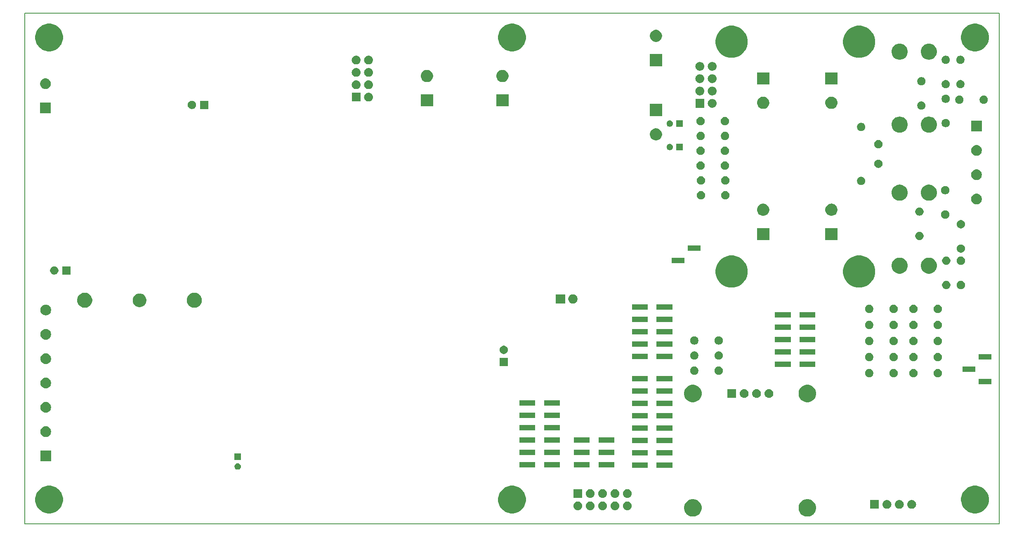
<source format=gbr>
%TF.GenerationSoftware,KiCad,Pcbnew,5.0.2-bee76a0~70~ubuntu18.04.1*%
%TF.CreationDate,2020-04-18T15:19:36+02:00*%
%TF.ProjectId,MukkeBox,4d756b6b-6542-46f7-982e-6b696361645f,rev?*%
%TF.SameCoordinates,Original*%
%TF.FileFunction,Soldermask,Bot*%
%TF.FilePolarity,Negative*%
%FSLAX46Y46*%
G04 Gerber Fmt 4.6, Leading zero omitted, Abs format (unit mm)*
G04 Created by KiCad (PCBNEW 5.0.2-bee76a0~70~ubuntu18.04.1) date Sa 18 Apr 2020 15:19:36 CEST*
%MOMM*%
%LPD*%
G01*
G04 APERTURE LIST*
%ADD10C,0.150000*%
G04 APERTURE END LIST*
D10*
X45466000Y-37084000D02*
X45466000Y-142084000D01*
X45466000Y-142084000D02*
X245466000Y-142084000D01*
X245466000Y-37084000D02*
X245466000Y-142084000D01*
X45466000Y-37084000D02*
X245466000Y-37084000D01*
G36*
X206591331Y-137052211D02*
X206919092Y-137187974D01*
X207214073Y-137385074D01*
X207464926Y-137635927D01*
X207662026Y-137930908D01*
X207797789Y-138258669D01*
X207867000Y-138606616D01*
X207867000Y-138961384D01*
X207797789Y-139309331D01*
X207662026Y-139637092D01*
X207464926Y-139932073D01*
X207214073Y-140182926D01*
X206919092Y-140380026D01*
X206591331Y-140515789D01*
X206243384Y-140585000D01*
X205888616Y-140585000D01*
X205540669Y-140515789D01*
X205212908Y-140380026D01*
X204917927Y-140182926D01*
X204667074Y-139932073D01*
X204469974Y-139637092D01*
X204334211Y-139309331D01*
X204265000Y-138961384D01*
X204265000Y-138606616D01*
X204334211Y-138258669D01*
X204469974Y-137930908D01*
X204667074Y-137635927D01*
X204917927Y-137385074D01*
X205212908Y-137187974D01*
X205540669Y-137052211D01*
X205888616Y-136983000D01*
X206243384Y-136983000D01*
X206591331Y-137052211D01*
X206591331Y-137052211D01*
G37*
G36*
X183091331Y-137052211D02*
X183419092Y-137187974D01*
X183714073Y-137385074D01*
X183964926Y-137635927D01*
X184162026Y-137930908D01*
X184297789Y-138258669D01*
X184367000Y-138606616D01*
X184367000Y-138961384D01*
X184297789Y-139309331D01*
X184162026Y-139637092D01*
X183964926Y-139932073D01*
X183714073Y-140182926D01*
X183419092Y-140380026D01*
X183091331Y-140515789D01*
X182743384Y-140585000D01*
X182388616Y-140585000D01*
X182040669Y-140515789D01*
X181712908Y-140380026D01*
X181417927Y-140182926D01*
X181167074Y-139932073D01*
X180969974Y-139637092D01*
X180834211Y-139309331D01*
X180765000Y-138961384D01*
X180765000Y-138606616D01*
X180834211Y-138258669D01*
X180969974Y-137930908D01*
X181167074Y-137635927D01*
X181417927Y-137385074D01*
X181712908Y-137187974D01*
X182040669Y-137052211D01*
X182388616Y-136983000D01*
X182743384Y-136983000D01*
X183091331Y-137052211D01*
X183091331Y-137052211D01*
G37*
G36*
X241297606Y-134342562D02*
X241816455Y-134557476D01*
X242280259Y-134867380D01*
X242283410Y-134869486D01*
X242680514Y-135266590D01*
X242680516Y-135266593D01*
X242992524Y-135733545D01*
X243207438Y-136252394D01*
X243207438Y-136252395D01*
X243317000Y-136803200D01*
X243317000Y-137364800D01*
X243312967Y-137385074D01*
X243207438Y-137915606D01*
X242992524Y-138434455D01*
X242723700Y-138836778D01*
X242680514Y-138901410D01*
X242283410Y-139298514D01*
X242283407Y-139298516D01*
X241816455Y-139610524D01*
X241297606Y-139825438D01*
X241022202Y-139880219D01*
X240746800Y-139935000D01*
X240185200Y-139935000D01*
X239909798Y-139880219D01*
X239634394Y-139825438D01*
X239115545Y-139610524D01*
X238648593Y-139298516D01*
X238648590Y-139298514D01*
X238251486Y-138901410D01*
X238208300Y-138836778D01*
X237939476Y-138434455D01*
X237724562Y-137915606D01*
X237619033Y-137385074D01*
X237615000Y-137364800D01*
X237615000Y-136803200D01*
X237724562Y-136252395D01*
X237724562Y-136252394D01*
X237939476Y-135733545D01*
X238251484Y-135266593D01*
X238251486Y-135266590D01*
X238648590Y-134869486D01*
X238651741Y-134867380D01*
X239115545Y-134557476D01*
X239634394Y-134342562D01*
X240185200Y-134233000D01*
X240746800Y-134233000D01*
X241297606Y-134342562D01*
X241297606Y-134342562D01*
G37*
G36*
X146297606Y-134342562D02*
X146816455Y-134557476D01*
X147280259Y-134867380D01*
X147283410Y-134869486D01*
X147680514Y-135266590D01*
X147680516Y-135266593D01*
X147992524Y-135733545D01*
X148207438Y-136252394D01*
X148207438Y-136252395D01*
X148317000Y-136803200D01*
X148317000Y-137364800D01*
X148312967Y-137385074D01*
X148207438Y-137915606D01*
X147992524Y-138434455D01*
X147723700Y-138836778D01*
X147680514Y-138901410D01*
X147283410Y-139298514D01*
X147283407Y-139298516D01*
X146816455Y-139610524D01*
X146297606Y-139825438D01*
X146022202Y-139880219D01*
X145746800Y-139935000D01*
X145185200Y-139935000D01*
X144909798Y-139880219D01*
X144634394Y-139825438D01*
X144115545Y-139610524D01*
X143648593Y-139298516D01*
X143648590Y-139298514D01*
X143251486Y-138901410D01*
X143208300Y-138836778D01*
X142939476Y-138434455D01*
X142724562Y-137915606D01*
X142619033Y-137385074D01*
X142615000Y-137364800D01*
X142615000Y-136803200D01*
X142724562Y-136252395D01*
X142724562Y-136252394D01*
X142939476Y-135733545D01*
X143251484Y-135266593D01*
X143251486Y-135266590D01*
X143648590Y-134869486D01*
X143651741Y-134867380D01*
X144115545Y-134557476D01*
X144634394Y-134342562D01*
X145185200Y-134233000D01*
X145746800Y-134233000D01*
X146297606Y-134342562D01*
X146297606Y-134342562D01*
G37*
G36*
X51297606Y-134342562D02*
X51816455Y-134557476D01*
X52280259Y-134867380D01*
X52283410Y-134869486D01*
X52680514Y-135266590D01*
X52680516Y-135266593D01*
X52992524Y-135733545D01*
X53207438Y-136252394D01*
X53207438Y-136252395D01*
X53317000Y-136803200D01*
X53317000Y-137364800D01*
X53312967Y-137385074D01*
X53207438Y-137915606D01*
X52992524Y-138434455D01*
X52723700Y-138836778D01*
X52680514Y-138901410D01*
X52283410Y-139298514D01*
X52283407Y-139298516D01*
X51816455Y-139610524D01*
X51297606Y-139825438D01*
X51022202Y-139880219D01*
X50746800Y-139935000D01*
X50185200Y-139935000D01*
X49909798Y-139880219D01*
X49634394Y-139825438D01*
X49115545Y-139610524D01*
X48648593Y-139298516D01*
X48648590Y-139298514D01*
X48251486Y-138901410D01*
X48208300Y-138836778D01*
X47939476Y-138434455D01*
X47724562Y-137915606D01*
X47619033Y-137385074D01*
X47615000Y-137364800D01*
X47615000Y-136803200D01*
X47724562Y-136252395D01*
X47724562Y-136252394D01*
X47939476Y-135733545D01*
X48251484Y-135266593D01*
X48251486Y-135266590D01*
X48648590Y-134869486D01*
X48651741Y-134867380D01*
X49115545Y-134557476D01*
X49634394Y-134342562D01*
X50185200Y-134233000D01*
X50746800Y-134233000D01*
X51297606Y-134342562D01*
X51297606Y-134342562D01*
G37*
G36*
X169236442Y-137479518D02*
X169302627Y-137486037D01*
X169415853Y-137520384D01*
X169472467Y-137537557D01*
X169611087Y-137611652D01*
X169628991Y-137621222D01*
X169664729Y-137650552D01*
X169766186Y-137733814D01*
X169849448Y-137835271D01*
X169878778Y-137871009D01*
X169878779Y-137871011D01*
X169962443Y-138027533D01*
X169962443Y-138027534D01*
X170013963Y-138197373D01*
X170031359Y-138374000D01*
X170013963Y-138550627D01*
X169979616Y-138663853D01*
X169962443Y-138720467D01*
X169900272Y-138836779D01*
X169878778Y-138876991D01*
X169858740Y-138901407D01*
X169766186Y-139014186D01*
X169664729Y-139097448D01*
X169628991Y-139126778D01*
X169628989Y-139126779D01*
X169472467Y-139210443D01*
X169415853Y-139227616D01*
X169302627Y-139261963D01*
X169236442Y-139268482D01*
X169170260Y-139275000D01*
X169081740Y-139275000D01*
X169015558Y-139268482D01*
X168949373Y-139261963D01*
X168836147Y-139227616D01*
X168779533Y-139210443D01*
X168623011Y-139126779D01*
X168623009Y-139126778D01*
X168587271Y-139097448D01*
X168485814Y-139014186D01*
X168393260Y-138901407D01*
X168373222Y-138876991D01*
X168351728Y-138836779D01*
X168289557Y-138720467D01*
X168272384Y-138663853D01*
X168238037Y-138550627D01*
X168220641Y-138374000D01*
X168238037Y-138197373D01*
X168289557Y-138027534D01*
X168289557Y-138027533D01*
X168373221Y-137871011D01*
X168373222Y-137871009D01*
X168402552Y-137835271D01*
X168485814Y-137733814D01*
X168587271Y-137650552D01*
X168623009Y-137621222D01*
X168640913Y-137611652D01*
X168779533Y-137537557D01*
X168836147Y-137520384D01*
X168949373Y-137486037D01*
X169015558Y-137479518D01*
X169081740Y-137473000D01*
X169170260Y-137473000D01*
X169236442Y-137479518D01*
X169236442Y-137479518D01*
G37*
G36*
X166696442Y-137479518D02*
X166762627Y-137486037D01*
X166875853Y-137520384D01*
X166932467Y-137537557D01*
X167071087Y-137611652D01*
X167088991Y-137621222D01*
X167124729Y-137650552D01*
X167226186Y-137733814D01*
X167309448Y-137835271D01*
X167338778Y-137871009D01*
X167338779Y-137871011D01*
X167422443Y-138027533D01*
X167422443Y-138027534D01*
X167473963Y-138197373D01*
X167491359Y-138374000D01*
X167473963Y-138550627D01*
X167439616Y-138663853D01*
X167422443Y-138720467D01*
X167360272Y-138836779D01*
X167338778Y-138876991D01*
X167318740Y-138901407D01*
X167226186Y-139014186D01*
X167124729Y-139097448D01*
X167088991Y-139126778D01*
X167088989Y-139126779D01*
X166932467Y-139210443D01*
X166875853Y-139227616D01*
X166762627Y-139261963D01*
X166696442Y-139268482D01*
X166630260Y-139275000D01*
X166541740Y-139275000D01*
X166475558Y-139268482D01*
X166409373Y-139261963D01*
X166296147Y-139227616D01*
X166239533Y-139210443D01*
X166083011Y-139126779D01*
X166083009Y-139126778D01*
X166047271Y-139097448D01*
X165945814Y-139014186D01*
X165853260Y-138901407D01*
X165833222Y-138876991D01*
X165811728Y-138836779D01*
X165749557Y-138720467D01*
X165732384Y-138663853D01*
X165698037Y-138550627D01*
X165680641Y-138374000D01*
X165698037Y-138197373D01*
X165749557Y-138027534D01*
X165749557Y-138027533D01*
X165833221Y-137871011D01*
X165833222Y-137871009D01*
X165862552Y-137835271D01*
X165945814Y-137733814D01*
X166047271Y-137650552D01*
X166083009Y-137621222D01*
X166100913Y-137611652D01*
X166239533Y-137537557D01*
X166296147Y-137520384D01*
X166409373Y-137486037D01*
X166475558Y-137479518D01*
X166541740Y-137473000D01*
X166630260Y-137473000D01*
X166696442Y-137479518D01*
X166696442Y-137479518D01*
G37*
G36*
X164156442Y-137479518D02*
X164222627Y-137486037D01*
X164335853Y-137520384D01*
X164392467Y-137537557D01*
X164531087Y-137611652D01*
X164548991Y-137621222D01*
X164584729Y-137650552D01*
X164686186Y-137733814D01*
X164769448Y-137835271D01*
X164798778Y-137871009D01*
X164798779Y-137871011D01*
X164882443Y-138027533D01*
X164882443Y-138027534D01*
X164933963Y-138197373D01*
X164951359Y-138374000D01*
X164933963Y-138550627D01*
X164899616Y-138663853D01*
X164882443Y-138720467D01*
X164820272Y-138836779D01*
X164798778Y-138876991D01*
X164778740Y-138901407D01*
X164686186Y-139014186D01*
X164584729Y-139097448D01*
X164548991Y-139126778D01*
X164548989Y-139126779D01*
X164392467Y-139210443D01*
X164335853Y-139227616D01*
X164222627Y-139261963D01*
X164156442Y-139268482D01*
X164090260Y-139275000D01*
X164001740Y-139275000D01*
X163935558Y-139268482D01*
X163869373Y-139261963D01*
X163756147Y-139227616D01*
X163699533Y-139210443D01*
X163543011Y-139126779D01*
X163543009Y-139126778D01*
X163507271Y-139097448D01*
X163405814Y-139014186D01*
X163313260Y-138901407D01*
X163293222Y-138876991D01*
X163271728Y-138836779D01*
X163209557Y-138720467D01*
X163192384Y-138663853D01*
X163158037Y-138550627D01*
X163140641Y-138374000D01*
X163158037Y-138197373D01*
X163209557Y-138027534D01*
X163209557Y-138027533D01*
X163293221Y-137871011D01*
X163293222Y-137871009D01*
X163322552Y-137835271D01*
X163405814Y-137733814D01*
X163507271Y-137650552D01*
X163543009Y-137621222D01*
X163560913Y-137611652D01*
X163699533Y-137537557D01*
X163756147Y-137520384D01*
X163869373Y-137486037D01*
X163935558Y-137479518D01*
X164001740Y-137473000D01*
X164090260Y-137473000D01*
X164156442Y-137479518D01*
X164156442Y-137479518D01*
G37*
G36*
X161616442Y-137479518D02*
X161682627Y-137486037D01*
X161795853Y-137520384D01*
X161852467Y-137537557D01*
X161991087Y-137611652D01*
X162008991Y-137621222D01*
X162044729Y-137650552D01*
X162146186Y-137733814D01*
X162229448Y-137835271D01*
X162258778Y-137871009D01*
X162258779Y-137871011D01*
X162342443Y-138027533D01*
X162342443Y-138027534D01*
X162393963Y-138197373D01*
X162411359Y-138374000D01*
X162393963Y-138550627D01*
X162359616Y-138663853D01*
X162342443Y-138720467D01*
X162280272Y-138836779D01*
X162258778Y-138876991D01*
X162238740Y-138901407D01*
X162146186Y-139014186D01*
X162044729Y-139097448D01*
X162008991Y-139126778D01*
X162008989Y-139126779D01*
X161852467Y-139210443D01*
X161795853Y-139227616D01*
X161682627Y-139261963D01*
X161616442Y-139268482D01*
X161550260Y-139275000D01*
X161461740Y-139275000D01*
X161395558Y-139268482D01*
X161329373Y-139261963D01*
X161216147Y-139227616D01*
X161159533Y-139210443D01*
X161003011Y-139126779D01*
X161003009Y-139126778D01*
X160967271Y-139097448D01*
X160865814Y-139014186D01*
X160773260Y-138901407D01*
X160753222Y-138876991D01*
X160731728Y-138836779D01*
X160669557Y-138720467D01*
X160652384Y-138663853D01*
X160618037Y-138550627D01*
X160600641Y-138374000D01*
X160618037Y-138197373D01*
X160669557Y-138027534D01*
X160669557Y-138027533D01*
X160753221Y-137871011D01*
X160753222Y-137871009D01*
X160782552Y-137835271D01*
X160865814Y-137733814D01*
X160967271Y-137650552D01*
X161003009Y-137621222D01*
X161020913Y-137611652D01*
X161159533Y-137537557D01*
X161216147Y-137520384D01*
X161329373Y-137486037D01*
X161395558Y-137479518D01*
X161461740Y-137473000D01*
X161550260Y-137473000D01*
X161616442Y-137479518D01*
X161616442Y-137479518D01*
G37*
G36*
X159076442Y-137479518D02*
X159142627Y-137486037D01*
X159255853Y-137520384D01*
X159312467Y-137537557D01*
X159451087Y-137611652D01*
X159468991Y-137621222D01*
X159504729Y-137650552D01*
X159606186Y-137733814D01*
X159689448Y-137835271D01*
X159718778Y-137871009D01*
X159718779Y-137871011D01*
X159802443Y-138027533D01*
X159802443Y-138027534D01*
X159853963Y-138197373D01*
X159871359Y-138374000D01*
X159853963Y-138550627D01*
X159819616Y-138663853D01*
X159802443Y-138720467D01*
X159740272Y-138836779D01*
X159718778Y-138876991D01*
X159698740Y-138901407D01*
X159606186Y-139014186D01*
X159504729Y-139097448D01*
X159468991Y-139126778D01*
X159468989Y-139126779D01*
X159312467Y-139210443D01*
X159255853Y-139227616D01*
X159142627Y-139261963D01*
X159076442Y-139268482D01*
X159010260Y-139275000D01*
X158921740Y-139275000D01*
X158855558Y-139268482D01*
X158789373Y-139261963D01*
X158676147Y-139227616D01*
X158619533Y-139210443D01*
X158463011Y-139126779D01*
X158463009Y-139126778D01*
X158427271Y-139097448D01*
X158325814Y-139014186D01*
X158233260Y-138901407D01*
X158213222Y-138876991D01*
X158191728Y-138836779D01*
X158129557Y-138720467D01*
X158112384Y-138663853D01*
X158078037Y-138550627D01*
X158060641Y-138374000D01*
X158078037Y-138197373D01*
X158129557Y-138027534D01*
X158129557Y-138027533D01*
X158213221Y-137871011D01*
X158213222Y-137871009D01*
X158242552Y-137835271D01*
X158325814Y-137733814D01*
X158427271Y-137650552D01*
X158463009Y-137621222D01*
X158480913Y-137611652D01*
X158619533Y-137537557D01*
X158676147Y-137520384D01*
X158789373Y-137486037D01*
X158855558Y-137479518D01*
X158921740Y-137473000D01*
X159010260Y-137473000D01*
X159076442Y-137479518D01*
X159076442Y-137479518D01*
G37*
G36*
X225040761Y-137187974D02*
X225122627Y-137196037D01*
X225235853Y-137230384D01*
X225292467Y-137247557D01*
X225431087Y-137321652D01*
X225448991Y-137331222D01*
X225484729Y-137360552D01*
X225586186Y-137443814D01*
X225663118Y-137537557D01*
X225698778Y-137581009D01*
X225698779Y-137581011D01*
X225782443Y-137737533D01*
X225782443Y-137737534D01*
X225833963Y-137907373D01*
X225851359Y-138084000D01*
X225833963Y-138260627D01*
X225799616Y-138373853D01*
X225782443Y-138430467D01*
X225780311Y-138434455D01*
X225698778Y-138586991D01*
X225682672Y-138606616D01*
X225586186Y-138724186D01*
X225484729Y-138807448D01*
X225448991Y-138836778D01*
X225448989Y-138836779D01*
X225292467Y-138920443D01*
X225235853Y-138937616D01*
X225122627Y-138971963D01*
X225056443Y-138978481D01*
X224990260Y-138985000D01*
X224901740Y-138985000D01*
X224835557Y-138978481D01*
X224769373Y-138971963D01*
X224656147Y-138937616D01*
X224599533Y-138920443D01*
X224443011Y-138836779D01*
X224443009Y-138836778D01*
X224407271Y-138807448D01*
X224305814Y-138724186D01*
X224209328Y-138606616D01*
X224193222Y-138586991D01*
X224111689Y-138434455D01*
X224109557Y-138430467D01*
X224092384Y-138373853D01*
X224058037Y-138260627D01*
X224040641Y-138084000D01*
X224058037Y-137907373D01*
X224109557Y-137737534D01*
X224109557Y-137737533D01*
X224193221Y-137581011D01*
X224193222Y-137581009D01*
X224228882Y-137537557D01*
X224305814Y-137443814D01*
X224407271Y-137360552D01*
X224443009Y-137331222D01*
X224460913Y-137321652D01*
X224599533Y-137247557D01*
X224656147Y-137230384D01*
X224769373Y-137196037D01*
X224851239Y-137187974D01*
X224901740Y-137183000D01*
X224990260Y-137183000D01*
X225040761Y-137187974D01*
X225040761Y-137187974D01*
G37*
G36*
X220767000Y-138985000D02*
X218965000Y-138985000D01*
X218965000Y-137183000D01*
X220767000Y-137183000D01*
X220767000Y-138985000D01*
X220767000Y-138985000D01*
G37*
G36*
X222500761Y-137187974D02*
X222582627Y-137196037D01*
X222695853Y-137230384D01*
X222752467Y-137247557D01*
X222891087Y-137321652D01*
X222908991Y-137331222D01*
X222944729Y-137360552D01*
X223046186Y-137443814D01*
X223123118Y-137537557D01*
X223158778Y-137581009D01*
X223158779Y-137581011D01*
X223242443Y-137737533D01*
X223242443Y-137737534D01*
X223293963Y-137907373D01*
X223311359Y-138084000D01*
X223293963Y-138260627D01*
X223259616Y-138373853D01*
X223242443Y-138430467D01*
X223240311Y-138434455D01*
X223158778Y-138586991D01*
X223142672Y-138606616D01*
X223046186Y-138724186D01*
X222944729Y-138807448D01*
X222908991Y-138836778D01*
X222908989Y-138836779D01*
X222752467Y-138920443D01*
X222695853Y-138937616D01*
X222582627Y-138971963D01*
X222516443Y-138978481D01*
X222450260Y-138985000D01*
X222361740Y-138985000D01*
X222295557Y-138978481D01*
X222229373Y-138971963D01*
X222116147Y-138937616D01*
X222059533Y-138920443D01*
X221903011Y-138836779D01*
X221903009Y-138836778D01*
X221867271Y-138807448D01*
X221765814Y-138724186D01*
X221669328Y-138606616D01*
X221653222Y-138586991D01*
X221571689Y-138434455D01*
X221569557Y-138430467D01*
X221552384Y-138373853D01*
X221518037Y-138260627D01*
X221500641Y-138084000D01*
X221518037Y-137907373D01*
X221569557Y-137737534D01*
X221569557Y-137737533D01*
X221653221Y-137581011D01*
X221653222Y-137581009D01*
X221688882Y-137537557D01*
X221765814Y-137443814D01*
X221867271Y-137360552D01*
X221903009Y-137331222D01*
X221920913Y-137321652D01*
X222059533Y-137247557D01*
X222116147Y-137230384D01*
X222229373Y-137196037D01*
X222311239Y-137187974D01*
X222361740Y-137183000D01*
X222450260Y-137183000D01*
X222500761Y-137187974D01*
X222500761Y-137187974D01*
G37*
G36*
X227580761Y-137187974D02*
X227662627Y-137196037D01*
X227775853Y-137230384D01*
X227832467Y-137247557D01*
X227971087Y-137321652D01*
X227988991Y-137331222D01*
X228024729Y-137360552D01*
X228126186Y-137443814D01*
X228203118Y-137537557D01*
X228238778Y-137581009D01*
X228238779Y-137581011D01*
X228322443Y-137737533D01*
X228322443Y-137737534D01*
X228373963Y-137907373D01*
X228391359Y-138084000D01*
X228373963Y-138260627D01*
X228339616Y-138373853D01*
X228322443Y-138430467D01*
X228320311Y-138434455D01*
X228238778Y-138586991D01*
X228222672Y-138606616D01*
X228126186Y-138724186D01*
X228024729Y-138807448D01*
X227988991Y-138836778D01*
X227988989Y-138836779D01*
X227832467Y-138920443D01*
X227775853Y-138937616D01*
X227662627Y-138971963D01*
X227596443Y-138978481D01*
X227530260Y-138985000D01*
X227441740Y-138985000D01*
X227375557Y-138978481D01*
X227309373Y-138971963D01*
X227196147Y-138937616D01*
X227139533Y-138920443D01*
X226983011Y-138836779D01*
X226983009Y-138836778D01*
X226947271Y-138807448D01*
X226845814Y-138724186D01*
X226749328Y-138606616D01*
X226733222Y-138586991D01*
X226651689Y-138434455D01*
X226649557Y-138430467D01*
X226632384Y-138373853D01*
X226598037Y-138260627D01*
X226580641Y-138084000D01*
X226598037Y-137907373D01*
X226649557Y-137737534D01*
X226649557Y-137737533D01*
X226733221Y-137581011D01*
X226733222Y-137581009D01*
X226768882Y-137537557D01*
X226845814Y-137443814D01*
X226947271Y-137360552D01*
X226983009Y-137331222D01*
X227000913Y-137321652D01*
X227139533Y-137247557D01*
X227196147Y-137230384D01*
X227309373Y-137196037D01*
X227391239Y-137187974D01*
X227441740Y-137183000D01*
X227530260Y-137183000D01*
X227580761Y-137187974D01*
X227580761Y-137187974D01*
G37*
G36*
X164156443Y-134939519D02*
X164222627Y-134946037D01*
X164335853Y-134980384D01*
X164392467Y-134997557D01*
X164531087Y-135071652D01*
X164548991Y-135081222D01*
X164584729Y-135110552D01*
X164686186Y-135193814D01*
X164745913Y-135266593D01*
X164798778Y-135331009D01*
X164798779Y-135331011D01*
X164882443Y-135487533D01*
X164882443Y-135487534D01*
X164933963Y-135657373D01*
X164951359Y-135834000D01*
X164933963Y-136010627D01*
X164899616Y-136123853D01*
X164882443Y-136180467D01*
X164843996Y-136252395D01*
X164798778Y-136336991D01*
X164769448Y-136372729D01*
X164686186Y-136474186D01*
X164584729Y-136557448D01*
X164548991Y-136586778D01*
X164548989Y-136586779D01*
X164392467Y-136670443D01*
X164335853Y-136687616D01*
X164222627Y-136721963D01*
X164156443Y-136728481D01*
X164090260Y-136735000D01*
X164001740Y-136735000D01*
X163935557Y-136728481D01*
X163869373Y-136721963D01*
X163756147Y-136687616D01*
X163699533Y-136670443D01*
X163543011Y-136586779D01*
X163543009Y-136586778D01*
X163507271Y-136557448D01*
X163405814Y-136474186D01*
X163322552Y-136372729D01*
X163293222Y-136336991D01*
X163248004Y-136252395D01*
X163209557Y-136180467D01*
X163192384Y-136123853D01*
X163158037Y-136010627D01*
X163140641Y-135834000D01*
X163158037Y-135657373D01*
X163209557Y-135487534D01*
X163209557Y-135487533D01*
X163293221Y-135331011D01*
X163293222Y-135331009D01*
X163346087Y-135266593D01*
X163405814Y-135193814D01*
X163507271Y-135110552D01*
X163543009Y-135081222D01*
X163560913Y-135071652D01*
X163699533Y-134997557D01*
X163756147Y-134980384D01*
X163869373Y-134946037D01*
X163935557Y-134939519D01*
X164001740Y-134933000D01*
X164090260Y-134933000D01*
X164156443Y-134939519D01*
X164156443Y-134939519D01*
G37*
G36*
X159867000Y-136735000D02*
X158065000Y-136735000D01*
X158065000Y-134933000D01*
X159867000Y-134933000D01*
X159867000Y-136735000D01*
X159867000Y-136735000D01*
G37*
G36*
X166696443Y-134939519D02*
X166762627Y-134946037D01*
X166875853Y-134980384D01*
X166932467Y-134997557D01*
X167071087Y-135071652D01*
X167088991Y-135081222D01*
X167124729Y-135110552D01*
X167226186Y-135193814D01*
X167285913Y-135266593D01*
X167338778Y-135331009D01*
X167338779Y-135331011D01*
X167422443Y-135487533D01*
X167422443Y-135487534D01*
X167473963Y-135657373D01*
X167491359Y-135834000D01*
X167473963Y-136010627D01*
X167439616Y-136123853D01*
X167422443Y-136180467D01*
X167383996Y-136252395D01*
X167338778Y-136336991D01*
X167309448Y-136372729D01*
X167226186Y-136474186D01*
X167124729Y-136557448D01*
X167088991Y-136586778D01*
X167088989Y-136586779D01*
X166932467Y-136670443D01*
X166875853Y-136687616D01*
X166762627Y-136721963D01*
X166696443Y-136728481D01*
X166630260Y-136735000D01*
X166541740Y-136735000D01*
X166475557Y-136728481D01*
X166409373Y-136721963D01*
X166296147Y-136687616D01*
X166239533Y-136670443D01*
X166083011Y-136586779D01*
X166083009Y-136586778D01*
X166047271Y-136557448D01*
X165945814Y-136474186D01*
X165862552Y-136372729D01*
X165833222Y-136336991D01*
X165788004Y-136252395D01*
X165749557Y-136180467D01*
X165732384Y-136123853D01*
X165698037Y-136010627D01*
X165680641Y-135834000D01*
X165698037Y-135657373D01*
X165749557Y-135487534D01*
X165749557Y-135487533D01*
X165833221Y-135331011D01*
X165833222Y-135331009D01*
X165886087Y-135266593D01*
X165945814Y-135193814D01*
X166047271Y-135110552D01*
X166083009Y-135081222D01*
X166100913Y-135071652D01*
X166239533Y-134997557D01*
X166296147Y-134980384D01*
X166409373Y-134946037D01*
X166475557Y-134939519D01*
X166541740Y-134933000D01*
X166630260Y-134933000D01*
X166696443Y-134939519D01*
X166696443Y-134939519D01*
G37*
G36*
X169236443Y-134939519D02*
X169302627Y-134946037D01*
X169415853Y-134980384D01*
X169472467Y-134997557D01*
X169611087Y-135071652D01*
X169628991Y-135081222D01*
X169664729Y-135110552D01*
X169766186Y-135193814D01*
X169825913Y-135266593D01*
X169878778Y-135331009D01*
X169878779Y-135331011D01*
X169962443Y-135487533D01*
X169962443Y-135487534D01*
X170013963Y-135657373D01*
X170031359Y-135834000D01*
X170013963Y-136010627D01*
X169979616Y-136123853D01*
X169962443Y-136180467D01*
X169923996Y-136252395D01*
X169878778Y-136336991D01*
X169849448Y-136372729D01*
X169766186Y-136474186D01*
X169664729Y-136557448D01*
X169628991Y-136586778D01*
X169628989Y-136586779D01*
X169472467Y-136670443D01*
X169415853Y-136687616D01*
X169302627Y-136721963D01*
X169236443Y-136728481D01*
X169170260Y-136735000D01*
X169081740Y-136735000D01*
X169015557Y-136728481D01*
X168949373Y-136721963D01*
X168836147Y-136687616D01*
X168779533Y-136670443D01*
X168623011Y-136586779D01*
X168623009Y-136586778D01*
X168587271Y-136557448D01*
X168485814Y-136474186D01*
X168402552Y-136372729D01*
X168373222Y-136336991D01*
X168328004Y-136252395D01*
X168289557Y-136180467D01*
X168272384Y-136123853D01*
X168238037Y-136010627D01*
X168220641Y-135834000D01*
X168238037Y-135657373D01*
X168289557Y-135487534D01*
X168289557Y-135487533D01*
X168373221Y-135331011D01*
X168373222Y-135331009D01*
X168426087Y-135266593D01*
X168485814Y-135193814D01*
X168587271Y-135110552D01*
X168623009Y-135081222D01*
X168640913Y-135071652D01*
X168779533Y-134997557D01*
X168836147Y-134980384D01*
X168949373Y-134946037D01*
X169015557Y-134939519D01*
X169081740Y-134933000D01*
X169170260Y-134933000D01*
X169236443Y-134939519D01*
X169236443Y-134939519D01*
G37*
G36*
X161616443Y-134939519D02*
X161682627Y-134946037D01*
X161795853Y-134980384D01*
X161852467Y-134997557D01*
X161991087Y-135071652D01*
X162008991Y-135081222D01*
X162044729Y-135110552D01*
X162146186Y-135193814D01*
X162205913Y-135266593D01*
X162258778Y-135331009D01*
X162258779Y-135331011D01*
X162342443Y-135487533D01*
X162342443Y-135487534D01*
X162393963Y-135657373D01*
X162411359Y-135834000D01*
X162393963Y-136010627D01*
X162359616Y-136123853D01*
X162342443Y-136180467D01*
X162303996Y-136252395D01*
X162258778Y-136336991D01*
X162229448Y-136372729D01*
X162146186Y-136474186D01*
X162044729Y-136557448D01*
X162008991Y-136586778D01*
X162008989Y-136586779D01*
X161852467Y-136670443D01*
X161795853Y-136687616D01*
X161682627Y-136721963D01*
X161616443Y-136728481D01*
X161550260Y-136735000D01*
X161461740Y-136735000D01*
X161395557Y-136728481D01*
X161329373Y-136721963D01*
X161216147Y-136687616D01*
X161159533Y-136670443D01*
X161003011Y-136586779D01*
X161003009Y-136586778D01*
X160967271Y-136557448D01*
X160865814Y-136474186D01*
X160782552Y-136372729D01*
X160753222Y-136336991D01*
X160708004Y-136252395D01*
X160669557Y-136180467D01*
X160652384Y-136123853D01*
X160618037Y-136010627D01*
X160600641Y-135834000D01*
X160618037Y-135657373D01*
X160669557Y-135487534D01*
X160669557Y-135487533D01*
X160753221Y-135331011D01*
X160753222Y-135331009D01*
X160806087Y-135266593D01*
X160865814Y-135193814D01*
X160967271Y-135110552D01*
X161003009Y-135081222D01*
X161020913Y-135071652D01*
X161159533Y-134997557D01*
X161216147Y-134980384D01*
X161329373Y-134946037D01*
X161395557Y-134939519D01*
X161461740Y-134933000D01*
X161550260Y-134933000D01*
X161616443Y-134939519D01*
X161616443Y-134939519D01*
G37*
G36*
X89355890Y-129658017D02*
X89474361Y-129707089D01*
X89580992Y-129778338D01*
X89671662Y-129869008D01*
X89742911Y-129975639D01*
X89791983Y-130094110D01*
X89817000Y-130219881D01*
X89817000Y-130348119D01*
X89791983Y-130473890D01*
X89742911Y-130592361D01*
X89671662Y-130698992D01*
X89580992Y-130789662D01*
X89474361Y-130860911D01*
X89355890Y-130909983D01*
X89230119Y-130935000D01*
X89101881Y-130935000D01*
X88976110Y-130909983D01*
X88857639Y-130860911D01*
X88751008Y-130789662D01*
X88660338Y-130698992D01*
X88589089Y-130592361D01*
X88540017Y-130473890D01*
X88515000Y-130348119D01*
X88515000Y-130219881D01*
X88540017Y-130094110D01*
X88589089Y-129975639D01*
X88660338Y-129869008D01*
X88751008Y-129778338D01*
X88857639Y-129707089D01*
X88976110Y-129658017D01*
X89101881Y-129633000D01*
X89230119Y-129633000D01*
X89355890Y-129658017D01*
X89355890Y-129658017D01*
G37*
G36*
X178367000Y-130525000D02*
X175115000Y-130525000D01*
X175115000Y-129423000D01*
X178367000Y-129423000D01*
X178367000Y-130525000D01*
X178367000Y-130525000D01*
G37*
G36*
X173317000Y-130525000D02*
X170065000Y-130525000D01*
X170065000Y-129423000D01*
X173317000Y-129423000D01*
X173317000Y-130525000D01*
X173317000Y-130525000D01*
G37*
G36*
X155281000Y-130443000D02*
X152029000Y-130443000D01*
X152029000Y-129341000D01*
X155281000Y-129341000D01*
X155281000Y-130443000D01*
X155281000Y-130443000D01*
G37*
G36*
X150231000Y-130443000D02*
X146979000Y-130443000D01*
X146979000Y-129341000D01*
X150231000Y-129341000D01*
X150231000Y-130443000D01*
X150231000Y-130443000D01*
G37*
G36*
X161407000Y-130443000D02*
X158155000Y-130443000D01*
X158155000Y-129341000D01*
X161407000Y-129341000D01*
X161407000Y-130443000D01*
X161407000Y-130443000D01*
G37*
G36*
X166457000Y-130443000D02*
X163205000Y-130443000D01*
X163205000Y-129341000D01*
X166457000Y-129341000D01*
X166457000Y-130443000D01*
X166457000Y-130443000D01*
G37*
G36*
X50885000Y-129215000D02*
X48683000Y-129215000D01*
X48683000Y-127013000D01*
X50885000Y-127013000D01*
X50885000Y-129215000D01*
X50885000Y-129215000D01*
G37*
G36*
X89817000Y-128935000D02*
X88515000Y-128935000D01*
X88515000Y-127633000D01*
X89817000Y-127633000D01*
X89817000Y-128935000D01*
X89817000Y-128935000D01*
G37*
G36*
X178367000Y-127985000D02*
X175115000Y-127985000D01*
X175115000Y-126883000D01*
X178367000Y-126883000D01*
X178367000Y-127985000D01*
X178367000Y-127985000D01*
G37*
G36*
X173317000Y-127985000D02*
X170065000Y-127985000D01*
X170065000Y-126883000D01*
X173317000Y-126883000D01*
X173317000Y-127985000D01*
X173317000Y-127985000D01*
G37*
G36*
X166457000Y-127903000D02*
X163205000Y-127903000D01*
X163205000Y-126801000D01*
X166457000Y-126801000D01*
X166457000Y-127903000D01*
X166457000Y-127903000D01*
G37*
G36*
X150231000Y-127903000D02*
X146979000Y-127903000D01*
X146979000Y-126801000D01*
X150231000Y-126801000D01*
X150231000Y-127903000D01*
X150231000Y-127903000D01*
G37*
G36*
X161407000Y-127903000D02*
X158155000Y-127903000D01*
X158155000Y-126801000D01*
X161407000Y-126801000D01*
X161407000Y-127903000D01*
X161407000Y-127903000D01*
G37*
G36*
X155281000Y-127903000D02*
X152029000Y-127903000D01*
X152029000Y-126801000D01*
X155281000Y-126801000D01*
X155281000Y-127903000D01*
X155281000Y-127903000D01*
G37*
G36*
X173317000Y-125445000D02*
X170065000Y-125445000D01*
X170065000Y-124343000D01*
X173317000Y-124343000D01*
X173317000Y-125445000D01*
X173317000Y-125445000D01*
G37*
G36*
X178367000Y-125445000D02*
X175115000Y-125445000D01*
X175115000Y-124343000D01*
X178367000Y-124343000D01*
X178367000Y-125445000D01*
X178367000Y-125445000D01*
G37*
G36*
X155281000Y-125363000D02*
X152029000Y-125363000D01*
X152029000Y-124261000D01*
X155281000Y-124261000D01*
X155281000Y-125363000D01*
X155281000Y-125363000D01*
G37*
G36*
X150231000Y-125363000D02*
X146979000Y-125363000D01*
X146979000Y-124261000D01*
X150231000Y-124261000D01*
X150231000Y-125363000D01*
X150231000Y-125363000D01*
G37*
G36*
X161407000Y-125363000D02*
X158155000Y-125363000D01*
X158155000Y-124261000D01*
X161407000Y-124261000D01*
X161407000Y-125363000D01*
X161407000Y-125363000D01*
G37*
G36*
X166457000Y-125363000D02*
X163205000Y-125363000D01*
X163205000Y-124261000D01*
X166457000Y-124261000D01*
X166457000Y-125363000D01*
X166457000Y-125363000D01*
G37*
G36*
X49998794Y-122034155D02*
X50105150Y-122055311D01*
X50175990Y-122084654D01*
X50305516Y-122138305D01*
X50485850Y-122258801D01*
X50639199Y-122412150D01*
X50759695Y-122592484D01*
X50842689Y-122792851D01*
X50885000Y-123005560D01*
X50885000Y-123222440D01*
X50842689Y-123435149D01*
X50759695Y-123635516D01*
X50639199Y-123815850D01*
X50485850Y-123969199D01*
X50305516Y-124089695D01*
X50175990Y-124143346D01*
X50105150Y-124172689D01*
X49998795Y-124193844D01*
X49892440Y-124215000D01*
X49675560Y-124215000D01*
X49569205Y-124193844D01*
X49462850Y-124172689D01*
X49392010Y-124143346D01*
X49262484Y-124089695D01*
X49082150Y-123969199D01*
X48928801Y-123815850D01*
X48808305Y-123635516D01*
X48725311Y-123435149D01*
X48683000Y-123222440D01*
X48683000Y-123005560D01*
X48725311Y-122792851D01*
X48808305Y-122592484D01*
X48928801Y-122412150D01*
X49082150Y-122258801D01*
X49262484Y-122138305D01*
X49392010Y-122084654D01*
X49462850Y-122055311D01*
X49569206Y-122034155D01*
X49675560Y-122013000D01*
X49892440Y-122013000D01*
X49998794Y-122034155D01*
X49998794Y-122034155D01*
G37*
G36*
X178367000Y-122905000D02*
X175115000Y-122905000D01*
X175115000Y-121803000D01*
X178367000Y-121803000D01*
X178367000Y-122905000D01*
X178367000Y-122905000D01*
G37*
G36*
X173317000Y-122905000D02*
X170065000Y-122905000D01*
X170065000Y-121803000D01*
X173317000Y-121803000D01*
X173317000Y-122905000D01*
X173317000Y-122905000D01*
G37*
G36*
X155281000Y-122823000D02*
X152029000Y-122823000D01*
X152029000Y-121721000D01*
X155281000Y-121721000D01*
X155281000Y-122823000D01*
X155281000Y-122823000D01*
G37*
G36*
X150231000Y-122823000D02*
X146979000Y-122823000D01*
X146979000Y-121721000D01*
X150231000Y-121721000D01*
X150231000Y-122823000D01*
X150231000Y-122823000D01*
G37*
G36*
X178367000Y-120365000D02*
X175115000Y-120365000D01*
X175115000Y-119263000D01*
X178367000Y-119263000D01*
X178367000Y-120365000D01*
X178367000Y-120365000D01*
G37*
G36*
X173317000Y-120365000D02*
X170065000Y-120365000D01*
X170065000Y-119263000D01*
X173317000Y-119263000D01*
X173317000Y-120365000D01*
X173317000Y-120365000D01*
G37*
G36*
X150231000Y-120283000D02*
X146979000Y-120283000D01*
X146979000Y-119181000D01*
X150231000Y-119181000D01*
X150231000Y-120283000D01*
X150231000Y-120283000D01*
G37*
G36*
X155281000Y-120283000D02*
X152029000Y-120283000D01*
X152029000Y-119181000D01*
X155281000Y-119181000D01*
X155281000Y-120283000D01*
X155281000Y-120283000D01*
G37*
G36*
X49998795Y-117034156D02*
X50105150Y-117055311D01*
X50175990Y-117084654D01*
X50305516Y-117138305D01*
X50485850Y-117258801D01*
X50639199Y-117412150D01*
X50759695Y-117592484D01*
X50842689Y-117792851D01*
X50885000Y-118005560D01*
X50885000Y-118222440D01*
X50842689Y-118435149D01*
X50759695Y-118635516D01*
X50639199Y-118815850D01*
X50485850Y-118969199D01*
X50305516Y-119089695D01*
X50175990Y-119143346D01*
X50105150Y-119172689D01*
X49998794Y-119193845D01*
X49892440Y-119215000D01*
X49675560Y-119215000D01*
X49569206Y-119193845D01*
X49462850Y-119172689D01*
X49392010Y-119143346D01*
X49262484Y-119089695D01*
X49082150Y-118969199D01*
X48928801Y-118815850D01*
X48808305Y-118635516D01*
X48725311Y-118435149D01*
X48683000Y-118222440D01*
X48683000Y-118005560D01*
X48725311Y-117792851D01*
X48808305Y-117592484D01*
X48928801Y-117412150D01*
X49082150Y-117258801D01*
X49262484Y-117138305D01*
X49392010Y-117084654D01*
X49462850Y-117055311D01*
X49569205Y-117034156D01*
X49675560Y-117013000D01*
X49892440Y-117013000D01*
X49998795Y-117034156D01*
X49998795Y-117034156D01*
G37*
G36*
X173317000Y-117825000D02*
X170065000Y-117825000D01*
X170065000Y-116723000D01*
X173317000Y-116723000D01*
X173317000Y-117825000D01*
X173317000Y-117825000D01*
G37*
G36*
X178367000Y-117825000D02*
X175115000Y-117825000D01*
X175115000Y-116723000D01*
X178367000Y-116723000D01*
X178367000Y-117825000D01*
X178367000Y-117825000D01*
G37*
G36*
X150231000Y-117743000D02*
X146979000Y-117743000D01*
X146979000Y-116641000D01*
X150231000Y-116641000D01*
X150231000Y-117743000D01*
X150231000Y-117743000D01*
G37*
G36*
X155281000Y-117743000D02*
X152029000Y-117743000D01*
X152029000Y-116641000D01*
X155281000Y-116641000D01*
X155281000Y-117743000D01*
X155281000Y-117743000D01*
G37*
G36*
X183091331Y-113552211D02*
X183419092Y-113687974D01*
X183714073Y-113885074D01*
X183964926Y-114135927D01*
X184162026Y-114430908D01*
X184297789Y-114758669D01*
X184367000Y-115106616D01*
X184367000Y-115461384D01*
X184297789Y-115809331D01*
X184162026Y-116137092D01*
X183964926Y-116432073D01*
X183714073Y-116682926D01*
X183419092Y-116880026D01*
X183091331Y-117015789D01*
X182743384Y-117085000D01*
X182388616Y-117085000D01*
X182040669Y-117015789D01*
X181712908Y-116880026D01*
X181417927Y-116682926D01*
X181167074Y-116432073D01*
X180969974Y-116137092D01*
X180834211Y-115809331D01*
X180765000Y-115461384D01*
X180765000Y-115106616D01*
X180834211Y-114758669D01*
X180969974Y-114430908D01*
X181167074Y-114135927D01*
X181417927Y-113885074D01*
X181712908Y-113687974D01*
X182040669Y-113552211D01*
X182388616Y-113483000D01*
X182743384Y-113483000D01*
X183091331Y-113552211D01*
X183091331Y-113552211D01*
G37*
G36*
X206591331Y-113552211D02*
X206919092Y-113687974D01*
X207214073Y-113885074D01*
X207464926Y-114135927D01*
X207662026Y-114430908D01*
X207797789Y-114758669D01*
X207867000Y-115106616D01*
X207867000Y-115461384D01*
X207797789Y-115809331D01*
X207662026Y-116137092D01*
X207464926Y-116432073D01*
X207214073Y-116682926D01*
X206919092Y-116880026D01*
X206591331Y-117015789D01*
X206243384Y-117085000D01*
X205888616Y-117085000D01*
X205540669Y-117015789D01*
X205212908Y-116880026D01*
X204917927Y-116682926D01*
X204667074Y-116432073D01*
X204469974Y-116137092D01*
X204334211Y-115809331D01*
X204265000Y-115461384D01*
X204265000Y-115106616D01*
X204334211Y-114758669D01*
X204469974Y-114430908D01*
X204667074Y-114135927D01*
X204917927Y-113885074D01*
X205212908Y-113687974D01*
X205540669Y-113552211D01*
X205888616Y-113483000D01*
X206243384Y-113483000D01*
X206591331Y-113552211D01*
X206591331Y-113552211D01*
G37*
G36*
X193216443Y-114389519D02*
X193282627Y-114396037D01*
X193395853Y-114430384D01*
X193452467Y-114447557D01*
X193591087Y-114521652D01*
X193608991Y-114531222D01*
X193644729Y-114560552D01*
X193746186Y-114643814D01*
X193829448Y-114745271D01*
X193858778Y-114781009D01*
X193858779Y-114781011D01*
X193942443Y-114937533D01*
X193942443Y-114937534D01*
X193993963Y-115107373D01*
X194011359Y-115284000D01*
X193993963Y-115460627D01*
X193993733Y-115461384D01*
X193942443Y-115630467D01*
X193868348Y-115769087D01*
X193858778Y-115786991D01*
X193840444Y-115809331D01*
X193746186Y-115924186D01*
X193644729Y-116007448D01*
X193608991Y-116036778D01*
X193608989Y-116036779D01*
X193452467Y-116120443D01*
X193397578Y-116137093D01*
X193282627Y-116171963D01*
X193216443Y-116178481D01*
X193150260Y-116185000D01*
X193061740Y-116185000D01*
X192995557Y-116178481D01*
X192929373Y-116171963D01*
X192814422Y-116137093D01*
X192759533Y-116120443D01*
X192603011Y-116036779D01*
X192603009Y-116036778D01*
X192567271Y-116007448D01*
X192465814Y-115924186D01*
X192371556Y-115809331D01*
X192353222Y-115786991D01*
X192343652Y-115769087D01*
X192269557Y-115630467D01*
X192218267Y-115461384D01*
X192218037Y-115460627D01*
X192200641Y-115284000D01*
X192218037Y-115107373D01*
X192269557Y-114937534D01*
X192269557Y-114937533D01*
X192353221Y-114781011D01*
X192353222Y-114781009D01*
X192382552Y-114745271D01*
X192465814Y-114643814D01*
X192567271Y-114560552D01*
X192603009Y-114531222D01*
X192620913Y-114521652D01*
X192759533Y-114447557D01*
X192816147Y-114430384D01*
X192929373Y-114396037D01*
X192995557Y-114389519D01*
X193061740Y-114383000D01*
X193150260Y-114383000D01*
X193216443Y-114389519D01*
X193216443Y-114389519D01*
G37*
G36*
X198296443Y-114389519D02*
X198362627Y-114396037D01*
X198475853Y-114430384D01*
X198532467Y-114447557D01*
X198671087Y-114521652D01*
X198688991Y-114531222D01*
X198724729Y-114560552D01*
X198826186Y-114643814D01*
X198909448Y-114745271D01*
X198938778Y-114781009D01*
X198938779Y-114781011D01*
X199022443Y-114937533D01*
X199022443Y-114937534D01*
X199073963Y-115107373D01*
X199091359Y-115284000D01*
X199073963Y-115460627D01*
X199073733Y-115461384D01*
X199022443Y-115630467D01*
X198948348Y-115769087D01*
X198938778Y-115786991D01*
X198920444Y-115809331D01*
X198826186Y-115924186D01*
X198724729Y-116007448D01*
X198688991Y-116036778D01*
X198688989Y-116036779D01*
X198532467Y-116120443D01*
X198477578Y-116137093D01*
X198362627Y-116171963D01*
X198296443Y-116178481D01*
X198230260Y-116185000D01*
X198141740Y-116185000D01*
X198075557Y-116178481D01*
X198009373Y-116171963D01*
X197894422Y-116137093D01*
X197839533Y-116120443D01*
X197683011Y-116036779D01*
X197683009Y-116036778D01*
X197647271Y-116007448D01*
X197545814Y-115924186D01*
X197451556Y-115809331D01*
X197433222Y-115786991D01*
X197423652Y-115769087D01*
X197349557Y-115630467D01*
X197298267Y-115461384D01*
X197298037Y-115460627D01*
X197280641Y-115284000D01*
X197298037Y-115107373D01*
X197349557Y-114937534D01*
X197349557Y-114937533D01*
X197433221Y-114781011D01*
X197433222Y-114781009D01*
X197462552Y-114745271D01*
X197545814Y-114643814D01*
X197647271Y-114560552D01*
X197683009Y-114531222D01*
X197700913Y-114521652D01*
X197839533Y-114447557D01*
X197896147Y-114430384D01*
X198009373Y-114396037D01*
X198075557Y-114389519D01*
X198141740Y-114383000D01*
X198230260Y-114383000D01*
X198296443Y-114389519D01*
X198296443Y-114389519D01*
G37*
G36*
X191467000Y-116185000D02*
X189665000Y-116185000D01*
X189665000Y-114383000D01*
X191467000Y-114383000D01*
X191467000Y-116185000D01*
X191467000Y-116185000D01*
G37*
G36*
X195756443Y-114389519D02*
X195822627Y-114396037D01*
X195935853Y-114430384D01*
X195992467Y-114447557D01*
X196131087Y-114521652D01*
X196148991Y-114531222D01*
X196184729Y-114560552D01*
X196286186Y-114643814D01*
X196369448Y-114745271D01*
X196398778Y-114781009D01*
X196398779Y-114781011D01*
X196482443Y-114937533D01*
X196482443Y-114937534D01*
X196533963Y-115107373D01*
X196551359Y-115284000D01*
X196533963Y-115460627D01*
X196533733Y-115461384D01*
X196482443Y-115630467D01*
X196408348Y-115769087D01*
X196398778Y-115786991D01*
X196380444Y-115809331D01*
X196286186Y-115924186D01*
X196184729Y-116007448D01*
X196148991Y-116036778D01*
X196148989Y-116036779D01*
X195992467Y-116120443D01*
X195937578Y-116137093D01*
X195822627Y-116171963D01*
X195756443Y-116178481D01*
X195690260Y-116185000D01*
X195601740Y-116185000D01*
X195535557Y-116178481D01*
X195469373Y-116171963D01*
X195354422Y-116137093D01*
X195299533Y-116120443D01*
X195143011Y-116036779D01*
X195143009Y-116036778D01*
X195107271Y-116007448D01*
X195005814Y-115924186D01*
X194911556Y-115809331D01*
X194893222Y-115786991D01*
X194883652Y-115769087D01*
X194809557Y-115630467D01*
X194758267Y-115461384D01*
X194758037Y-115460627D01*
X194740641Y-115284000D01*
X194758037Y-115107373D01*
X194809557Y-114937534D01*
X194809557Y-114937533D01*
X194893221Y-114781011D01*
X194893222Y-114781009D01*
X194922552Y-114745271D01*
X195005814Y-114643814D01*
X195107271Y-114560552D01*
X195143009Y-114531222D01*
X195160913Y-114521652D01*
X195299533Y-114447557D01*
X195356147Y-114430384D01*
X195469373Y-114396037D01*
X195535557Y-114389519D01*
X195601740Y-114383000D01*
X195690260Y-114383000D01*
X195756443Y-114389519D01*
X195756443Y-114389519D01*
G37*
G36*
X173317000Y-115285000D02*
X170065000Y-115285000D01*
X170065000Y-114183000D01*
X173317000Y-114183000D01*
X173317000Y-115285000D01*
X173317000Y-115285000D01*
G37*
G36*
X178367000Y-115285000D02*
X175115000Y-115285000D01*
X175115000Y-114183000D01*
X178367000Y-114183000D01*
X178367000Y-115285000D01*
X178367000Y-115285000D01*
G37*
G36*
X49998794Y-112034155D02*
X50105150Y-112055311D01*
X50175990Y-112084654D01*
X50305516Y-112138305D01*
X50485850Y-112258801D01*
X50639199Y-112412150D01*
X50759695Y-112592484D01*
X50842689Y-112792851D01*
X50885000Y-113005560D01*
X50885000Y-113222440D01*
X50842689Y-113435149D01*
X50759695Y-113635516D01*
X50759693Y-113635519D01*
X50724644Y-113687974D01*
X50639199Y-113815850D01*
X50485850Y-113969199D01*
X50305516Y-114089695D01*
X50193901Y-114135927D01*
X50105150Y-114172689D01*
X50053313Y-114183000D01*
X49892440Y-114215000D01*
X49675560Y-114215000D01*
X49514687Y-114183000D01*
X49462850Y-114172689D01*
X49374099Y-114135927D01*
X49262484Y-114089695D01*
X49082150Y-113969199D01*
X48928801Y-113815850D01*
X48843357Y-113687974D01*
X48808307Y-113635519D01*
X48808305Y-113635516D01*
X48725311Y-113435149D01*
X48683000Y-113222440D01*
X48683000Y-113005560D01*
X48725311Y-112792851D01*
X48808305Y-112592484D01*
X48928801Y-112412150D01*
X49082150Y-112258801D01*
X49262484Y-112138305D01*
X49392010Y-112084654D01*
X49462850Y-112055311D01*
X49569206Y-112034155D01*
X49675560Y-112013000D01*
X49892440Y-112013000D01*
X49998794Y-112034155D01*
X49998794Y-112034155D01*
G37*
G36*
X243827000Y-113375000D02*
X241215000Y-113375000D01*
X241215000Y-112273000D01*
X243827000Y-112273000D01*
X243827000Y-113375000D01*
X243827000Y-113375000D01*
G37*
G36*
X173317000Y-112745000D02*
X170065000Y-112745000D01*
X170065000Y-111643000D01*
X173317000Y-111643000D01*
X173317000Y-112745000D01*
X173317000Y-112745000D01*
G37*
G36*
X178367000Y-112745000D02*
X175115000Y-112745000D01*
X175115000Y-111643000D01*
X178367000Y-111643000D01*
X178367000Y-112745000D01*
X178367000Y-112745000D01*
G37*
G36*
X224012228Y-110277703D02*
X224167100Y-110341853D01*
X224306481Y-110434985D01*
X224425015Y-110553519D01*
X224518147Y-110692900D01*
X224582297Y-110847772D01*
X224615000Y-111012184D01*
X224615000Y-111179816D01*
X224582297Y-111344228D01*
X224518147Y-111499100D01*
X224425015Y-111638481D01*
X224306481Y-111757015D01*
X224167100Y-111850147D01*
X224012228Y-111914297D01*
X223847816Y-111947000D01*
X223680184Y-111947000D01*
X223515772Y-111914297D01*
X223360900Y-111850147D01*
X223221519Y-111757015D01*
X223102985Y-111638481D01*
X223009853Y-111499100D01*
X222945703Y-111344228D01*
X222913000Y-111179816D01*
X222913000Y-111012184D01*
X222945703Y-110847772D01*
X223009853Y-110692900D01*
X223102985Y-110553519D01*
X223221519Y-110434985D01*
X223360900Y-110341853D01*
X223515772Y-110277703D01*
X223680184Y-110245000D01*
X223847816Y-110245000D01*
X224012228Y-110277703D01*
X224012228Y-110277703D01*
G37*
G36*
X219012228Y-110277703D02*
X219167100Y-110341853D01*
X219306481Y-110434985D01*
X219425015Y-110553519D01*
X219518147Y-110692900D01*
X219582297Y-110847772D01*
X219615000Y-111012184D01*
X219615000Y-111179816D01*
X219582297Y-111344228D01*
X219518147Y-111499100D01*
X219425015Y-111638481D01*
X219306481Y-111757015D01*
X219167100Y-111850147D01*
X219012228Y-111914297D01*
X218847816Y-111947000D01*
X218680184Y-111947000D01*
X218515772Y-111914297D01*
X218360900Y-111850147D01*
X218221519Y-111757015D01*
X218102985Y-111638481D01*
X218009853Y-111499100D01*
X217945703Y-111344228D01*
X217913000Y-111179816D01*
X217913000Y-111012184D01*
X217945703Y-110847772D01*
X218009853Y-110692900D01*
X218102985Y-110553519D01*
X218221519Y-110434985D01*
X218360900Y-110341853D01*
X218515772Y-110277703D01*
X218680184Y-110245000D01*
X218847816Y-110245000D01*
X219012228Y-110277703D01*
X219012228Y-110277703D01*
G37*
G36*
X233086228Y-110277703D02*
X233241100Y-110341853D01*
X233380481Y-110434985D01*
X233499015Y-110553519D01*
X233592147Y-110692900D01*
X233656297Y-110847772D01*
X233689000Y-111012184D01*
X233689000Y-111179816D01*
X233656297Y-111344228D01*
X233592147Y-111499100D01*
X233499015Y-111638481D01*
X233380481Y-111757015D01*
X233241100Y-111850147D01*
X233086228Y-111914297D01*
X232921816Y-111947000D01*
X232754184Y-111947000D01*
X232589772Y-111914297D01*
X232434900Y-111850147D01*
X232295519Y-111757015D01*
X232176985Y-111638481D01*
X232083853Y-111499100D01*
X232019703Y-111344228D01*
X231987000Y-111179816D01*
X231987000Y-111012184D01*
X232019703Y-110847772D01*
X232083853Y-110692900D01*
X232176985Y-110553519D01*
X232295519Y-110434985D01*
X232434900Y-110341853D01*
X232589772Y-110277703D01*
X232754184Y-110245000D01*
X232921816Y-110245000D01*
X233086228Y-110277703D01*
X233086228Y-110277703D01*
G37*
G36*
X228086228Y-110277703D02*
X228241100Y-110341853D01*
X228380481Y-110434985D01*
X228499015Y-110553519D01*
X228592147Y-110692900D01*
X228656297Y-110847772D01*
X228689000Y-111012184D01*
X228689000Y-111179816D01*
X228656297Y-111344228D01*
X228592147Y-111499100D01*
X228499015Y-111638481D01*
X228380481Y-111757015D01*
X228241100Y-111850147D01*
X228086228Y-111914297D01*
X227921816Y-111947000D01*
X227754184Y-111947000D01*
X227589772Y-111914297D01*
X227434900Y-111850147D01*
X227295519Y-111757015D01*
X227176985Y-111638481D01*
X227083853Y-111499100D01*
X227019703Y-111344228D01*
X226987000Y-111179816D01*
X226987000Y-111012184D01*
X227019703Y-110847772D01*
X227083853Y-110692900D01*
X227176985Y-110553519D01*
X227295519Y-110434985D01*
X227434900Y-110341853D01*
X227589772Y-110277703D01*
X227754184Y-110245000D01*
X227921816Y-110245000D01*
X228086228Y-110277703D01*
X228086228Y-110277703D01*
G37*
G36*
X183114228Y-109765703D02*
X183269100Y-109829853D01*
X183408481Y-109922985D01*
X183527015Y-110041519D01*
X183620147Y-110180900D01*
X183684297Y-110335772D01*
X183717000Y-110500184D01*
X183717000Y-110667816D01*
X183684297Y-110832228D01*
X183620147Y-110987100D01*
X183527015Y-111126481D01*
X183408481Y-111245015D01*
X183269100Y-111338147D01*
X183114228Y-111402297D01*
X182949816Y-111435000D01*
X182782184Y-111435000D01*
X182617772Y-111402297D01*
X182462900Y-111338147D01*
X182323519Y-111245015D01*
X182204985Y-111126481D01*
X182111853Y-110987100D01*
X182047703Y-110832228D01*
X182015000Y-110667816D01*
X182015000Y-110500184D01*
X182047703Y-110335772D01*
X182111853Y-110180900D01*
X182204985Y-110041519D01*
X182323519Y-109922985D01*
X182462900Y-109829853D01*
X182617772Y-109765703D01*
X182782184Y-109733000D01*
X182949816Y-109733000D01*
X183114228Y-109765703D01*
X183114228Y-109765703D01*
G37*
G36*
X188114228Y-109765703D02*
X188269100Y-109829853D01*
X188408481Y-109922985D01*
X188527015Y-110041519D01*
X188620147Y-110180900D01*
X188684297Y-110335772D01*
X188717000Y-110500184D01*
X188717000Y-110667816D01*
X188684297Y-110832228D01*
X188620147Y-110987100D01*
X188527015Y-111126481D01*
X188408481Y-111245015D01*
X188269100Y-111338147D01*
X188114228Y-111402297D01*
X187949816Y-111435000D01*
X187782184Y-111435000D01*
X187617772Y-111402297D01*
X187462900Y-111338147D01*
X187323519Y-111245015D01*
X187204985Y-111126481D01*
X187111853Y-110987100D01*
X187047703Y-110832228D01*
X187015000Y-110667816D01*
X187015000Y-110500184D01*
X187047703Y-110335772D01*
X187111853Y-110180900D01*
X187204985Y-110041519D01*
X187323519Y-109922985D01*
X187462900Y-109829853D01*
X187617772Y-109765703D01*
X187782184Y-109733000D01*
X187949816Y-109733000D01*
X188114228Y-109765703D01*
X188114228Y-109765703D01*
G37*
G36*
X240517000Y-110835000D02*
X237905000Y-110835000D01*
X237905000Y-109733000D01*
X240517000Y-109733000D01*
X240517000Y-110835000D01*
X240517000Y-110835000D01*
G37*
G36*
X207717000Y-109815000D02*
X204465000Y-109815000D01*
X204465000Y-108713000D01*
X207717000Y-108713000D01*
X207717000Y-109815000D01*
X207717000Y-109815000D01*
G37*
G36*
X202667000Y-109815000D02*
X199415000Y-109815000D01*
X199415000Y-108713000D01*
X202667000Y-108713000D01*
X202667000Y-109815000D01*
X202667000Y-109815000D01*
G37*
G36*
X144615000Y-109661000D02*
X142913000Y-109661000D01*
X142913000Y-107959000D01*
X144615000Y-107959000D01*
X144615000Y-109661000D01*
X144615000Y-109661000D01*
G37*
G36*
X49998794Y-107034155D02*
X50105150Y-107055311D01*
X50166927Y-107080900D01*
X50305516Y-107138305D01*
X50305519Y-107138307D01*
X50387373Y-107193000D01*
X50485850Y-107258801D01*
X50639199Y-107412150D01*
X50759695Y-107592484D01*
X50842689Y-107792851D01*
X50885000Y-108005560D01*
X50885000Y-108222440D01*
X50870567Y-108295000D01*
X50842689Y-108435150D01*
X50813346Y-108505990D01*
X50759695Y-108635516D01*
X50639199Y-108815850D01*
X50485850Y-108969199D01*
X50305516Y-109089695D01*
X50175990Y-109143346D01*
X50105150Y-109172689D01*
X49998795Y-109193844D01*
X49892440Y-109215000D01*
X49675560Y-109215000D01*
X49569205Y-109193844D01*
X49462850Y-109172689D01*
X49392010Y-109143346D01*
X49262484Y-109089695D01*
X49082150Y-108969199D01*
X48928801Y-108815850D01*
X48808305Y-108635516D01*
X48754654Y-108505990D01*
X48725311Y-108435150D01*
X48697433Y-108295000D01*
X48683000Y-108222440D01*
X48683000Y-108005560D01*
X48725311Y-107792851D01*
X48808305Y-107592484D01*
X48928801Y-107412150D01*
X49082150Y-107258801D01*
X49180628Y-107193000D01*
X49262481Y-107138307D01*
X49262484Y-107138305D01*
X49401073Y-107080900D01*
X49462850Y-107055311D01*
X49569206Y-107034155D01*
X49675560Y-107013000D01*
X49892440Y-107013000D01*
X49998794Y-107034155D01*
X49998794Y-107034155D01*
G37*
G36*
X224012228Y-106975703D02*
X224167100Y-107039853D01*
X224306481Y-107132985D01*
X224425015Y-107251519D01*
X224518147Y-107390900D01*
X224582297Y-107545772D01*
X224615000Y-107710184D01*
X224615000Y-107877816D01*
X224582297Y-108042228D01*
X224518147Y-108197100D01*
X224425015Y-108336481D01*
X224306481Y-108455015D01*
X224167100Y-108548147D01*
X224012228Y-108612297D01*
X223847816Y-108645000D01*
X223680184Y-108645000D01*
X223515772Y-108612297D01*
X223360900Y-108548147D01*
X223221519Y-108455015D01*
X223102985Y-108336481D01*
X223009853Y-108197100D01*
X222945703Y-108042228D01*
X222913000Y-107877816D01*
X222913000Y-107710184D01*
X222945703Y-107545772D01*
X223009853Y-107390900D01*
X223102985Y-107251519D01*
X223221519Y-107132985D01*
X223360900Y-107039853D01*
X223515772Y-106975703D01*
X223680184Y-106943000D01*
X223847816Y-106943000D01*
X224012228Y-106975703D01*
X224012228Y-106975703D01*
G37*
G36*
X219012228Y-106975703D02*
X219167100Y-107039853D01*
X219306481Y-107132985D01*
X219425015Y-107251519D01*
X219518147Y-107390900D01*
X219582297Y-107545772D01*
X219615000Y-107710184D01*
X219615000Y-107877816D01*
X219582297Y-108042228D01*
X219518147Y-108197100D01*
X219425015Y-108336481D01*
X219306481Y-108455015D01*
X219167100Y-108548147D01*
X219012228Y-108612297D01*
X218847816Y-108645000D01*
X218680184Y-108645000D01*
X218515772Y-108612297D01*
X218360900Y-108548147D01*
X218221519Y-108455015D01*
X218102985Y-108336481D01*
X218009853Y-108197100D01*
X217945703Y-108042228D01*
X217913000Y-107877816D01*
X217913000Y-107710184D01*
X217945703Y-107545772D01*
X218009853Y-107390900D01*
X218102985Y-107251519D01*
X218221519Y-107132985D01*
X218360900Y-107039853D01*
X218515772Y-106975703D01*
X218680184Y-106943000D01*
X218847816Y-106943000D01*
X219012228Y-106975703D01*
X219012228Y-106975703D01*
G37*
G36*
X233086228Y-106975703D02*
X233241100Y-107039853D01*
X233380481Y-107132985D01*
X233499015Y-107251519D01*
X233592147Y-107390900D01*
X233656297Y-107545772D01*
X233689000Y-107710184D01*
X233689000Y-107877816D01*
X233656297Y-108042228D01*
X233592147Y-108197100D01*
X233499015Y-108336481D01*
X233380481Y-108455015D01*
X233241100Y-108548147D01*
X233086228Y-108612297D01*
X232921816Y-108645000D01*
X232754184Y-108645000D01*
X232589772Y-108612297D01*
X232434900Y-108548147D01*
X232295519Y-108455015D01*
X232176985Y-108336481D01*
X232083853Y-108197100D01*
X232019703Y-108042228D01*
X231987000Y-107877816D01*
X231987000Y-107710184D01*
X232019703Y-107545772D01*
X232083853Y-107390900D01*
X232176985Y-107251519D01*
X232295519Y-107132985D01*
X232434900Y-107039853D01*
X232589772Y-106975703D01*
X232754184Y-106943000D01*
X232921816Y-106943000D01*
X233086228Y-106975703D01*
X233086228Y-106975703D01*
G37*
G36*
X228086228Y-106975703D02*
X228241100Y-107039853D01*
X228380481Y-107132985D01*
X228499015Y-107251519D01*
X228592147Y-107390900D01*
X228656297Y-107545772D01*
X228689000Y-107710184D01*
X228689000Y-107877816D01*
X228656297Y-108042228D01*
X228592147Y-108197100D01*
X228499015Y-108336481D01*
X228380481Y-108455015D01*
X228241100Y-108548147D01*
X228086228Y-108612297D01*
X227921816Y-108645000D01*
X227754184Y-108645000D01*
X227589772Y-108612297D01*
X227434900Y-108548147D01*
X227295519Y-108455015D01*
X227176985Y-108336481D01*
X227083853Y-108197100D01*
X227019703Y-108042228D01*
X226987000Y-107877816D01*
X226987000Y-107710184D01*
X227019703Y-107545772D01*
X227083853Y-107390900D01*
X227176985Y-107251519D01*
X227295519Y-107132985D01*
X227434900Y-107039853D01*
X227589772Y-106975703D01*
X227754184Y-106943000D01*
X227921816Y-106943000D01*
X228086228Y-106975703D01*
X228086228Y-106975703D01*
G37*
G36*
X183114228Y-106665703D02*
X183269100Y-106729853D01*
X183408481Y-106822985D01*
X183527015Y-106941519D01*
X183620147Y-107080900D01*
X183684297Y-107235772D01*
X183717000Y-107400184D01*
X183717000Y-107567816D01*
X183684297Y-107732228D01*
X183620147Y-107887100D01*
X183527015Y-108026481D01*
X183408481Y-108145015D01*
X183269100Y-108238147D01*
X183114228Y-108302297D01*
X182949816Y-108335000D01*
X182782184Y-108335000D01*
X182617772Y-108302297D01*
X182462900Y-108238147D01*
X182323519Y-108145015D01*
X182204985Y-108026481D01*
X182111853Y-107887100D01*
X182047703Y-107732228D01*
X182015000Y-107567816D01*
X182015000Y-107400184D01*
X182047703Y-107235772D01*
X182111853Y-107080900D01*
X182204985Y-106941519D01*
X182323519Y-106822985D01*
X182462900Y-106729853D01*
X182617772Y-106665703D01*
X182782184Y-106633000D01*
X182949816Y-106633000D01*
X183114228Y-106665703D01*
X183114228Y-106665703D01*
G37*
G36*
X188114228Y-106665703D02*
X188269100Y-106729853D01*
X188408481Y-106822985D01*
X188527015Y-106941519D01*
X188620147Y-107080900D01*
X188684297Y-107235772D01*
X188717000Y-107400184D01*
X188717000Y-107567816D01*
X188684297Y-107732228D01*
X188620147Y-107887100D01*
X188527015Y-108026481D01*
X188408481Y-108145015D01*
X188269100Y-108238147D01*
X188114228Y-108302297D01*
X187949816Y-108335000D01*
X187782184Y-108335000D01*
X187617772Y-108302297D01*
X187462900Y-108238147D01*
X187323519Y-108145015D01*
X187204985Y-108026481D01*
X187111853Y-107887100D01*
X187047703Y-107732228D01*
X187015000Y-107567816D01*
X187015000Y-107400184D01*
X187047703Y-107235772D01*
X187111853Y-107080900D01*
X187204985Y-106941519D01*
X187323519Y-106822985D01*
X187462900Y-106729853D01*
X187617772Y-106665703D01*
X187782184Y-106633000D01*
X187949816Y-106633000D01*
X188114228Y-106665703D01*
X188114228Y-106665703D01*
G37*
G36*
X243827000Y-108295000D02*
X241215000Y-108295000D01*
X241215000Y-107193000D01*
X243827000Y-107193000D01*
X243827000Y-108295000D01*
X243827000Y-108295000D01*
G37*
G36*
X173317000Y-108215000D02*
X170065000Y-108215000D01*
X170065000Y-107113000D01*
X173317000Y-107113000D01*
X173317000Y-108215000D01*
X173317000Y-108215000D01*
G37*
G36*
X178367000Y-108215000D02*
X175115000Y-108215000D01*
X175115000Y-107113000D01*
X178367000Y-107113000D01*
X178367000Y-108215000D01*
X178367000Y-108215000D01*
G37*
G36*
X202667000Y-107275000D02*
X199415000Y-107275000D01*
X199415000Y-106173000D01*
X202667000Y-106173000D01*
X202667000Y-107275000D01*
X202667000Y-107275000D01*
G37*
G36*
X207717000Y-107275000D02*
X204465000Y-107275000D01*
X204465000Y-106173000D01*
X207717000Y-106173000D01*
X207717000Y-107275000D01*
X207717000Y-107275000D01*
G37*
G36*
X144012228Y-105491703D02*
X144167100Y-105555853D01*
X144306481Y-105648985D01*
X144425015Y-105767519D01*
X144518147Y-105906900D01*
X144582297Y-106061772D01*
X144615000Y-106226184D01*
X144615000Y-106393816D01*
X144582297Y-106558228D01*
X144518147Y-106713100D01*
X144425015Y-106852481D01*
X144306481Y-106971015D01*
X144167100Y-107064147D01*
X144012228Y-107128297D01*
X143847816Y-107161000D01*
X143680184Y-107161000D01*
X143515772Y-107128297D01*
X143360900Y-107064147D01*
X143221519Y-106971015D01*
X143102985Y-106852481D01*
X143009853Y-106713100D01*
X142945703Y-106558228D01*
X142913000Y-106393816D01*
X142913000Y-106226184D01*
X142945703Y-106061772D01*
X143009853Y-105906900D01*
X143102985Y-105767519D01*
X143221519Y-105648985D01*
X143360900Y-105555853D01*
X143515772Y-105491703D01*
X143680184Y-105459000D01*
X143847816Y-105459000D01*
X144012228Y-105491703D01*
X144012228Y-105491703D01*
G37*
G36*
X178367000Y-105675000D02*
X175115000Y-105675000D01*
X175115000Y-104573000D01*
X178367000Y-104573000D01*
X178367000Y-105675000D01*
X178367000Y-105675000D01*
G37*
G36*
X173317000Y-105675000D02*
X170065000Y-105675000D01*
X170065000Y-104573000D01*
X173317000Y-104573000D01*
X173317000Y-105675000D01*
X173317000Y-105675000D01*
G37*
G36*
X224012228Y-103673703D02*
X224167100Y-103737853D01*
X224306481Y-103830985D01*
X224425015Y-103949519D01*
X224518147Y-104088900D01*
X224582297Y-104243772D01*
X224615000Y-104408184D01*
X224615000Y-104575816D01*
X224582297Y-104740228D01*
X224518147Y-104895100D01*
X224425015Y-105034481D01*
X224306481Y-105153015D01*
X224167100Y-105246147D01*
X224012228Y-105310297D01*
X223847816Y-105343000D01*
X223680184Y-105343000D01*
X223515772Y-105310297D01*
X223360900Y-105246147D01*
X223221519Y-105153015D01*
X223102985Y-105034481D01*
X223009853Y-104895100D01*
X222945703Y-104740228D01*
X222913000Y-104575816D01*
X222913000Y-104408184D01*
X222945703Y-104243772D01*
X223009853Y-104088900D01*
X223102985Y-103949519D01*
X223221519Y-103830985D01*
X223360900Y-103737853D01*
X223515772Y-103673703D01*
X223680184Y-103641000D01*
X223847816Y-103641000D01*
X224012228Y-103673703D01*
X224012228Y-103673703D01*
G37*
G36*
X233086228Y-103673703D02*
X233241100Y-103737853D01*
X233380481Y-103830985D01*
X233499015Y-103949519D01*
X233592147Y-104088900D01*
X233656297Y-104243772D01*
X233689000Y-104408184D01*
X233689000Y-104575816D01*
X233656297Y-104740228D01*
X233592147Y-104895100D01*
X233499015Y-105034481D01*
X233380481Y-105153015D01*
X233241100Y-105246147D01*
X233086228Y-105310297D01*
X232921816Y-105343000D01*
X232754184Y-105343000D01*
X232589772Y-105310297D01*
X232434900Y-105246147D01*
X232295519Y-105153015D01*
X232176985Y-105034481D01*
X232083853Y-104895100D01*
X232019703Y-104740228D01*
X231987000Y-104575816D01*
X231987000Y-104408184D01*
X232019703Y-104243772D01*
X232083853Y-104088900D01*
X232176985Y-103949519D01*
X232295519Y-103830985D01*
X232434900Y-103737853D01*
X232589772Y-103673703D01*
X232754184Y-103641000D01*
X232921816Y-103641000D01*
X233086228Y-103673703D01*
X233086228Y-103673703D01*
G37*
G36*
X228086228Y-103673703D02*
X228241100Y-103737853D01*
X228380481Y-103830985D01*
X228499015Y-103949519D01*
X228592147Y-104088900D01*
X228656297Y-104243772D01*
X228689000Y-104408184D01*
X228689000Y-104575816D01*
X228656297Y-104740228D01*
X228592147Y-104895100D01*
X228499015Y-105034481D01*
X228380481Y-105153015D01*
X228241100Y-105246147D01*
X228086228Y-105310297D01*
X227921816Y-105343000D01*
X227754184Y-105343000D01*
X227589772Y-105310297D01*
X227434900Y-105246147D01*
X227295519Y-105153015D01*
X227176985Y-105034481D01*
X227083853Y-104895100D01*
X227019703Y-104740228D01*
X226987000Y-104575816D01*
X226987000Y-104408184D01*
X227019703Y-104243772D01*
X227083853Y-104088900D01*
X227176985Y-103949519D01*
X227295519Y-103830985D01*
X227434900Y-103737853D01*
X227589772Y-103673703D01*
X227754184Y-103641000D01*
X227921816Y-103641000D01*
X228086228Y-103673703D01*
X228086228Y-103673703D01*
G37*
G36*
X219012228Y-103673703D02*
X219167100Y-103737853D01*
X219306481Y-103830985D01*
X219425015Y-103949519D01*
X219518147Y-104088900D01*
X219582297Y-104243772D01*
X219615000Y-104408184D01*
X219615000Y-104575816D01*
X219582297Y-104740228D01*
X219518147Y-104895100D01*
X219425015Y-105034481D01*
X219306481Y-105153015D01*
X219167100Y-105246147D01*
X219012228Y-105310297D01*
X218847816Y-105343000D01*
X218680184Y-105343000D01*
X218515772Y-105310297D01*
X218360900Y-105246147D01*
X218221519Y-105153015D01*
X218102985Y-105034481D01*
X218009853Y-104895100D01*
X217945703Y-104740228D01*
X217913000Y-104575816D01*
X217913000Y-104408184D01*
X217945703Y-104243772D01*
X218009853Y-104088900D01*
X218102985Y-103949519D01*
X218221519Y-103830985D01*
X218360900Y-103737853D01*
X218515772Y-103673703D01*
X218680184Y-103641000D01*
X218847816Y-103641000D01*
X219012228Y-103673703D01*
X219012228Y-103673703D01*
G37*
G36*
X183114228Y-103565703D02*
X183269100Y-103629853D01*
X183408481Y-103722985D01*
X183527015Y-103841519D01*
X183620147Y-103980900D01*
X183684297Y-104135772D01*
X183717000Y-104300184D01*
X183717000Y-104467816D01*
X183684297Y-104632228D01*
X183620147Y-104787100D01*
X183527015Y-104926481D01*
X183408481Y-105045015D01*
X183269100Y-105138147D01*
X183114228Y-105202297D01*
X182949816Y-105235000D01*
X182782184Y-105235000D01*
X182617772Y-105202297D01*
X182462900Y-105138147D01*
X182323519Y-105045015D01*
X182204985Y-104926481D01*
X182111853Y-104787100D01*
X182047703Y-104632228D01*
X182015000Y-104467816D01*
X182015000Y-104300184D01*
X182047703Y-104135772D01*
X182111853Y-103980900D01*
X182204985Y-103841519D01*
X182323519Y-103722985D01*
X182462900Y-103629853D01*
X182617772Y-103565703D01*
X182782184Y-103533000D01*
X182949816Y-103533000D01*
X183114228Y-103565703D01*
X183114228Y-103565703D01*
G37*
G36*
X188114228Y-103565703D02*
X188269100Y-103629853D01*
X188408481Y-103722985D01*
X188527015Y-103841519D01*
X188620147Y-103980900D01*
X188684297Y-104135772D01*
X188717000Y-104300184D01*
X188717000Y-104467816D01*
X188684297Y-104632228D01*
X188620147Y-104787100D01*
X188527015Y-104926481D01*
X188408481Y-105045015D01*
X188269100Y-105138147D01*
X188114228Y-105202297D01*
X187949816Y-105235000D01*
X187782184Y-105235000D01*
X187617772Y-105202297D01*
X187462900Y-105138147D01*
X187323519Y-105045015D01*
X187204985Y-104926481D01*
X187111853Y-104787100D01*
X187047703Y-104632228D01*
X187015000Y-104467816D01*
X187015000Y-104300184D01*
X187047703Y-104135772D01*
X187111853Y-103980900D01*
X187204985Y-103841519D01*
X187323519Y-103722985D01*
X187462900Y-103629853D01*
X187617772Y-103565703D01*
X187782184Y-103533000D01*
X187949816Y-103533000D01*
X188114228Y-103565703D01*
X188114228Y-103565703D01*
G37*
G36*
X202667000Y-104735000D02*
X199415000Y-104735000D01*
X199415000Y-103633000D01*
X202667000Y-103633000D01*
X202667000Y-104735000D01*
X202667000Y-104735000D01*
G37*
G36*
X207717000Y-104735000D02*
X204465000Y-104735000D01*
X204465000Y-103633000D01*
X207717000Y-103633000D01*
X207717000Y-104735000D01*
X207717000Y-104735000D01*
G37*
G36*
X49992985Y-102033000D02*
X50105150Y-102055311D01*
X50175990Y-102084654D01*
X50305516Y-102138305D01*
X50485850Y-102258801D01*
X50639199Y-102412150D01*
X50759695Y-102592484D01*
X50842689Y-102792851D01*
X50885000Y-103005560D01*
X50885000Y-103222440D01*
X50842689Y-103435149D01*
X50759695Y-103635516D01*
X50759693Y-103635519D01*
X50734179Y-103673704D01*
X50639199Y-103815850D01*
X50485850Y-103969199D01*
X50485847Y-103969201D01*
X50485846Y-103969202D01*
X50306706Y-104088900D01*
X50305516Y-104089695D01*
X50194275Y-104135772D01*
X50105150Y-104172689D01*
X49998795Y-104193844D01*
X49892440Y-104215000D01*
X49675560Y-104215000D01*
X49569205Y-104193844D01*
X49462850Y-104172689D01*
X49373725Y-104135772D01*
X49262484Y-104089695D01*
X49261294Y-104088900D01*
X49082154Y-103969202D01*
X49082153Y-103969201D01*
X49082150Y-103969199D01*
X48928801Y-103815850D01*
X48833822Y-103673704D01*
X48808307Y-103635519D01*
X48808305Y-103635516D01*
X48725311Y-103435149D01*
X48683000Y-103222440D01*
X48683000Y-103005560D01*
X48725311Y-102792851D01*
X48808305Y-102592484D01*
X48928801Y-102412150D01*
X49082150Y-102258801D01*
X49262484Y-102138305D01*
X49392010Y-102084654D01*
X49462850Y-102055311D01*
X49575015Y-102033000D01*
X49675560Y-102013000D01*
X49892440Y-102013000D01*
X49992985Y-102033000D01*
X49992985Y-102033000D01*
G37*
G36*
X173317000Y-103135000D02*
X170065000Y-103135000D01*
X170065000Y-102033000D01*
X173317000Y-102033000D01*
X173317000Y-103135000D01*
X173317000Y-103135000D01*
G37*
G36*
X178367000Y-103135000D02*
X175115000Y-103135000D01*
X175115000Y-102033000D01*
X178367000Y-102033000D01*
X178367000Y-103135000D01*
X178367000Y-103135000D01*
G37*
G36*
X202667000Y-102195000D02*
X199415000Y-102195000D01*
X199415000Y-101093000D01*
X202667000Y-101093000D01*
X202667000Y-102195000D01*
X202667000Y-102195000D01*
G37*
G36*
X207717000Y-102195000D02*
X204465000Y-102195000D01*
X204465000Y-101093000D01*
X207717000Y-101093000D01*
X207717000Y-102195000D01*
X207717000Y-102195000D01*
G37*
G36*
X224012228Y-100371703D02*
X224167100Y-100435853D01*
X224306481Y-100528985D01*
X224425015Y-100647519D01*
X224518147Y-100786900D01*
X224582297Y-100941772D01*
X224615000Y-101106184D01*
X224615000Y-101273816D01*
X224582297Y-101438228D01*
X224518147Y-101593100D01*
X224425015Y-101732481D01*
X224306481Y-101851015D01*
X224167100Y-101944147D01*
X224012228Y-102008297D01*
X223847816Y-102041000D01*
X223680184Y-102041000D01*
X223515772Y-102008297D01*
X223360900Y-101944147D01*
X223221519Y-101851015D01*
X223102985Y-101732481D01*
X223009853Y-101593100D01*
X222945703Y-101438228D01*
X222913000Y-101273816D01*
X222913000Y-101106184D01*
X222945703Y-100941772D01*
X223009853Y-100786900D01*
X223102985Y-100647519D01*
X223221519Y-100528985D01*
X223360900Y-100435853D01*
X223515772Y-100371703D01*
X223680184Y-100339000D01*
X223847816Y-100339000D01*
X224012228Y-100371703D01*
X224012228Y-100371703D01*
G37*
G36*
X233086228Y-100371703D02*
X233241100Y-100435853D01*
X233380481Y-100528985D01*
X233499015Y-100647519D01*
X233592147Y-100786900D01*
X233656297Y-100941772D01*
X233689000Y-101106184D01*
X233689000Y-101273816D01*
X233656297Y-101438228D01*
X233592147Y-101593100D01*
X233499015Y-101732481D01*
X233380481Y-101851015D01*
X233241100Y-101944147D01*
X233086228Y-102008297D01*
X232921816Y-102041000D01*
X232754184Y-102041000D01*
X232589772Y-102008297D01*
X232434900Y-101944147D01*
X232295519Y-101851015D01*
X232176985Y-101732481D01*
X232083853Y-101593100D01*
X232019703Y-101438228D01*
X231987000Y-101273816D01*
X231987000Y-101106184D01*
X232019703Y-100941772D01*
X232083853Y-100786900D01*
X232176985Y-100647519D01*
X232295519Y-100528985D01*
X232434900Y-100435853D01*
X232589772Y-100371703D01*
X232754184Y-100339000D01*
X232921816Y-100339000D01*
X233086228Y-100371703D01*
X233086228Y-100371703D01*
G37*
G36*
X228086228Y-100371703D02*
X228241100Y-100435853D01*
X228380481Y-100528985D01*
X228499015Y-100647519D01*
X228592147Y-100786900D01*
X228656297Y-100941772D01*
X228689000Y-101106184D01*
X228689000Y-101273816D01*
X228656297Y-101438228D01*
X228592147Y-101593100D01*
X228499015Y-101732481D01*
X228380481Y-101851015D01*
X228241100Y-101944147D01*
X228086228Y-102008297D01*
X227921816Y-102041000D01*
X227754184Y-102041000D01*
X227589772Y-102008297D01*
X227434900Y-101944147D01*
X227295519Y-101851015D01*
X227176985Y-101732481D01*
X227083853Y-101593100D01*
X227019703Y-101438228D01*
X226987000Y-101273816D01*
X226987000Y-101106184D01*
X227019703Y-100941772D01*
X227083853Y-100786900D01*
X227176985Y-100647519D01*
X227295519Y-100528985D01*
X227434900Y-100435853D01*
X227589772Y-100371703D01*
X227754184Y-100339000D01*
X227921816Y-100339000D01*
X228086228Y-100371703D01*
X228086228Y-100371703D01*
G37*
G36*
X219012228Y-100371703D02*
X219167100Y-100435853D01*
X219306481Y-100528985D01*
X219425015Y-100647519D01*
X219518147Y-100786900D01*
X219582297Y-100941772D01*
X219615000Y-101106184D01*
X219615000Y-101273816D01*
X219582297Y-101438228D01*
X219518147Y-101593100D01*
X219425015Y-101732481D01*
X219306481Y-101851015D01*
X219167100Y-101944147D01*
X219012228Y-102008297D01*
X218847816Y-102041000D01*
X218680184Y-102041000D01*
X218515772Y-102008297D01*
X218360900Y-101944147D01*
X218221519Y-101851015D01*
X218102985Y-101732481D01*
X218009853Y-101593100D01*
X217945703Y-101438228D01*
X217913000Y-101273816D01*
X217913000Y-101106184D01*
X217945703Y-100941772D01*
X218009853Y-100786900D01*
X218102985Y-100647519D01*
X218221519Y-100528985D01*
X218360900Y-100435853D01*
X218515772Y-100371703D01*
X218680184Y-100339000D01*
X218847816Y-100339000D01*
X219012228Y-100371703D01*
X219012228Y-100371703D01*
G37*
G36*
X178367000Y-100595000D02*
X175115000Y-100595000D01*
X175115000Y-99493000D01*
X178367000Y-99493000D01*
X178367000Y-100595000D01*
X178367000Y-100595000D01*
G37*
G36*
X173317000Y-100595000D02*
X170065000Y-100595000D01*
X170065000Y-99493000D01*
X173317000Y-99493000D01*
X173317000Y-100595000D01*
X173317000Y-100595000D01*
G37*
G36*
X207717000Y-99655000D02*
X204465000Y-99655000D01*
X204465000Y-98553000D01*
X207717000Y-98553000D01*
X207717000Y-99655000D01*
X207717000Y-99655000D01*
G37*
G36*
X202667000Y-99655000D02*
X199415000Y-99655000D01*
X199415000Y-98553000D01*
X202667000Y-98553000D01*
X202667000Y-99655000D01*
X202667000Y-99655000D01*
G37*
G36*
X49998794Y-97034155D02*
X50105150Y-97055311D01*
X50175990Y-97084654D01*
X50305516Y-97138305D01*
X50305519Y-97138307D01*
X50438235Y-97226985D01*
X50485850Y-97258801D01*
X50639199Y-97412150D01*
X50759695Y-97592484D01*
X50842689Y-97792851D01*
X50885000Y-98005560D01*
X50885000Y-98222440D01*
X50842689Y-98435149D01*
X50759695Y-98635516D01*
X50759693Y-98635519D01*
X50712401Y-98706297D01*
X50639199Y-98815850D01*
X50485850Y-98969199D01*
X50305516Y-99089695D01*
X50175990Y-99143346D01*
X50105150Y-99172689D01*
X49998794Y-99193845D01*
X49892440Y-99215000D01*
X49675560Y-99215000D01*
X49569206Y-99193845D01*
X49462850Y-99172689D01*
X49392010Y-99143346D01*
X49262484Y-99089695D01*
X49082150Y-98969199D01*
X48928801Y-98815850D01*
X48855600Y-98706297D01*
X48808307Y-98635519D01*
X48808305Y-98635516D01*
X48725311Y-98435149D01*
X48683000Y-98222440D01*
X48683000Y-98005560D01*
X48725311Y-97792851D01*
X48808305Y-97592484D01*
X48928801Y-97412150D01*
X49082150Y-97258801D01*
X49129766Y-97226985D01*
X49262481Y-97138307D01*
X49262484Y-97138305D01*
X49392010Y-97084654D01*
X49462850Y-97055311D01*
X49569205Y-97034156D01*
X49675560Y-97013000D01*
X49892440Y-97013000D01*
X49998794Y-97034155D01*
X49998794Y-97034155D01*
G37*
G36*
X219012228Y-97069703D02*
X219167100Y-97133853D01*
X219306481Y-97226985D01*
X219425015Y-97345519D01*
X219518147Y-97484900D01*
X219582297Y-97639772D01*
X219615000Y-97804184D01*
X219615000Y-97971816D01*
X219582297Y-98136228D01*
X219518147Y-98291100D01*
X219425015Y-98430481D01*
X219306481Y-98549015D01*
X219167100Y-98642147D01*
X219012228Y-98706297D01*
X218847816Y-98739000D01*
X218680184Y-98739000D01*
X218515772Y-98706297D01*
X218360900Y-98642147D01*
X218221519Y-98549015D01*
X218102985Y-98430481D01*
X218009853Y-98291100D01*
X217945703Y-98136228D01*
X217913000Y-97971816D01*
X217913000Y-97804184D01*
X217945703Y-97639772D01*
X218009853Y-97484900D01*
X218102985Y-97345519D01*
X218221519Y-97226985D01*
X218360900Y-97133853D01*
X218515772Y-97069703D01*
X218680184Y-97037000D01*
X218847816Y-97037000D01*
X219012228Y-97069703D01*
X219012228Y-97069703D01*
G37*
G36*
X228086228Y-97069703D02*
X228241100Y-97133853D01*
X228380481Y-97226985D01*
X228499015Y-97345519D01*
X228592147Y-97484900D01*
X228656297Y-97639772D01*
X228689000Y-97804184D01*
X228689000Y-97971816D01*
X228656297Y-98136228D01*
X228592147Y-98291100D01*
X228499015Y-98430481D01*
X228380481Y-98549015D01*
X228241100Y-98642147D01*
X228086228Y-98706297D01*
X227921816Y-98739000D01*
X227754184Y-98739000D01*
X227589772Y-98706297D01*
X227434900Y-98642147D01*
X227295519Y-98549015D01*
X227176985Y-98430481D01*
X227083853Y-98291100D01*
X227019703Y-98136228D01*
X226987000Y-97971816D01*
X226987000Y-97804184D01*
X227019703Y-97639772D01*
X227083853Y-97484900D01*
X227176985Y-97345519D01*
X227295519Y-97226985D01*
X227434900Y-97133853D01*
X227589772Y-97069703D01*
X227754184Y-97037000D01*
X227921816Y-97037000D01*
X228086228Y-97069703D01*
X228086228Y-97069703D01*
G37*
G36*
X233086228Y-97069703D02*
X233241100Y-97133853D01*
X233380481Y-97226985D01*
X233499015Y-97345519D01*
X233592147Y-97484900D01*
X233656297Y-97639772D01*
X233689000Y-97804184D01*
X233689000Y-97971816D01*
X233656297Y-98136228D01*
X233592147Y-98291100D01*
X233499015Y-98430481D01*
X233380481Y-98549015D01*
X233241100Y-98642147D01*
X233086228Y-98706297D01*
X232921816Y-98739000D01*
X232754184Y-98739000D01*
X232589772Y-98706297D01*
X232434900Y-98642147D01*
X232295519Y-98549015D01*
X232176985Y-98430481D01*
X232083853Y-98291100D01*
X232019703Y-98136228D01*
X231987000Y-97971816D01*
X231987000Y-97804184D01*
X232019703Y-97639772D01*
X232083853Y-97484900D01*
X232176985Y-97345519D01*
X232295519Y-97226985D01*
X232434900Y-97133853D01*
X232589772Y-97069703D01*
X232754184Y-97037000D01*
X232921816Y-97037000D01*
X233086228Y-97069703D01*
X233086228Y-97069703D01*
G37*
G36*
X224012228Y-97069703D02*
X224167100Y-97133853D01*
X224306481Y-97226985D01*
X224425015Y-97345519D01*
X224518147Y-97484900D01*
X224582297Y-97639772D01*
X224615000Y-97804184D01*
X224615000Y-97971816D01*
X224582297Y-98136228D01*
X224518147Y-98291100D01*
X224425015Y-98430481D01*
X224306481Y-98549015D01*
X224167100Y-98642147D01*
X224012228Y-98706297D01*
X223847816Y-98739000D01*
X223680184Y-98739000D01*
X223515772Y-98706297D01*
X223360900Y-98642147D01*
X223221519Y-98549015D01*
X223102985Y-98430481D01*
X223009853Y-98291100D01*
X222945703Y-98136228D01*
X222913000Y-97971816D01*
X222913000Y-97804184D01*
X222945703Y-97639772D01*
X223009853Y-97484900D01*
X223102985Y-97345519D01*
X223221519Y-97226985D01*
X223360900Y-97133853D01*
X223515772Y-97069703D01*
X223680184Y-97037000D01*
X223847816Y-97037000D01*
X224012228Y-97069703D01*
X224012228Y-97069703D01*
G37*
G36*
X178367000Y-98055000D02*
X175115000Y-98055000D01*
X175115000Y-96953000D01*
X178367000Y-96953000D01*
X178367000Y-98055000D01*
X178367000Y-98055000D01*
G37*
G36*
X173317000Y-98055000D02*
X170065000Y-98055000D01*
X170065000Y-96953000D01*
X173317000Y-96953000D01*
X173317000Y-98055000D01*
X173317000Y-98055000D01*
G37*
G36*
X58116527Y-94598736D02*
X58216410Y-94618604D01*
X58498674Y-94735521D01*
X58752705Y-94905259D01*
X58968741Y-95121295D01*
X59138479Y-95375326D01*
X59213566Y-95556604D01*
X59255396Y-95657591D01*
X59315000Y-95957238D01*
X59315000Y-96262762D01*
X59279700Y-96440227D01*
X59255396Y-96562410D01*
X59138479Y-96844674D01*
X58968741Y-97098705D01*
X58752705Y-97314741D01*
X58498674Y-97484479D01*
X58216410Y-97601396D01*
X58116527Y-97621264D01*
X57916762Y-97661000D01*
X57611238Y-97661000D01*
X57411473Y-97621264D01*
X57311590Y-97601396D01*
X57029326Y-97484479D01*
X56775295Y-97314741D01*
X56559259Y-97098705D01*
X56389521Y-96844674D01*
X56272604Y-96562410D01*
X56248300Y-96440227D01*
X56213000Y-96262762D01*
X56213000Y-95957238D01*
X56272604Y-95657591D01*
X56314434Y-95556604D01*
X56389521Y-95375326D01*
X56559259Y-95121295D01*
X56775295Y-94905259D01*
X57029326Y-94735521D01*
X57311590Y-94618604D01*
X57411473Y-94598736D01*
X57611238Y-94559000D01*
X57916762Y-94559000D01*
X58116527Y-94598736D01*
X58116527Y-94598736D01*
G37*
G36*
X80616527Y-94598736D02*
X80716410Y-94618604D01*
X80998674Y-94735521D01*
X81252705Y-94905259D01*
X81468741Y-95121295D01*
X81638479Y-95375326D01*
X81713566Y-95556604D01*
X81755396Y-95657591D01*
X81815000Y-95957238D01*
X81815000Y-96262762D01*
X81779700Y-96440227D01*
X81755396Y-96562410D01*
X81638479Y-96844674D01*
X81468741Y-97098705D01*
X81252705Y-97314741D01*
X80998674Y-97484479D01*
X80716410Y-97601396D01*
X80616527Y-97621264D01*
X80416762Y-97661000D01*
X80111238Y-97661000D01*
X79911473Y-97621264D01*
X79811590Y-97601396D01*
X79529326Y-97484479D01*
X79275295Y-97314741D01*
X79059259Y-97098705D01*
X78889521Y-96844674D01*
X78772604Y-96562410D01*
X78748300Y-96440227D01*
X78713000Y-96262762D01*
X78713000Y-95957238D01*
X78772604Y-95657591D01*
X78814434Y-95556604D01*
X78889521Y-95375326D01*
X79059259Y-95121295D01*
X79275295Y-94905259D01*
X79529326Y-94735521D01*
X79811590Y-94618604D01*
X79911473Y-94598736D01*
X80111238Y-94559000D01*
X80416762Y-94559000D01*
X80616527Y-94598736D01*
X80616527Y-94598736D01*
G37*
G36*
X69332433Y-94744893D02*
X69422657Y-94762839D01*
X69528267Y-94806585D01*
X69677621Y-94868449D01*
X69907089Y-95021774D01*
X70102226Y-95216911D01*
X70255551Y-95446379D01*
X70301208Y-95556604D01*
X70343038Y-95657590D01*
X70361161Y-95701344D01*
X70415000Y-95972012D01*
X70415000Y-96247988D01*
X70412061Y-96262762D01*
X70361161Y-96518657D01*
X70317415Y-96624267D01*
X70255551Y-96773621D01*
X70102226Y-97003089D01*
X69907089Y-97198226D01*
X69677621Y-97351551D01*
X69531322Y-97412150D01*
X69422657Y-97457161D01*
X69332433Y-97475107D01*
X69151988Y-97511000D01*
X68876012Y-97511000D01*
X68695567Y-97475107D01*
X68605343Y-97457161D01*
X68496678Y-97412150D01*
X68350379Y-97351551D01*
X68120911Y-97198226D01*
X67925774Y-97003089D01*
X67772449Y-96773621D01*
X67710585Y-96624267D01*
X67666839Y-96518657D01*
X67615939Y-96262762D01*
X67613000Y-96247988D01*
X67613000Y-95972012D01*
X67666839Y-95701344D01*
X67684963Y-95657590D01*
X67726792Y-95556604D01*
X67772449Y-95446379D01*
X67925774Y-95216911D01*
X68120911Y-95021774D01*
X68350379Y-94868449D01*
X68499733Y-94806585D01*
X68605343Y-94762839D01*
X68695567Y-94744893D01*
X68876012Y-94709000D01*
X69151988Y-94709000D01*
X69332433Y-94744893D01*
X69332433Y-94744893D01*
G37*
G36*
X156367000Y-96785000D02*
X154465000Y-96785000D01*
X154465000Y-94883000D01*
X156367000Y-94883000D01*
X156367000Y-96785000D01*
X156367000Y-96785000D01*
G37*
G36*
X158233396Y-94919546D02*
X158406466Y-94991234D01*
X158562230Y-95095312D01*
X158694688Y-95227770D01*
X158798766Y-95383534D01*
X158870454Y-95556604D01*
X158907000Y-95740333D01*
X158907000Y-95927667D01*
X158870454Y-96111396D01*
X158798766Y-96284466D01*
X158694688Y-96440230D01*
X158562230Y-96572688D01*
X158406466Y-96676766D01*
X158233396Y-96748454D01*
X158049667Y-96785000D01*
X157862333Y-96785000D01*
X157678604Y-96748454D01*
X157505534Y-96676766D01*
X157349770Y-96572688D01*
X157217312Y-96440230D01*
X157113234Y-96284466D01*
X157041546Y-96111396D01*
X157005000Y-95927667D01*
X157005000Y-95740333D01*
X157041546Y-95556604D01*
X157113234Y-95383534D01*
X157217312Y-95227770D01*
X157349770Y-95095312D01*
X157505534Y-94991234D01*
X157678604Y-94919546D01*
X157862333Y-94883000D01*
X158049667Y-94883000D01*
X158233396Y-94919546D01*
X158233396Y-94919546D01*
G37*
G36*
X237814228Y-92165703D02*
X237969100Y-92229853D01*
X238108481Y-92322985D01*
X238227015Y-92441519D01*
X238320147Y-92580900D01*
X238384297Y-92735772D01*
X238417000Y-92900184D01*
X238417000Y-93067816D01*
X238384297Y-93232228D01*
X238320147Y-93387100D01*
X238227015Y-93526481D01*
X238108481Y-93645015D01*
X237969100Y-93738147D01*
X237814228Y-93802297D01*
X237649816Y-93835000D01*
X237482184Y-93835000D01*
X237317772Y-93802297D01*
X237162900Y-93738147D01*
X237023519Y-93645015D01*
X236904985Y-93526481D01*
X236811853Y-93387100D01*
X236747703Y-93232228D01*
X236715000Y-93067816D01*
X236715000Y-92900184D01*
X236747703Y-92735772D01*
X236811853Y-92580900D01*
X236904985Y-92441519D01*
X237023519Y-92322985D01*
X237162900Y-92229853D01*
X237317772Y-92165703D01*
X237482184Y-92133000D01*
X237649816Y-92133000D01*
X237814228Y-92165703D01*
X237814228Y-92165703D01*
G37*
G36*
X234814228Y-92165703D02*
X234969100Y-92229853D01*
X235108481Y-92322985D01*
X235227015Y-92441519D01*
X235320147Y-92580900D01*
X235384297Y-92735772D01*
X235417000Y-92900184D01*
X235417000Y-93067816D01*
X235384297Y-93232228D01*
X235320147Y-93387100D01*
X235227015Y-93526481D01*
X235108481Y-93645015D01*
X234969100Y-93738147D01*
X234814228Y-93802297D01*
X234649816Y-93835000D01*
X234482184Y-93835000D01*
X234317772Y-93802297D01*
X234162900Y-93738147D01*
X234023519Y-93645015D01*
X233904985Y-93526481D01*
X233811853Y-93387100D01*
X233747703Y-93232228D01*
X233715000Y-93067816D01*
X233715000Y-92900184D01*
X233747703Y-92735772D01*
X233811853Y-92580900D01*
X233904985Y-92441519D01*
X234023519Y-92322985D01*
X234162900Y-92229853D01*
X234317772Y-92165703D01*
X234482184Y-92133000D01*
X234649816Y-92133000D01*
X234814228Y-92165703D01*
X234814228Y-92165703D01*
G37*
G36*
X191473865Y-87036855D02*
X192074609Y-87285691D01*
X192615268Y-87646948D01*
X193075052Y-88106732D01*
X193436309Y-88647391D01*
X193685145Y-89248135D01*
X193812000Y-89885878D01*
X193812000Y-90536122D01*
X193685145Y-91173865D01*
X193436309Y-91774609D01*
X193075052Y-92315268D01*
X192615268Y-92775052D01*
X192074609Y-93136309D01*
X191473865Y-93385145D01*
X190836122Y-93512000D01*
X190185878Y-93512000D01*
X189548135Y-93385145D01*
X188947391Y-93136309D01*
X188406732Y-92775052D01*
X187946948Y-92315268D01*
X187585691Y-91774609D01*
X187336855Y-91173865D01*
X187210000Y-90536122D01*
X187210000Y-89885878D01*
X187336855Y-89248135D01*
X187585691Y-88647391D01*
X187946948Y-88106732D01*
X188406732Y-87646948D01*
X188947391Y-87285691D01*
X189548135Y-87036855D01*
X190185878Y-86910000D01*
X190836122Y-86910000D01*
X191473865Y-87036855D01*
X191473865Y-87036855D01*
G37*
G36*
X217633865Y-87036855D02*
X218234609Y-87285691D01*
X218775268Y-87646948D01*
X219235052Y-88106732D01*
X219596309Y-88647391D01*
X219845145Y-89248135D01*
X219972000Y-89885878D01*
X219972000Y-90536122D01*
X219845145Y-91173865D01*
X219596309Y-91774609D01*
X219235052Y-92315268D01*
X218775268Y-92775052D01*
X218234609Y-93136309D01*
X217633865Y-93385145D01*
X216996122Y-93512000D01*
X216345878Y-93512000D01*
X215708135Y-93385145D01*
X215107391Y-93136309D01*
X214566732Y-92775052D01*
X214106948Y-92315268D01*
X213745691Y-91774609D01*
X213496855Y-91173865D01*
X213370000Y-90536122D01*
X213370000Y-89885878D01*
X213496855Y-89248135D01*
X213745691Y-88647391D01*
X214106948Y-88106732D01*
X214566732Y-87646948D01*
X215107391Y-87285691D01*
X215708135Y-87036855D01*
X216345878Y-86910000D01*
X216996122Y-86910000D01*
X217633865Y-87036855D01*
X217633865Y-87036855D01*
G37*
G36*
X51764228Y-89165703D02*
X51919100Y-89229853D01*
X52058481Y-89322985D01*
X52177015Y-89441519D01*
X52270147Y-89580900D01*
X52334297Y-89735772D01*
X52367000Y-89900184D01*
X52367000Y-90067816D01*
X52334297Y-90232228D01*
X52270147Y-90387100D01*
X52177015Y-90526481D01*
X52058481Y-90645015D01*
X51919100Y-90738147D01*
X51764228Y-90802297D01*
X51599816Y-90835000D01*
X51432184Y-90835000D01*
X51267772Y-90802297D01*
X51112900Y-90738147D01*
X50973519Y-90645015D01*
X50854985Y-90526481D01*
X50761853Y-90387100D01*
X50697703Y-90232228D01*
X50665000Y-90067816D01*
X50665000Y-89900184D01*
X50697703Y-89735772D01*
X50761853Y-89580900D01*
X50854985Y-89441519D01*
X50973519Y-89322985D01*
X51112900Y-89229853D01*
X51267772Y-89165703D01*
X51432184Y-89133000D01*
X51599816Y-89133000D01*
X51764228Y-89165703D01*
X51764228Y-89165703D01*
G37*
G36*
X54867000Y-90835000D02*
X53165000Y-90835000D01*
X53165000Y-89133000D01*
X54867000Y-89133000D01*
X54867000Y-90835000D01*
X54867000Y-90835000D01*
G37*
G36*
X231375256Y-87391298D02*
X231481579Y-87412447D01*
X231782042Y-87536903D01*
X232048852Y-87715180D01*
X232052454Y-87717587D01*
X232282413Y-87947546D01*
X232282415Y-87947549D01*
X232463097Y-88217958D01*
X232581994Y-88505000D01*
X232587553Y-88518422D01*
X232651000Y-88837389D01*
X232651000Y-89162611D01*
X232587553Y-89481578D01*
X232463098Y-89782040D01*
X232282413Y-90052454D01*
X232052454Y-90282413D01*
X232052451Y-90282415D01*
X231782042Y-90463097D01*
X231481579Y-90587553D01*
X231375256Y-90608702D01*
X231162611Y-90651000D01*
X230837389Y-90651000D01*
X230624744Y-90608702D01*
X230518421Y-90587553D01*
X230217958Y-90463097D01*
X229947549Y-90282415D01*
X229947546Y-90282413D01*
X229717587Y-90052454D01*
X229536902Y-89782040D01*
X229412447Y-89481578D01*
X229349000Y-89162611D01*
X229349000Y-88837389D01*
X229412447Y-88518422D01*
X229418007Y-88505000D01*
X229536903Y-88217958D01*
X229717585Y-87947549D01*
X229717587Y-87947546D01*
X229947546Y-87717587D01*
X229951148Y-87715180D01*
X230217958Y-87536903D01*
X230518421Y-87412447D01*
X230624744Y-87391298D01*
X230837389Y-87349000D01*
X231162611Y-87349000D01*
X231375256Y-87391298D01*
X231375256Y-87391298D01*
G37*
G36*
X225375256Y-87391298D02*
X225481579Y-87412447D01*
X225782042Y-87536903D01*
X226048852Y-87715180D01*
X226052454Y-87717587D01*
X226282413Y-87947546D01*
X226282415Y-87947549D01*
X226463097Y-88217958D01*
X226581994Y-88505000D01*
X226587553Y-88518422D01*
X226651000Y-88837389D01*
X226651000Y-89162611D01*
X226587553Y-89481578D01*
X226463098Y-89782040D01*
X226282413Y-90052454D01*
X226052454Y-90282413D01*
X226052451Y-90282415D01*
X225782042Y-90463097D01*
X225481579Y-90587553D01*
X225375256Y-90608702D01*
X225162611Y-90651000D01*
X224837389Y-90651000D01*
X224624744Y-90608702D01*
X224518421Y-90587553D01*
X224217958Y-90463097D01*
X223947549Y-90282415D01*
X223947546Y-90282413D01*
X223717587Y-90052454D01*
X223536902Y-89782040D01*
X223412447Y-89481578D01*
X223349000Y-89162611D01*
X223349000Y-88837389D01*
X223412447Y-88518422D01*
X223418007Y-88505000D01*
X223536903Y-88217958D01*
X223717585Y-87947549D01*
X223717587Y-87947546D01*
X223947546Y-87717587D01*
X223951148Y-87715180D01*
X224217958Y-87536903D01*
X224518421Y-87412447D01*
X224624744Y-87391298D01*
X224837389Y-87349000D01*
X225162611Y-87349000D01*
X225375256Y-87391298D01*
X225375256Y-87391298D01*
G37*
G36*
X234814228Y-87165703D02*
X234969100Y-87229853D01*
X235108481Y-87322985D01*
X235227015Y-87441519D01*
X235320147Y-87580900D01*
X235384297Y-87735772D01*
X235417000Y-87900184D01*
X235417000Y-88067816D01*
X235384297Y-88232228D01*
X235320147Y-88387100D01*
X235227015Y-88526481D01*
X235108481Y-88645015D01*
X234969100Y-88738147D01*
X234814228Y-88802297D01*
X234649816Y-88835000D01*
X234482184Y-88835000D01*
X234317772Y-88802297D01*
X234162900Y-88738147D01*
X234023519Y-88645015D01*
X233904985Y-88526481D01*
X233811853Y-88387100D01*
X233747703Y-88232228D01*
X233715000Y-88067816D01*
X233715000Y-87900184D01*
X233747703Y-87735772D01*
X233811853Y-87580900D01*
X233904985Y-87441519D01*
X234023519Y-87322985D01*
X234162900Y-87229853D01*
X234317772Y-87165703D01*
X234482184Y-87133000D01*
X234649816Y-87133000D01*
X234814228Y-87165703D01*
X234814228Y-87165703D01*
G37*
G36*
X237814228Y-87165703D02*
X237969100Y-87229853D01*
X238108481Y-87322985D01*
X238227015Y-87441519D01*
X238320147Y-87580900D01*
X238384297Y-87735772D01*
X238417000Y-87900184D01*
X238417000Y-88067816D01*
X238384297Y-88232228D01*
X238320147Y-88387100D01*
X238227015Y-88526481D01*
X238108481Y-88645015D01*
X237969100Y-88738147D01*
X237814228Y-88802297D01*
X237649816Y-88835000D01*
X237482184Y-88835000D01*
X237317772Y-88802297D01*
X237162900Y-88738147D01*
X237023519Y-88645015D01*
X236904985Y-88526481D01*
X236811853Y-88387100D01*
X236747703Y-88232228D01*
X236715000Y-88067816D01*
X236715000Y-87900184D01*
X236747703Y-87735772D01*
X236811853Y-87580900D01*
X236904985Y-87441519D01*
X237023519Y-87322985D01*
X237162900Y-87229853D01*
X237317772Y-87165703D01*
X237482184Y-87133000D01*
X237649816Y-87133000D01*
X237814228Y-87165703D01*
X237814228Y-87165703D01*
G37*
G36*
X180817000Y-88505000D02*
X178205000Y-88505000D01*
X178205000Y-87403000D01*
X180817000Y-87403000D01*
X180817000Y-88505000D01*
X180817000Y-88505000D01*
G37*
G36*
X237814228Y-84665703D02*
X237969100Y-84729853D01*
X238108481Y-84822985D01*
X238227015Y-84941519D01*
X238320147Y-85080900D01*
X238384297Y-85235772D01*
X238417000Y-85400184D01*
X238417000Y-85567816D01*
X238384297Y-85732228D01*
X238320147Y-85887100D01*
X238227015Y-86026481D01*
X238108481Y-86145015D01*
X237969100Y-86238147D01*
X237814228Y-86302297D01*
X237649816Y-86335000D01*
X237482184Y-86335000D01*
X237317772Y-86302297D01*
X237162900Y-86238147D01*
X237023519Y-86145015D01*
X236904985Y-86026481D01*
X236811853Y-85887100D01*
X236747703Y-85732228D01*
X236715000Y-85567816D01*
X236715000Y-85400184D01*
X236747703Y-85235772D01*
X236811853Y-85080900D01*
X236904985Y-84941519D01*
X237023519Y-84822985D01*
X237162900Y-84729853D01*
X237317772Y-84665703D01*
X237482184Y-84633000D01*
X237649816Y-84633000D01*
X237814228Y-84665703D01*
X237814228Y-84665703D01*
G37*
G36*
X184127000Y-85965000D02*
X181515000Y-85965000D01*
X181515000Y-84863000D01*
X184127000Y-84863000D01*
X184127000Y-85965000D01*
X184127000Y-85965000D01*
G37*
G36*
X198251000Y-83751000D02*
X195749000Y-83751000D01*
X195749000Y-81249000D01*
X198251000Y-81249000D01*
X198251000Y-83751000D01*
X198251000Y-83751000D01*
G37*
G36*
X212251000Y-83751000D02*
X209749000Y-83751000D01*
X209749000Y-81249000D01*
X212251000Y-81249000D01*
X212251000Y-83751000D01*
X212251000Y-83751000D01*
G37*
G36*
X229314228Y-82065703D02*
X229469100Y-82129853D01*
X229608481Y-82222985D01*
X229727015Y-82341519D01*
X229820147Y-82480900D01*
X229884297Y-82635772D01*
X229917000Y-82800184D01*
X229917000Y-82967816D01*
X229884297Y-83132228D01*
X229820147Y-83287100D01*
X229727015Y-83426481D01*
X229608481Y-83545015D01*
X229469100Y-83638147D01*
X229314228Y-83702297D01*
X229149816Y-83735000D01*
X228982184Y-83735000D01*
X228817772Y-83702297D01*
X228662900Y-83638147D01*
X228523519Y-83545015D01*
X228404985Y-83426481D01*
X228311853Y-83287100D01*
X228247703Y-83132228D01*
X228215000Y-82967816D01*
X228215000Y-82800184D01*
X228247703Y-82635772D01*
X228311853Y-82480900D01*
X228404985Y-82341519D01*
X228523519Y-82222985D01*
X228662900Y-82129853D01*
X228817772Y-82065703D01*
X228982184Y-82033000D01*
X229149816Y-82033000D01*
X229314228Y-82065703D01*
X229314228Y-82065703D01*
G37*
G36*
X237814228Y-79665703D02*
X237969100Y-79729853D01*
X238108481Y-79822985D01*
X238227015Y-79941519D01*
X238320147Y-80080900D01*
X238384297Y-80235772D01*
X238417000Y-80400184D01*
X238417000Y-80567816D01*
X238384297Y-80732228D01*
X238320147Y-80887100D01*
X238227015Y-81026481D01*
X238108481Y-81145015D01*
X237969100Y-81238147D01*
X237814228Y-81302297D01*
X237649816Y-81335000D01*
X237482184Y-81335000D01*
X237317772Y-81302297D01*
X237162900Y-81238147D01*
X237023519Y-81145015D01*
X236904985Y-81026481D01*
X236811853Y-80887100D01*
X236747703Y-80732228D01*
X236715000Y-80567816D01*
X236715000Y-80400184D01*
X236747703Y-80235772D01*
X236811853Y-80080900D01*
X236904985Y-79941519D01*
X237023519Y-79822985D01*
X237162900Y-79729853D01*
X237317772Y-79665703D01*
X237482184Y-79633000D01*
X237649816Y-79633000D01*
X237814228Y-79665703D01*
X237814228Y-79665703D01*
G37*
G36*
X234614228Y-77665703D02*
X234769100Y-77729853D01*
X234908481Y-77822985D01*
X235027015Y-77941519D01*
X235120147Y-78080900D01*
X235184297Y-78235772D01*
X235217000Y-78400184D01*
X235217000Y-78567816D01*
X235184297Y-78732228D01*
X235120147Y-78887100D01*
X235027015Y-79026481D01*
X234908481Y-79145015D01*
X234769100Y-79238147D01*
X234614228Y-79302297D01*
X234449816Y-79335000D01*
X234282184Y-79335000D01*
X234117772Y-79302297D01*
X233962900Y-79238147D01*
X233823519Y-79145015D01*
X233704985Y-79026481D01*
X233611853Y-78887100D01*
X233547703Y-78732228D01*
X233515000Y-78567816D01*
X233515000Y-78400184D01*
X233547703Y-78235772D01*
X233611853Y-78080900D01*
X233704985Y-77941519D01*
X233823519Y-77822985D01*
X233962900Y-77729853D01*
X234117772Y-77665703D01*
X234282184Y-77633000D01*
X234449816Y-77633000D01*
X234614228Y-77665703D01*
X234614228Y-77665703D01*
G37*
G36*
X211183636Y-76261019D02*
X211364903Y-76297075D01*
X211592571Y-76391378D01*
X211796542Y-76527668D01*
X211797469Y-76528287D01*
X211971713Y-76702531D01*
X211971715Y-76702534D01*
X212108622Y-76907429D01*
X212202925Y-77135097D01*
X212251000Y-77376787D01*
X212251000Y-77623213D01*
X212202925Y-77864903D01*
X212108622Y-78092571D01*
X211978641Y-78287100D01*
X211971713Y-78297469D01*
X211797469Y-78471713D01*
X211797466Y-78471715D01*
X211592571Y-78608622D01*
X211364903Y-78702925D01*
X211183636Y-78738981D01*
X211123214Y-78751000D01*
X210876786Y-78751000D01*
X210816365Y-78738981D01*
X210635097Y-78702925D01*
X210407429Y-78608622D01*
X210202534Y-78471715D01*
X210202531Y-78471713D01*
X210028287Y-78297469D01*
X210021359Y-78287100D01*
X209891378Y-78092571D01*
X209797075Y-77864903D01*
X209749000Y-77623213D01*
X209749000Y-77376787D01*
X209797075Y-77135097D01*
X209891378Y-76907429D01*
X210028285Y-76702534D01*
X210028287Y-76702531D01*
X210202531Y-76528287D01*
X210203458Y-76527668D01*
X210407429Y-76391378D01*
X210635097Y-76297075D01*
X210816364Y-76261019D01*
X210876786Y-76249000D01*
X211123214Y-76249000D01*
X211183636Y-76261019D01*
X211183636Y-76261019D01*
G37*
G36*
X197183636Y-76261019D02*
X197364903Y-76297075D01*
X197592571Y-76391378D01*
X197796542Y-76527668D01*
X197797469Y-76528287D01*
X197971713Y-76702531D01*
X197971715Y-76702534D01*
X198108622Y-76907429D01*
X198202925Y-77135097D01*
X198251000Y-77376787D01*
X198251000Y-77623213D01*
X198202925Y-77864903D01*
X198108622Y-78092571D01*
X197978641Y-78287100D01*
X197971713Y-78297469D01*
X197797469Y-78471713D01*
X197797466Y-78471715D01*
X197592571Y-78608622D01*
X197364903Y-78702925D01*
X197183636Y-78738981D01*
X197123214Y-78751000D01*
X196876786Y-78751000D01*
X196816365Y-78738981D01*
X196635097Y-78702925D01*
X196407429Y-78608622D01*
X196202534Y-78471715D01*
X196202531Y-78471713D01*
X196028287Y-78297469D01*
X196021359Y-78287100D01*
X195891378Y-78092571D01*
X195797075Y-77864903D01*
X195749000Y-77623213D01*
X195749000Y-77376787D01*
X195797075Y-77135097D01*
X195891378Y-76907429D01*
X196028285Y-76702534D01*
X196028287Y-76702531D01*
X196202531Y-76528287D01*
X196203458Y-76527668D01*
X196407429Y-76391378D01*
X196635097Y-76297075D01*
X196816364Y-76261019D01*
X196876786Y-76249000D01*
X197123214Y-76249000D01*
X197183636Y-76261019D01*
X197183636Y-76261019D01*
G37*
G36*
X229314228Y-77065703D02*
X229469100Y-77129853D01*
X229608481Y-77222985D01*
X229727015Y-77341519D01*
X229820147Y-77480900D01*
X229884297Y-77635772D01*
X229917000Y-77800184D01*
X229917000Y-77967816D01*
X229884297Y-78132228D01*
X229820147Y-78287100D01*
X229727015Y-78426481D01*
X229608481Y-78545015D01*
X229469100Y-78638147D01*
X229314228Y-78702297D01*
X229149816Y-78735000D01*
X228982184Y-78735000D01*
X228817772Y-78702297D01*
X228662900Y-78638147D01*
X228523519Y-78545015D01*
X228404985Y-78426481D01*
X228311853Y-78287100D01*
X228247703Y-78132228D01*
X228215000Y-77967816D01*
X228215000Y-77800184D01*
X228247703Y-77635772D01*
X228311853Y-77480900D01*
X228404985Y-77341519D01*
X228523519Y-77222985D01*
X228662900Y-77129853D01*
X228817772Y-77065703D01*
X228982184Y-77033000D01*
X229149816Y-77033000D01*
X229314228Y-77065703D01*
X229314228Y-77065703D01*
G37*
G36*
X241006795Y-74216156D02*
X241113150Y-74237311D01*
X241183990Y-74266654D01*
X241313516Y-74320305D01*
X241313519Y-74320307D01*
X241486941Y-74436184D01*
X241493850Y-74440801D01*
X241647199Y-74594150D01*
X241767695Y-74774484D01*
X241850689Y-74974851D01*
X241893000Y-75187560D01*
X241893000Y-75404440D01*
X241850689Y-75617149D01*
X241767695Y-75817516D01*
X241647199Y-75997850D01*
X241493850Y-76151199D01*
X241313516Y-76271695D01*
X241183990Y-76325346D01*
X241113150Y-76354689D01*
X241006795Y-76375844D01*
X240900440Y-76397000D01*
X240683560Y-76397000D01*
X240577206Y-76375845D01*
X240470850Y-76354689D01*
X240400010Y-76325346D01*
X240270484Y-76271695D01*
X240090150Y-76151199D01*
X239936801Y-75997850D01*
X239816305Y-75817516D01*
X239733311Y-75617149D01*
X239691000Y-75404440D01*
X239691000Y-75187560D01*
X239733311Y-74974851D01*
X239816305Y-74774484D01*
X239936801Y-74594150D01*
X240090150Y-74440801D01*
X240097060Y-74436184D01*
X240270481Y-74320307D01*
X240270484Y-74320305D01*
X240400010Y-74266654D01*
X240470850Y-74237311D01*
X240577205Y-74216156D01*
X240683560Y-74195000D01*
X240900440Y-74195000D01*
X241006795Y-74216156D01*
X241006795Y-74216156D01*
G37*
G36*
X225375256Y-72391298D02*
X225481579Y-72412447D01*
X225782042Y-72536903D01*
X225925861Y-72633000D01*
X226052454Y-72717587D01*
X226282413Y-72947546D01*
X226282415Y-72947549D01*
X226463097Y-73217958D01*
X226538578Y-73400184D01*
X226587553Y-73518422D01*
X226636771Y-73765854D01*
X226651000Y-73837391D01*
X226651000Y-74162609D01*
X226587553Y-74481579D01*
X226540923Y-74594154D01*
X226463098Y-74782040D01*
X226282413Y-75052454D01*
X226052454Y-75282413D01*
X226052451Y-75282415D01*
X225782042Y-75463097D01*
X225481579Y-75587553D01*
X225375256Y-75608702D01*
X225162611Y-75651000D01*
X224837389Y-75651000D01*
X224624744Y-75608702D01*
X224518421Y-75587553D01*
X224217958Y-75463097D01*
X223947549Y-75282415D01*
X223947546Y-75282413D01*
X223717587Y-75052454D01*
X223536902Y-74782040D01*
X223459077Y-74594154D01*
X223412447Y-74481579D01*
X223349000Y-74162609D01*
X223349000Y-73837391D01*
X223363230Y-73765854D01*
X223412447Y-73518422D01*
X223461423Y-73400184D01*
X223536903Y-73217958D01*
X223717585Y-72947549D01*
X223717587Y-72947546D01*
X223947546Y-72717587D01*
X224074139Y-72633000D01*
X224217958Y-72536903D01*
X224518421Y-72412447D01*
X224624744Y-72391298D01*
X224837389Y-72349000D01*
X225162611Y-72349000D01*
X225375256Y-72391298D01*
X225375256Y-72391298D01*
G37*
G36*
X231375256Y-72391298D02*
X231481579Y-72412447D01*
X231782042Y-72536903D01*
X231925861Y-72633000D01*
X232052454Y-72717587D01*
X232282413Y-72947546D01*
X232282415Y-72947549D01*
X232463097Y-73217958D01*
X232538578Y-73400184D01*
X232587553Y-73518422D01*
X232636771Y-73765854D01*
X232651000Y-73837391D01*
X232651000Y-74162609D01*
X232587553Y-74481579D01*
X232540923Y-74594154D01*
X232463098Y-74782040D01*
X232282413Y-75052454D01*
X232052454Y-75282413D01*
X232052451Y-75282415D01*
X231782042Y-75463097D01*
X231481579Y-75587553D01*
X231375256Y-75608702D01*
X231162611Y-75651000D01*
X230837389Y-75651000D01*
X230624744Y-75608702D01*
X230518421Y-75587553D01*
X230217958Y-75463097D01*
X229947549Y-75282415D01*
X229947546Y-75282413D01*
X229717587Y-75052454D01*
X229536902Y-74782040D01*
X229459077Y-74594154D01*
X229412447Y-74481579D01*
X229349000Y-74162609D01*
X229349000Y-73837391D01*
X229363230Y-73765854D01*
X229412447Y-73518422D01*
X229461423Y-73400184D01*
X229536903Y-73217958D01*
X229717585Y-72947549D01*
X229717587Y-72947546D01*
X229947546Y-72717587D01*
X230074139Y-72633000D01*
X230217958Y-72536903D01*
X230518421Y-72412447D01*
X230624744Y-72391298D01*
X230837389Y-72349000D01*
X231162611Y-72349000D01*
X231375256Y-72391298D01*
X231375256Y-72391298D01*
G37*
G36*
X189478228Y-73701703D02*
X189633100Y-73765853D01*
X189772481Y-73858985D01*
X189891015Y-73977519D01*
X189984147Y-74116900D01*
X190048297Y-74271772D01*
X190081000Y-74436184D01*
X190081000Y-74603816D01*
X190048297Y-74768228D01*
X189984147Y-74923100D01*
X189891015Y-75062481D01*
X189772481Y-75181015D01*
X189633100Y-75274147D01*
X189478228Y-75338297D01*
X189313816Y-75371000D01*
X189146184Y-75371000D01*
X188981772Y-75338297D01*
X188826900Y-75274147D01*
X188687519Y-75181015D01*
X188568985Y-75062481D01*
X188475853Y-74923100D01*
X188411703Y-74768228D01*
X188379000Y-74603816D01*
X188379000Y-74436184D01*
X188411703Y-74271772D01*
X188475853Y-74116900D01*
X188568985Y-73977519D01*
X188687519Y-73858985D01*
X188826900Y-73765853D01*
X188981772Y-73701703D01*
X189146184Y-73669000D01*
X189313816Y-73669000D01*
X189478228Y-73701703D01*
X189478228Y-73701703D01*
G37*
G36*
X184478228Y-73701703D02*
X184633100Y-73765853D01*
X184772481Y-73858985D01*
X184891015Y-73977519D01*
X184984147Y-74116900D01*
X185048297Y-74271772D01*
X185081000Y-74436184D01*
X185081000Y-74603816D01*
X185048297Y-74768228D01*
X184984147Y-74923100D01*
X184891015Y-75062481D01*
X184772481Y-75181015D01*
X184633100Y-75274147D01*
X184478228Y-75338297D01*
X184313816Y-75371000D01*
X184146184Y-75371000D01*
X183981772Y-75338297D01*
X183826900Y-75274147D01*
X183687519Y-75181015D01*
X183568985Y-75062481D01*
X183475853Y-74923100D01*
X183411703Y-74768228D01*
X183379000Y-74603816D01*
X183379000Y-74436184D01*
X183411703Y-74271772D01*
X183475853Y-74116900D01*
X183568985Y-73977519D01*
X183687519Y-73858985D01*
X183826900Y-73765853D01*
X183981772Y-73701703D01*
X184146184Y-73669000D01*
X184313816Y-73669000D01*
X184478228Y-73701703D01*
X184478228Y-73701703D01*
G37*
G36*
X234614228Y-72665703D02*
X234769100Y-72729853D01*
X234908481Y-72822985D01*
X235027015Y-72941519D01*
X235120147Y-73080900D01*
X235184297Y-73235772D01*
X235217000Y-73400184D01*
X235217000Y-73567816D01*
X235184297Y-73732228D01*
X235120147Y-73887100D01*
X235027015Y-74026481D01*
X234908481Y-74145015D01*
X234769100Y-74238147D01*
X234614228Y-74302297D01*
X234449816Y-74335000D01*
X234282184Y-74335000D01*
X234117772Y-74302297D01*
X233962900Y-74238147D01*
X233823519Y-74145015D01*
X233704985Y-74026481D01*
X233611853Y-73887100D01*
X233547703Y-73732228D01*
X233515000Y-73567816D01*
X233515000Y-73400184D01*
X233547703Y-73235772D01*
X233611853Y-73080900D01*
X233704985Y-72941519D01*
X233823519Y-72822985D01*
X233962900Y-72729853D01*
X234117772Y-72665703D01*
X234282184Y-72633000D01*
X234449816Y-72633000D01*
X234614228Y-72665703D01*
X234614228Y-72665703D01*
G37*
G36*
X217348228Y-70765703D02*
X217503100Y-70829853D01*
X217642481Y-70922985D01*
X217761015Y-71041519D01*
X217854147Y-71180900D01*
X217918297Y-71335772D01*
X217951000Y-71500184D01*
X217951000Y-71667816D01*
X217918297Y-71832228D01*
X217854147Y-71987100D01*
X217761015Y-72126481D01*
X217642481Y-72245015D01*
X217503100Y-72338147D01*
X217348228Y-72402297D01*
X217183816Y-72435000D01*
X217016184Y-72435000D01*
X216851772Y-72402297D01*
X216696900Y-72338147D01*
X216557519Y-72245015D01*
X216438985Y-72126481D01*
X216345853Y-71987100D01*
X216281703Y-71832228D01*
X216249000Y-71667816D01*
X216249000Y-71500184D01*
X216281703Y-71335772D01*
X216345853Y-71180900D01*
X216438985Y-71041519D01*
X216557519Y-70922985D01*
X216696900Y-70829853D01*
X216851772Y-70765703D01*
X217016184Y-70733000D01*
X217183816Y-70733000D01*
X217348228Y-70765703D01*
X217348228Y-70765703D01*
G37*
G36*
X184478228Y-70653703D02*
X184633100Y-70717853D01*
X184772481Y-70810985D01*
X184891015Y-70929519D01*
X184984147Y-71068900D01*
X185048297Y-71223772D01*
X185081000Y-71388184D01*
X185081000Y-71555816D01*
X185048297Y-71720228D01*
X184984147Y-71875100D01*
X184891015Y-72014481D01*
X184772481Y-72133015D01*
X184633100Y-72226147D01*
X184478228Y-72290297D01*
X184313816Y-72323000D01*
X184146184Y-72323000D01*
X183981772Y-72290297D01*
X183826900Y-72226147D01*
X183687519Y-72133015D01*
X183568985Y-72014481D01*
X183475853Y-71875100D01*
X183411703Y-71720228D01*
X183379000Y-71555816D01*
X183379000Y-71388184D01*
X183411703Y-71223772D01*
X183475853Y-71068900D01*
X183568985Y-70929519D01*
X183687519Y-70810985D01*
X183826900Y-70717853D01*
X183981772Y-70653703D01*
X184146184Y-70621000D01*
X184313816Y-70621000D01*
X184478228Y-70653703D01*
X184478228Y-70653703D01*
G37*
G36*
X189478228Y-70653703D02*
X189633100Y-70717853D01*
X189772481Y-70810985D01*
X189891015Y-70929519D01*
X189984147Y-71068900D01*
X190048297Y-71223772D01*
X190081000Y-71388184D01*
X190081000Y-71555816D01*
X190048297Y-71720228D01*
X189984147Y-71875100D01*
X189891015Y-72014481D01*
X189772481Y-72133015D01*
X189633100Y-72226147D01*
X189478228Y-72290297D01*
X189313816Y-72323000D01*
X189146184Y-72323000D01*
X188981772Y-72290297D01*
X188826900Y-72226147D01*
X188687519Y-72133015D01*
X188568985Y-72014481D01*
X188475853Y-71875100D01*
X188411703Y-71720228D01*
X188379000Y-71555816D01*
X188379000Y-71388184D01*
X188411703Y-71223772D01*
X188475853Y-71068900D01*
X188568985Y-70929519D01*
X188687519Y-70810985D01*
X188826900Y-70717853D01*
X188981772Y-70653703D01*
X189146184Y-70621000D01*
X189313816Y-70621000D01*
X189478228Y-70653703D01*
X189478228Y-70653703D01*
G37*
G36*
X241006794Y-69216155D02*
X241113150Y-69237311D01*
X241183990Y-69266654D01*
X241313516Y-69320305D01*
X241493850Y-69440801D01*
X241647199Y-69594150D01*
X241767695Y-69774484D01*
X241850689Y-69974851D01*
X241893000Y-70187560D01*
X241893000Y-70404440D01*
X241850689Y-70617149D01*
X241767695Y-70817516D01*
X241767693Y-70817519D01*
X241697223Y-70922985D01*
X241647199Y-70997850D01*
X241493850Y-71151199D01*
X241493847Y-71151201D01*
X241493846Y-71151202D01*
X241313519Y-71271693D01*
X241313516Y-71271695D01*
X241183990Y-71325346D01*
X241113150Y-71354689D01*
X241006794Y-71375845D01*
X240900440Y-71397000D01*
X240683560Y-71397000D01*
X240577206Y-71375845D01*
X240470850Y-71354689D01*
X240400010Y-71325346D01*
X240270484Y-71271695D01*
X240270481Y-71271693D01*
X240090154Y-71151202D01*
X240090153Y-71151201D01*
X240090150Y-71151199D01*
X239936801Y-70997850D01*
X239886778Y-70922985D01*
X239816307Y-70817519D01*
X239816305Y-70817516D01*
X239733311Y-70617149D01*
X239691000Y-70404440D01*
X239691000Y-70187560D01*
X239733311Y-69974851D01*
X239816305Y-69774484D01*
X239936801Y-69594150D01*
X240090150Y-69440801D01*
X240270484Y-69320305D01*
X240400010Y-69266654D01*
X240470850Y-69237311D01*
X240577206Y-69216155D01*
X240683560Y-69195000D01*
X240900440Y-69195000D01*
X241006794Y-69216155D01*
X241006794Y-69216155D01*
G37*
G36*
X189398228Y-67605703D02*
X189553100Y-67669853D01*
X189692481Y-67762985D01*
X189811015Y-67881519D01*
X189904147Y-68020900D01*
X189968297Y-68175772D01*
X190001000Y-68340184D01*
X190001000Y-68507816D01*
X189968297Y-68672228D01*
X189904147Y-68827100D01*
X189811015Y-68966481D01*
X189692481Y-69085015D01*
X189553100Y-69178147D01*
X189398228Y-69242297D01*
X189233816Y-69275000D01*
X189066184Y-69275000D01*
X188901772Y-69242297D01*
X188746900Y-69178147D01*
X188607519Y-69085015D01*
X188488985Y-68966481D01*
X188395853Y-68827100D01*
X188331703Y-68672228D01*
X188299000Y-68507816D01*
X188299000Y-68340184D01*
X188331703Y-68175772D01*
X188395853Y-68020900D01*
X188488985Y-67881519D01*
X188607519Y-67762985D01*
X188746900Y-67669853D01*
X188901772Y-67605703D01*
X189066184Y-67573000D01*
X189233816Y-67573000D01*
X189398228Y-67605703D01*
X189398228Y-67605703D01*
G37*
G36*
X184398228Y-67605703D02*
X184553100Y-67669853D01*
X184692481Y-67762985D01*
X184811015Y-67881519D01*
X184904147Y-68020900D01*
X184968297Y-68175772D01*
X185001000Y-68340184D01*
X185001000Y-68507816D01*
X184968297Y-68672228D01*
X184904147Y-68827100D01*
X184811015Y-68966481D01*
X184692481Y-69085015D01*
X184553100Y-69178147D01*
X184398228Y-69242297D01*
X184233816Y-69275000D01*
X184066184Y-69275000D01*
X183901772Y-69242297D01*
X183746900Y-69178147D01*
X183607519Y-69085015D01*
X183488985Y-68966481D01*
X183395853Y-68827100D01*
X183331703Y-68672228D01*
X183299000Y-68507816D01*
X183299000Y-68340184D01*
X183331703Y-68175772D01*
X183395853Y-68020900D01*
X183488985Y-67881519D01*
X183607519Y-67762985D01*
X183746900Y-67669853D01*
X183901772Y-67605703D01*
X184066184Y-67573000D01*
X184233816Y-67573000D01*
X184398228Y-67605703D01*
X184398228Y-67605703D01*
G37*
G36*
X220883762Y-67230169D02*
X221038634Y-67294319D01*
X221178015Y-67387451D01*
X221296549Y-67505985D01*
X221389681Y-67645366D01*
X221453831Y-67800238D01*
X221486534Y-67964650D01*
X221486534Y-68132282D01*
X221453831Y-68296694D01*
X221389681Y-68451566D01*
X221296549Y-68590947D01*
X221178015Y-68709481D01*
X221038634Y-68802613D01*
X220883762Y-68866763D01*
X220719350Y-68899466D01*
X220551718Y-68899466D01*
X220387306Y-68866763D01*
X220232434Y-68802613D01*
X220093053Y-68709481D01*
X219974519Y-68590947D01*
X219881387Y-68451566D01*
X219817237Y-68296694D01*
X219784534Y-68132282D01*
X219784534Y-67964650D01*
X219817237Y-67800238D01*
X219881387Y-67645366D01*
X219974519Y-67505985D01*
X220093053Y-67387451D01*
X220232434Y-67294319D01*
X220387306Y-67230169D01*
X220551718Y-67197466D01*
X220719350Y-67197466D01*
X220883762Y-67230169D01*
X220883762Y-67230169D01*
G37*
G36*
X240920589Y-64199008D02*
X241113150Y-64237311D01*
X241183990Y-64266654D01*
X241313516Y-64320305D01*
X241313519Y-64320307D01*
X241468871Y-64424110D01*
X241493850Y-64440801D01*
X241647199Y-64594150D01*
X241647201Y-64594153D01*
X241647202Y-64594154D01*
X241767158Y-64773680D01*
X241767695Y-64774484D01*
X241793934Y-64837831D01*
X241850689Y-64974850D01*
X241871844Y-65081205D01*
X241893000Y-65187560D01*
X241893000Y-65404440D01*
X241850689Y-65617149D01*
X241767695Y-65817516D01*
X241647199Y-65997850D01*
X241493850Y-66151199D01*
X241493847Y-66151201D01*
X241493846Y-66151202D01*
X241313519Y-66271693D01*
X241313516Y-66271695D01*
X241183990Y-66325346D01*
X241113150Y-66354689D01*
X241006794Y-66375845D01*
X240900440Y-66397000D01*
X240683560Y-66397000D01*
X240577205Y-66375844D01*
X240470850Y-66354689D01*
X240400010Y-66325346D01*
X240270484Y-66271695D01*
X240270481Y-66271693D01*
X240090154Y-66151202D01*
X240090153Y-66151201D01*
X240090150Y-66151199D01*
X239936801Y-65997850D01*
X239816305Y-65817516D01*
X239733311Y-65617149D01*
X239691000Y-65404440D01*
X239691000Y-65187560D01*
X239712156Y-65081205D01*
X239733311Y-64974850D01*
X239790066Y-64837831D01*
X239816305Y-64774484D01*
X239816842Y-64773680D01*
X239936798Y-64594154D01*
X239936799Y-64594153D01*
X239936801Y-64594150D01*
X240090150Y-64440801D01*
X240115130Y-64424110D01*
X240270481Y-64320307D01*
X240270484Y-64320305D01*
X240400010Y-64266654D01*
X240470850Y-64237311D01*
X240663411Y-64199008D01*
X240683560Y-64195000D01*
X240900440Y-64195000D01*
X240920589Y-64199008D01*
X240920589Y-64199008D01*
G37*
G36*
X189398228Y-64557703D02*
X189553100Y-64621853D01*
X189692481Y-64714985D01*
X189811015Y-64833519D01*
X189904147Y-64972900D01*
X189968297Y-65127772D01*
X190001000Y-65292184D01*
X190001000Y-65459816D01*
X189968297Y-65624228D01*
X189904147Y-65779100D01*
X189811015Y-65918481D01*
X189692481Y-66037015D01*
X189553100Y-66130147D01*
X189398228Y-66194297D01*
X189233816Y-66227000D01*
X189066184Y-66227000D01*
X188901772Y-66194297D01*
X188746900Y-66130147D01*
X188607519Y-66037015D01*
X188488985Y-65918481D01*
X188395853Y-65779100D01*
X188331703Y-65624228D01*
X188299000Y-65459816D01*
X188299000Y-65292184D01*
X188331703Y-65127772D01*
X188395853Y-64972900D01*
X188488985Y-64833519D01*
X188607519Y-64714985D01*
X188746900Y-64621853D01*
X188901772Y-64557703D01*
X189066184Y-64525000D01*
X189233816Y-64525000D01*
X189398228Y-64557703D01*
X189398228Y-64557703D01*
G37*
G36*
X184398228Y-64557703D02*
X184553100Y-64621853D01*
X184692481Y-64714985D01*
X184811015Y-64833519D01*
X184904147Y-64972900D01*
X184968297Y-65127772D01*
X185001000Y-65292184D01*
X185001000Y-65459816D01*
X184968297Y-65624228D01*
X184904147Y-65779100D01*
X184811015Y-65918481D01*
X184692481Y-66037015D01*
X184553100Y-66130147D01*
X184398228Y-66194297D01*
X184233816Y-66227000D01*
X184066184Y-66227000D01*
X183901772Y-66194297D01*
X183746900Y-66130147D01*
X183607519Y-66037015D01*
X183488985Y-65918481D01*
X183395853Y-65779100D01*
X183331703Y-65624228D01*
X183299000Y-65459816D01*
X183299000Y-65292184D01*
X183331703Y-65127772D01*
X183395853Y-64972900D01*
X183488985Y-64833519D01*
X183607519Y-64714985D01*
X183746900Y-64621853D01*
X183901772Y-64557703D01*
X184066184Y-64525000D01*
X184233816Y-64525000D01*
X184398228Y-64557703D01*
X184398228Y-64557703D01*
G37*
G36*
X178021890Y-63988017D02*
X178140361Y-64037089D01*
X178246992Y-64108338D01*
X178337662Y-64199008D01*
X178337664Y-64199011D01*
X178337665Y-64199012D01*
X178383602Y-64267762D01*
X178408911Y-64305639D01*
X178457983Y-64424110D01*
X178483000Y-64549881D01*
X178483000Y-64678119D01*
X178457983Y-64803890D01*
X178408911Y-64922361D01*
X178337662Y-65028992D01*
X178246992Y-65119662D01*
X178140361Y-65190911D01*
X178021890Y-65239983D01*
X177896119Y-65265000D01*
X177767881Y-65265000D01*
X177642110Y-65239983D01*
X177523639Y-65190911D01*
X177417008Y-65119662D01*
X177326338Y-65028992D01*
X177255089Y-64922361D01*
X177206017Y-64803890D01*
X177181000Y-64678119D01*
X177181000Y-64549881D01*
X177206017Y-64424110D01*
X177255089Y-64305639D01*
X177280398Y-64267762D01*
X177326335Y-64199012D01*
X177326336Y-64199011D01*
X177326338Y-64199008D01*
X177417008Y-64108338D01*
X177523639Y-64037089D01*
X177642110Y-63988017D01*
X177767881Y-63963000D01*
X177896119Y-63963000D01*
X178021890Y-63988017D01*
X178021890Y-63988017D01*
G37*
G36*
X180483000Y-65265000D02*
X179181000Y-65265000D01*
X179181000Y-63963000D01*
X180483000Y-63963000D01*
X180483000Y-65265000D01*
X180483000Y-65265000D01*
G37*
G36*
X220883762Y-63201237D02*
X221038634Y-63265387D01*
X221178015Y-63358519D01*
X221296549Y-63477053D01*
X221389681Y-63616434D01*
X221453831Y-63771306D01*
X221486534Y-63935718D01*
X221486534Y-64103350D01*
X221453831Y-64267762D01*
X221389681Y-64422634D01*
X221296549Y-64562015D01*
X221178015Y-64680549D01*
X221038634Y-64773681D01*
X220883762Y-64837831D01*
X220719350Y-64870534D01*
X220551718Y-64870534D01*
X220387306Y-64837831D01*
X220232434Y-64773681D01*
X220093053Y-64680549D01*
X219974519Y-64562015D01*
X219881387Y-64422634D01*
X219817237Y-64267762D01*
X219784534Y-64103350D01*
X219784534Y-63935718D01*
X219817237Y-63771306D01*
X219881387Y-63616434D01*
X219974519Y-63477053D01*
X220093053Y-63358519D01*
X220232434Y-63265387D01*
X220387306Y-63201237D01*
X220551718Y-63168534D01*
X220719350Y-63168534D01*
X220883762Y-63201237D01*
X220883762Y-63201237D01*
G37*
G36*
X175183635Y-60761019D02*
X175364903Y-60797075D01*
X175592571Y-60891378D01*
X175794766Y-61026481D01*
X175797469Y-61028287D01*
X175971713Y-61202531D01*
X175971715Y-61202534D01*
X176108622Y-61407429D01*
X176202925Y-61635097D01*
X176251000Y-61876787D01*
X176251000Y-62123213D01*
X176202925Y-62364903D01*
X176108622Y-62592571D01*
X175972332Y-62796542D01*
X175971713Y-62797469D01*
X175797469Y-62971713D01*
X175797466Y-62971715D01*
X175592571Y-63108622D01*
X175364903Y-63202925D01*
X175183635Y-63238981D01*
X175123214Y-63251000D01*
X174876786Y-63251000D01*
X174816365Y-63238981D01*
X174635097Y-63202925D01*
X174407429Y-63108622D01*
X174202534Y-62971715D01*
X174202531Y-62971713D01*
X174028287Y-62797469D01*
X174027668Y-62796542D01*
X173891378Y-62592571D01*
X173797075Y-62364903D01*
X173749000Y-62123213D01*
X173749000Y-61876787D01*
X173797075Y-61635097D01*
X173891378Y-61407429D01*
X174028285Y-61202534D01*
X174028287Y-61202531D01*
X174202531Y-61028287D01*
X174205234Y-61026481D01*
X174407429Y-60891378D01*
X174635097Y-60797075D01*
X174816365Y-60761019D01*
X174876786Y-60749000D01*
X175123214Y-60749000D01*
X175183635Y-60761019D01*
X175183635Y-60761019D01*
G37*
G36*
X189414228Y-61509703D02*
X189569100Y-61573853D01*
X189708481Y-61666985D01*
X189827015Y-61785519D01*
X189920147Y-61924900D01*
X189984297Y-62079772D01*
X190017000Y-62244184D01*
X190017000Y-62411816D01*
X189984297Y-62576228D01*
X189920147Y-62731100D01*
X189827015Y-62870481D01*
X189708481Y-62989015D01*
X189569100Y-63082147D01*
X189414228Y-63146297D01*
X189249816Y-63179000D01*
X189082184Y-63179000D01*
X188917772Y-63146297D01*
X188762900Y-63082147D01*
X188623519Y-62989015D01*
X188504985Y-62870481D01*
X188411853Y-62731100D01*
X188347703Y-62576228D01*
X188315000Y-62411816D01*
X188315000Y-62244184D01*
X188347703Y-62079772D01*
X188411853Y-61924900D01*
X188504985Y-61785519D01*
X188623519Y-61666985D01*
X188762900Y-61573853D01*
X188917772Y-61509703D01*
X189082184Y-61477000D01*
X189249816Y-61477000D01*
X189414228Y-61509703D01*
X189414228Y-61509703D01*
G37*
G36*
X184414228Y-61509703D02*
X184569100Y-61573853D01*
X184708481Y-61666985D01*
X184827015Y-61785519D01*
X184920147Y-61924900D01*
X184984297Y-62079772D01*
X185017000Y-62244184D01*
X185017000Y-62411816D01*
X184984297Y-62576228D01*
X184920147Y-62731100D01*
X184827015Y-62870481D01*
X184708481Y-62989015D01*
X184569100Y-63082147D01*
X184414228Y-63146297D01*
X184249816Y-63179000D01*
X184082184Y-63179000D01*
X183917772Y-63146297D01*
X183762900Y-63082147D01*
X183623519Y-62989015D01*
X183504985Y-62870481D01*
X183411853Y-62731100D01*
X183347703Y-62576228D01*
X183315000Y-62411816D01*
X183315000Y-62244184D01*
X183347703Y-62079772D01*
X183411853Y-61924900D01*
X183504985Y-61785519D01*
X183623519Y-61666985D01*
X183762900Y-61573853D01*
X183917772Y-61509703D01*
X184082184Y-61477000D01*
X184249816Y-61477000D01*
X184414228Y-61509703D01*
X184414228Y-61509703D01*
G37*
G36*
X231375256Y-58391298D02*
X231481579Y-58412447D01*
X231694037Y-58500450D01*
X231755368Y-58525854D01*
X231782042Y-58536903D01*
X232048852Y-58715180D01*
X232052454Y-58717587D01*
X232282413Y-58947546D01*
X232282415Y-58947549D01*
X232455835Y-59207089D01*
X232463098Y-59217960D01*
X232499550Y-59305963D01*
X232553319Y-59435772D01*
X232587553Y-59518422D01*
X232648135Y-59822985D01*
X232651000Y-59837391D01*
X232651000Y-60162609D01*
X232587553Y-60481579D01*
X232578971Y-60502297D01*
X232463098Y-60782040D01*
X232282413Y-61052454D01*
X232052454Y-61282413D01*
X232052451Y-61282415D01*
X231782042Y-61463097D01*
X231481579Y-61587553D01*
X231375256Y-61608702D01*
X231162611Y-61651000D01*
X230837389Y-61651000D01*
X230624744Y-61608702D01*
X230518421Y-61587553D01*
X230217958Y-61463097D01*
X229947549Y-61282415D01*
X229947546Y-61282413D01*
X229717587Y-61052454D01*
X229536902Y-60782040D01*
X229421029Y-60502297D01*
X229412447Y-60481579D01*
X229349000Y-60162609D01*
X229349000Y-59837391D01*
X229351866Y-59822985D01*
X229412447Y-59518422D01*
X229446682Y-59435772D01*
X229500450Y-59305963D01*
X229536902Y-59217960D01*
X229544166Y-59207089D01*
X229717585Y-58947549D01*
X229717587Y-58947546D01*
X229947546Y-58717587D01*
X229951148Y-58715180D01*
X230217958Y-58536903D01*
X230244633Y-58525854D01*
X230305963Y-58500450D01*
X230518421Y-58412447D01*
X230624744Y-58391298D01*
X230837389Y-58349000D01*
X231162611Y-58349000D01*
X231375256Y-58391298D01*
X231375256Y-58391298D01*
G37*
G36*
X225375256Y-58391298D02*
X225481579Y-58412447D01*
X225694037Y-58500450D01*
X225755368Y-58525854D01*
X225782042Y-58536903D01*
X226048852Y-58715180D01*
X226052454Y-58717587D01*
X226282413Y-58947546D01*
X226282415Y-58947549D01*
X226455835Y-59207089D01*
X226463098Y-59217960D01*
X226499550Y-59305963D01*
X226553319Y-59435772D01*
X226587553Y-59518422D01*
X226648135Y-59822985D01*
X226651000Y-59837391D01*
X226651000Y-60162609D01*
X226587553Y-60481579D01*
X226578971Y-60502297D01*
X226463098Y-60782040D01*
X226282413Y-61052454D01*
X226052454Y-61282413D01*
X226052451Y-61282415D01*
X225782042Y-61463097D01*
X225481579Y-61587553D01*
X225375256Y-61608702D01*
X225162611Y-61651000D01*
X224837389Y-61651000D01*
X224624744Y-61608702D01*
X224518421Y-61587553D01*
X224217958Y-61463097D01*
X223947549Y-61282415D01*
X223947546Y-61282413D01*
X223717587Y-61052454D01*
X223536902Y-60782040D01*
X223421029Y-60502297D01*
X223412447Y-60481579D01*
X223349000Y-60162609D01*
X223349000Y-59837391D01*
X223351866Y-59822985D01*
X223412447Y-59518422D01*
X223446682Y-59435772D01*
X223500450Y-59305963D01*
X223536902Y-59217960D01*
X223544166Y-59207089D01*
X223717585Y-58947549D01*
X223717587Y-58947546D01*
X223947546Y-58717587D01*
X223951148Y-58715180D01*
X224217958Y-58536903D01*
X224244633Y-58525854D01*
X224305963Y-58500450D01*
X224518421Y-58412447D01*
X224624744Y-58391298D01*
X224837389Y-58349000D01*
X225162611Y-58349000D01*
X225375256Y-58391298D01*
X225375256Y-58391298D01*
G37*
G36*
X241893000Y-61397000D02*
X239691000Y-61397000D01*
X239691000Y-59195000D01*
X241893000Y-59195000D01*
X241893000Y-61397000D01*
X241893000Y-61397000D01*
G37*
G36*
X217348228Y-59665703D02*
X217503100Y-59729853D01*
X217642481Y-59822985D01*
X217761015Y-59941519D01*
X217854147Y-60080900D01*
X217918297Y-60235772D01*
X217951000Y-60400184D01*
X217951000Y-60567816D01*
X217918297Y-60732228D01*
X217854147Y-60887100D01*
X217761015Y-61026481D01*
X217642481Y-61145015D01*
X217503100Y-61238147D01*
X217348228Y-61302297D01*
X217183816Y-61335000D01*
X217016184Y-61335000D01*
X216851772Y-61302297D01*
X216696900Y-61238147D01*
X216557519Y-61145015D01*
X216438985Y-61026481D01*
X216345853Y-60887100D01*
X216281703Y-60732228D01*
X216249000Y-60567816D01*
X216249000Y-60400184D01*
X216281703Y-60235772D01*
X216345853Y-60080900D01*
X216438985Y-59941519D01*
X216557519Y-59822985D01*
X216696900Y-59729853D01*
X216851772Y-59665703D01*
X217016184Y-59633000D01*
X217183816Y-59633000D01*
X217348228Y-59665703D01*
X217348228Y-59665703D01*
G37*
G36*
X234714228Y-58865703D02*
X234869100Y-58929853D01*
X235008481Y-59022985D01*
X235127015Y-59141519D01*
X235220147Y-59280900D01*
X235284297Y-59435772D01*
X235317000Y-59600184D01*
X235317000Y-59767816D01*
X235284297Y-59932228D01*
X235220147Y-60087100D01*
X235127015Y-60226481D01*
X235008481Y-60345015D01*
X234869100Y-60438147D01*
X234714228Y-60502297D01*
X234549816Y-60535000D01*
X234382184Y-60535000D01*
X234217772Y-60502297D01*
X234062900Y-60438147D01*
X233923519Y-60345015D01*
X233804985Y-60226481D01*
X233711853Y-60087100D01*
X233647703Y-59932228D01*
X233615000Y-59767816D01*
X233615000Y-59600184D01*
X233647703Y-59435772D01*
X233711853Y-59280900D01*
X233804985Y-59141519D01*
X233923519Y-59022985D01*
X234062900Y-58929853D01*
X234217772Y-58865703D01*
X234382184Y-58833000D01*
X234549816Y-58833000D01*
X234714228Y-58865703D01*
X234714228Y-58865703D01*
G37*
G36*
X180483000Y-60435000D02*
X179181000Y-60435000D01*
X179181000Y-59133000D01*
X180483000Y-59133000D01*
X180483000Y-60435000D01*
X180483000Y-60435000D01*
G37*
G36*
X178021890Y-59158017D02*
X178140361Y-59207089D01*
X178140364Y-59207091D01*
X178156631Y-59217960D01*
X178246992Y-59278338D01*
X178337662Y-59369008D01*
X178408911Y-59475639D01*
X178457983Y-59594110D01*
X178483000Y-59719881D01*
X178483000Y-59848119D01*
X178457983Y-59973890D01*
X178408911Y-60092361D01*
X178408909Y-60092364D01*
X178361973Y-60162609D01*
X178337662Y-60198992D01*
X178246992Y-60289662D01*
X178246989Y-60289664D01*
X178246988Y-60289665D01*
X178164151Y-60345015D01*
X178140361Y-60360911D01*
X178021890Y-60409983D01*
X177896119Y-60435000D01*
X177767881Y-60435000D01*
X177642110Y-60409983D01*
X177523639Y-60360911D01*
X177499849Y-60345015D01*
X177417012Y-60289665D01*
X177417011Y-60289664D01*
X177417008Y-60289662D01*
X177326338Y-60198992D01*
X177302028Y-60162609D01*
X177255091Y-60092364D01*
X177255089Y-60092361D01*
X177206017Y-59973890D01*
X177181000Y-59848119D01*
X177181000Y-59719881D01*
X177206017Y-59594110D01*
X177255089Y-59475639D01*
X177326338Y-59369008D01*
X177417008Y-59278338D01*
X177507370Y-59217960D01*
X177523636Y-59207091D01*
X177523639Y-59207089D01*
X177642110Y-59158017D01*
X177767881Y-59133000D01*
X177896119Y-59133000D01*
X178021890Y-59158017D01*
X178021890Y-59158017D01*
G37*
G36*
X184398228Y-58461703D02*
X184553100Y-58525853D01*
X184692481Y-58618985D01*
X184811015Y-58737519D01*
X184904147Y-58876900D01*
X184968297Y-59031772D01*
X185001000Y-59196184D01*
X185001000Y-59363816D01*
X184968297Y-59528228D01*
X184904147Y-59683100D01*
X184811015Y-59822481D01*
X184692481Y-59941015D01*
X184553100Y-60034147D01*
X184398228Y-60098297D01*
X184233816Y-60131000D01*
X184066184Y-60131000D01*
X183901772Y-60098297D01*
X183746900Y-60034147D01*
X183607519Y-59941015D01*
X183488985Y-59822481D01*
X183395853Y-59683100D01*
X183331703Y-59528228D01*
X183299000Y-59363816D01*
X183299000Y-59196184D01*
X183331703Y-59031772D01*
X183395853Y-58876900D01*
X183488985Y-58737519D01*
X183607519Y-58618985D01*
X183746900Y-58525853D01*
X183901772Y-58461703D01*
X184066184Y-58429000D01*
X184233816Y-58429000D01*
X184398228Y-58461703D01*
X184398228Y-58461703D01*
G37*
G36*
X189398228Y-58461703D02*
X189553100Y-58525853D01*
X189692481Y-58618985D01*
X189811015Y-58737519D01*
X189904147Y-58876900D01*
X189968297Y-59031772D01*
X190001000Y-59196184D01*
X190001000Y-59363816D01*
X189968297Y-59528228D01*
X189904147Y-59683100D01*
X189811015Y-59822481D01*
X189692481Y-59941015D01*
X189553100Y-60034147D01*
X189398228Y-60098297D01*
X189233816Y-60131000D01*
X189066184Y-60131000D01*
X188901772Y-60098297D01*
X188746900Y-60034147D01*
X188607519Y-59941015D01*
X188488985Y-59822481D01*
X188395853Y-59683100D01*
X188331703Y-59528228D01*
X188299000Y-59363816D01*
X188299000Y-59196184D01*
X188331703Y-59031772D01*
X188395853Y-58876900D01*
X188488985Y-58737519D01*
X188607519Y-58618985D01*
X188746900Y-58525853D01*
X188901772Y-58461703D01*
X189066184Y-58429000D01*
X189233816Y-58429000D01*
X189398228Y-58461703D01*
X189398228Y-58461703D01*
G37*
G36*
X176251000Y-58251000D02*
X173749000Y-58251000D01*
X173749000Y-55749000D01*
X176251000Y-55749000D01*
X176251000Y-58251000D01*
X176251000Y-58251000D01*
G37*
G36*
X50817000Y-57685000D02*
X48615000Y-57685000D01*
X48615000Y-55483000D01*
X50817000Y-55483000D01*
X50817000Y-57685000D01*
X50817000Y-57685000D01*
G37*
G36*
X229714228Y-55265703D02*
X229869100Y-55329853D01*
X230008481Y-55422985D01*
X230127015Y-55541519D01*
X230220147Y-55680900D01*
X230284297Y-55835772D01*
X230317000Y-56000184D01*
X230317000Y-56167816D01*
X230284297Y-56332228D01*
X230220147Y-56487100D01*
X230127015Y-56626481D01*
X230008481Y-56745015D01*
X229869100Y-56838147D01*
X229714228Y-56902297D01*
X229549816Y-56935000D01*
X229382184Y-56935000D01*
X229217772Y-56902297D01*
X229062900Y-56838147D01*
X228923519Y-56745015D01*
X228804985Y-56626481D01*
X228711853Y-56487100D01*
X228647703Y-56332228D01*
X228615000Y-56167816D01*
X228615000Y-56000184D01*
X228647703Y-55835772D01*
X228711853Y-55680900D01*
X228804985Y-55541519D01*
X228923519Y-55422985D01*
X229062900Y-55329853D01*
X229217772Y-55265703D01*
X229382184Y-55233000D01*
X229549816Y-55233000D01*
X229714228Y-55265703D01*
X229714228Y-55265703D01*
G37*
G36*
X83117000Y-56792000D02*
X81415000Y-56792000D01*
X81415000Y-55090000D01*
X83117000Y-55090000D01*
X83117000Y-56792000D01*
X83117000Y-56792000D01*
G37*
G36*
X80014228Y-55122703D02*
X80169100Y-55186853D01*
X80308481Y-55279985D01*
X80427015Y-55398519D01*
X80520147Y-55537900D01*
X80584297Y-55692772D01*
X80617000Y-55857184D01*
X80617000Y-56024816D01*
X80584297Y-56189228D01*
X80520147Y-56344100D01*
X80427015Y-56483481D01*
X80308481Y-56602015D01*
X80169100Y-56695147D01*
X80014228Y-56759297D01*
X79849816Y-56792000D01*
X79682184Y-56792000D01*
X79517772Y-56759297D01*
X79362900Y-56695147D01*
X79223519Y-56602015D01*
X79104985Y-56483481D01*
X79011853Y-56344100D01*
X78947703Y-56189228D01*
X78915000Y-56024816D01*
X78915000Y-55857184D01*
X78947703Y-55692772D01*
X79011853Y-55537900D01*
X79104985Y-55398519D01*
X79223519Y-55279985D01*
X79362900Y-55186853D01*
X79517772Y-55122703D01*
X79682184Y-55090000D01*
X79849816Y-55090000D01*
X80014228Y-55122703D01*
X80014228Y-55122703D01*
G37*
G36*
X211183636Y-54261019D02*
X211364903Y-54297075D01*
X211592571Y-54391378D01*
X211771036Y-54510625D01*
X211797469Y-54528287D01*
X211971713Y-54702531D01*
X211971715Y-54702534D01*
X212108622Y-54907429D01*
X212202925Y-55135097D01*
X212238981Y-55316364D01*
X212251000Y-55376786D01*
X212251000Y-55623214D01*
X212239525Y-55680900D01*
X212202925Y-55864903D01*
X212108622Y-56092571D01*
X211987271Y-56274185D01*
X211971713Y-56297469D01*
X211797469Y-56471713D01*
X211797466Y-56471715D01*
X211592571Y-56608622D01*
X211364903Y-56702925D01*
X211183636Y-56738981D01*
X211123214Y-56751000D01*
X210876786Y-56751000D01*
X210816364Y-56738981D01*
X210635097Y-56702925D01*
X210407429Y-56608622D01*
X210202534Y-56471715D01*
X210202531Y-56471713D01*
X210028287Y-56297469D01*
X210012729Y-56274185D01*
X209891378Y-56092571D01*
X209797075Y-55864903D01*
X209760475Y-55680900D01*
X209749000Y-55623214D01*
X209749000Y-55376786D01*
X209761019Y-55316364D01*
X209797075Y-55135097D01*
X209891378Y-54907429D01*
X210028285Y-54702534D01*
X210028287Y-54702531D01*
X210202531Y-54528287D01*
X210228964Y-54510625D01*
X210407429Y-54391378D01*
X210635097Y-54297075D01*
X210816364Y-54261019D01*
X210876786Y-54249000D01*
X211123214Y-54249000D01*
X211183636Y-54261019D01*
X211183636Y-54261019D01*
G37*
G36*
X197183636Y-54261019D02*
X197364903Y-54297075D01*
X197592571Y-54391378D01*
X197771036Y-54510625D01*
X197797469Y-54528287D01*
X197971713Y-54702531D01*
X197971715Y-54702534D01*
X198108622Y-54907429D01*
X198202925Y-55135097D01*
X198238981Y-55316364D01*
X198251000Y-55376786D01*
X198251000Y-55623214D01*
X198239525Y-55680900D01*
X198202925Y-55864903D01*
X198108622Y-56092571D01*
X197987271Y-56274185D01*
X197971713Y-56297469D01*
X197797469Y-56471713D01*
X197797466Y-56471715D01*
X197592571Y-56608622D01*
X197364903Y-56702925D01*
X197183636Y-56738981D01*
X197123214Y-56751000D01*
X196876786Y-56751000D01*
X196816364Y-56738981D01*
X196635097Y-56702925D01*
X196407429Y-56608622D01*
X196202534Y-56471715D01*
X196202531Y-56471713D01*
X196028287Y-56297469D01*
X196012729Y-56274185D01*
X195891378Y-56092571D01*
X195797075Y-55864903D01*
X195760475Y-55680900D01*
X195749000Y-55623214D01*
X195749000Y-55376786D01*
X195761019Y-55316364D01*
X195797075Y-55135097D01*
X195891378Y-54907429D01*
X196028285Y-54702534D01*
X196028287Y-54702531D01*
X196202531Y-54528287D01*
X196228964Y-54510625D01*
X196407429Y-54391378D01*
X196635097Y-54297075D01*
X196816364Y-54261019D01*
X196876786Y-54249000D01*
X197123214Y-54249000D01*
X197183636Y-54261019D01*
X197183636Y-54261019D01*
G37*
G36*
X186646442Y-54739518D02*
X186712627Y-54746037D01*
X186825853Y-54780384D01*
X186882467Y-54797557D01*
X187021087Y-54871652D01*
X187038991Y-54881222D01*
X187070924Y-54907429D01*
X187176186Y-54993814D01*
X187252478Y-55086778D01*
X187288778Y-55131009D01*
X187288779Y-55131011D01*
X187372443Y-55287533D01*
X187372443Y-55287534D01*
X187423963Y-55457373D01*
X187441359Y-55634000D01*
X187423963Y-55810627D01*
X187389616Y-55923853D01*
X187372443Y-55980467D01*
X187312521Y-56092571D01*
X187288778Y-56136991D01*
X187263480Y-56167816D01*
X187176186Y-56274186D01*
X187090994Y-56344100D01*
X187038991Y-56386778D01*
X187038989Y-56386779D01*
X186882467Y-56470443D01*
X186827555Y-56487100D01*
X186712627Y-56521963D01*
X186646442Y-56528482D01*
X186580260Y-56535000D01*
X186491740Y-56535000D01*
X186425558Y-56528482D01*
X186359373Y-56521963D01*
X186244445Y-56487100D01*
X186189533Y-56470443D01*
X186033011Y-56386779D01*
X186033009Y-56386778D01*
X185981006Y-56344100D01*
X185895814Y-56274186D01*
X185808520Y-56167816D01*
X185783222Y-56136991D01*
X185759479Y-56092571D01*
X185699557Y-55980467D01*
X185682384Y-55923853D01*
X185648037Y-55810627D01*
X185630641Y-55634000D01*
X185648037Y-55457373D01*
X185699557Y-55287534D01*
X185699557Y-55287533D01*
X185783221Y-55131011D01*
X185783222Y-55131009D01*
X185819522Y-55086778D01*
X185895814Y-54993814D01*
X186001076Y-54907429D01*
X186033009Y-54881222D01*
X186050913Y-54871652D01*
X186189533Y-54797557D01*
X186246147Y-54780384D01*
X186359373Y-54746037D01*
X186425558Y-54739518D01*
X186491740Y-54733000D01*
X186580260Y-54733000D01*
X186646442Y-54739518D01*
X186646442Y-54739518D01*
G37*
G36*
X184897000Y-56535000D02*
X183095000Y-56535000D01*
X183095000Y-54733000D01*
X184897000Y-54733000D01*
X184897000Y-56535000D01*
X184897000Y-56535000D01*
G37*
G36*
X129251000Y-56251000D02*
X126749000Y-56251000D01*
X126749000Y-53749000D01*
X129251000Y-53749000D01*
X129251000Y-56251000D01*
X129251000Y-56251000D01*
G37*
G36*
X144751000Y-56251000D02*
X142249000Y-56251000D01*
X142249000Y-53749000D01*
X144751000Y-53749000D01*
X144751000Y-56251000D01*
X144751000Y-56251000D01*
G37*
G36*
X242514228Y-54065703D02*
X242669100Y-54129853D01*
X242808481Y-54222985D01*
X242927015Y-54341519D01*
X243020147Y-54480900D01*
X243084297Y-54635772D01*
X243117000Y-54800184D01*
X243117000Y-54967816D01*
X243084297Y-55132228D01*
X243020147Y-55287100D01*
X242927015Y-55426481D01*
X242808481Y-55545015D01*
X242669100Y-55638147D01*
X242514228Y-55702297D01*
X242349816Y-55735000D01*
X242182184Y-55735000D01*
X242017772Y-55702297D01*
X241862900Y-55638147D01*
X241723519Y-55545015D01*
X241604985Y-55426481D01*
X241511853Y-55287100D01*
X241447703Y-55132228D01*
X241415000Y-54967816D01*
X241415000Y-54800184D01*
X241447703Y-54635772D01*
X241511853Y-54480900D01*
X241604985Y-54341519D01*
X241723519Y-54222985D01*
X241862900Y-54129853D01*
X242017772Y-54065703D01*
X242182184Y-54033000D01*
X242349816Y-54033000D01*
X242514228Y-54065703D01*
X242514228Y-54065703D01*
G37*
G36*
X237514228Y-54065703D02*
X237669100Y-54129853D01*
X237808481Y-54222985D01*
X237927015Y-54341519D01*
X238020147Y-54480900D01*
X238084297Y-54635772D01*
X238117000Y-54800184D01*
X238117000Y-54967816D01*
X238084297Y-55132228D01*
X238020147Y-55287100D01*
X237927015Y-55426481D01*
X237808481Y-55545015D01*
X237669100Y-55638147D01*
X237514228Y-55702297D01*
X237349816Y-55735000D01*
X237182184Y-55735000D01*
X237017772Y-55702297D01*
X236862900Y-55638147D01*
X236723519Y-55545015D01*
X236604985Y-55426481D01*
X236511853Y-55287100D01*
X236447703Y-55132228D01*
X236415000Y-54967816D01*
X236415000Y-54800184D01*
X236447703Y-54635772D01*
X236511853Y-54480900D01*
X236604985Y-54341519D01*
X236723519Y-54222985D01*
X236862900Y-54129853D01*
X237017772Y-54065703D01*
X237182184Y-54033000D01*
X237349816Y-54033000D01*
X237514228Y-54065703D01*
X237514228Y-54065703D01*
G37*
G36*
X234714228Y-53865703D02*
X234869100Y-53929853D01*
X235008481Y-54022985D01*
X235127015Y-54141519D01*
X235220147Y-54280900D01*
X235284297Y-54435772D01*
X235317000Y-54600184D01*
X235317000Y-54767816D01*
X235284297Y-54932228D01*
X235220147Y-55087100D01*
X235127015Y-55226481D01*
X235008481Y-55345015D01*
X234869100Y-55438147D01*
X234714228Y-55502297D01*
X234549816Y-55535000D01*
X234382184Y-55535000D01*
X234217772Y-55502297D01*
X234062900Y-55438147D01*
X233923519Y-55345015D01*
X233804985Y-55226481D01*
X233711853Y-55087100D01*
X233647703Y-54932228D01*
X233615000Y-54767816D01*
X233615000Y-54600184D01*
X233647703Y-54435772D01*
X233711853Y-54280900D01*
X233804985Y-54141519D01*
X233923519Y-54022985D01*
X234062900Y-53929853D01*
X234217772Y-53865703D01*
X234382184Y-53833000D01*
X234549816Y-53833000D01*
X234714228Y-53865703D01*
X234714228Y-53865703D01*
G37*
G36*
X116116442Y-53439518D02*
X116182627Y-53446037D01*
X116295853Y-53480384D01*
X116352467Y-53497557D01*
X116491087Y-53571652D01*
X116508991Y-53581222D01*
X116528203Y-53596989D01*
X116646186Y-53693814D01*
X116729448Y-53795271D01*
X116758778Y-53831009D01*
X116758779Y-53831011D01*
X116842443Y-53987533D01*
X116842443Y-53987534D01*
X116893963Y-54157373D01*
X116911359Y-54334000D01*
X116893963Y-54510627D01*
X116866796Y-54600184D01*
X116842443Y-54680467D01*
X116795753Y-54767816D01*
X116758778Y-54836991D01*
X116729448Y-54872729D01*
X116646186Y-54974186D01*
X116544729Y-55057448D01*
X116508991Y-55086778D01*
X116502963Y-55090000D01*
X116352467Y-55170443D01*
X116298369Y-55186853D01*
X116182627Y-55221963D01*
X116136754Y-55226481D01*
X116050260Y-55235000D01*
X115961740Y-55235000D01*
X115875246Y-55226481D01*
X115829373Y-55221963D01*
X115713631Y-55186853D01*
X115659533Y-55170443D01*
X115509037Y-55090000D01*
X115503009Y-55086778D01*
X115467271Y-55057448D01*
X115365814Y-54974186D01*
X115282552Y-54872729D01*
X115253222Y-54836991D01*
X115216247Y-54767816D01*
X115169557Y-54680467D01*
X115145204Y-54600184D01*
X115118037Y-54510627D01*
X115100641Y-54334000D01*
X115118037Y-54157373D01*
X115169557Y-53987534D01*
X115169557Y-53987533D01*
X115253221Y-53831011D01*
X115253222Y-53831009D01*
X115282552Y-53795271D01*
X115365814Y-53693814D01*
X115483797Y-53596989D01*
X115503009Y-53581222D01*
X115520913Y-53571652D01*
X115659533Y-53497557D01*
X115716147Y-53480384D01*
X115829373Y-53446037D01*
X115895558Y-53439518D01*
X115961740Y-53433000D01*
X116050260Y-53433000D01*
X116116442Y-53439518D01*
X116116442Y-53439518D01*
G37*
G36*
X114367000Y-55235000D02*
X112565000Y-55235000D01*
X112565000Y-53433000D01*
X114367000Y-53433000D01*
X114367000Y-55235000D01*
X114367000Y-55235000D01*
G37*
G36*
X186646443Y-52199519D02*
X186712627Y-52206037D01*
X186825853Y-52240384D01*
X186882467Y-52257557D01*
X187021087Y-52331652D01*
X187038991Y-52341222D01*
X187074729Y-52370552D01*
X187176186Y-52453814D01*
X187252478Y-52546778D01*
X187288778Y-52591009D01*
X187288779Y-52591011D01*
X187372443Y-52747533D01*
X187372443Y-52747534D01*
X187423963Y-52917373D01*
X187441359Y-53094000D01*
X187423963Y-53270627D01*
X187389616Y-53383853D01*
X187372443Y-53440467D01*
X187341927Y-53497557D01*
X187288778Y-53596991D01*
X187259448Y-53632729D01*
X187176186Y-53734186D01*
X187074729Y-53817448D01*
X187038991Y-53846778D01*
X187038989Y-53846779D01*
X186882467Y-53930443D01*
X186825853Y-53947616D01*
X186712627Y-53981963D01*
X186646442Y-53988482D01*
X186580260Y-53995000D01*
X186491740Y-53995000D01*
X186425558Y-53988482D01*
X186359373Y-53981963D01*
X186246147Y-53947616D01*
X186189533Y-53930443D01*
X186033011Y-53846779D01*
X186033009Y-53846778D01*
X185997271Y-53817448D01*
X185895814Y-53734186D01*
X185812552Y-53632729D01*
X185783222Y-53596991D01*
X185730073Y-53497557D01*
X185699557Y-53440467D01*
X185682384Y-53383853D01*
X185648037Y-53270627D01*
X185630641Y-53094000D01*
X185648037Y-52917373D01*
X185699557Y-52747534D01*
X185699557Y-52747533D01*
X185783221Y-52591011D01*
X185783222Y-52591009D01*
X185819522Y-52546778D01*
X185895814Y-52453814D01*
X185997271Y-52370552D01*
X186033009Y-52341222D01*
X186050913Y-52331652D01*
X186189533Y-52257557D01*
X186246147Y-52240384D01*
X186359373Y-52206037D01*
X186425557Y-52199519D01*
X186491740Y-52193000D01*
X186580260Y-52193000D01*
X186646443Y-52199519D01*
X186646443Y-52199519D01*
G37*
G36*
X184106443Y-52199519D02*
X184172627Y-52206037D01*
X184285853Y-52240384D01*
X184342467Y-52257557D01*
X184481087Y-52331652D01*
X184498991Y-52341222D01*
X184534729Y-52370552D01*
X184636186Y-52453814D01*
X184712478Y-52546778D01*
X184748778Y-52591009D01*
X184748779Y-52591011D01*
X184832443Y-52747533D01*
X184832443Y-52747534D01*
X184883963Y-52917373D01*
X184901359Y-53094000D01*
X184883963Y-53270627D01*
X184849616Y-53383853D01*
X184832443Y-53440467D01*
X184801927Y-53497557D01*
X184748778Y-53596991D01*
X184719448Y-53632729D01*
X184636186Y-53734186D01*
X184534729Y-53817448D01*
X184498991Y-53846778D01*
X184498989Y-53846779D01*
X184342467Y-53930443D01*
X184285853Y-53947616D01*
X184172627Y-53981963D01*
X184106442Y-53988482D01*
X184040260Y-53995000D01*
X183951740Y-53995000D01*
X183885558Y-53988482D01*
X183819373Y-53981963D01*
X183706147Y-53947616D01*
X183649533Y-53930443D01*
X183493011Y-53846779D01*
X183493009Y-53846778D01*
X183457271Y-53817448D01*
X183355814Y-53734186D01*
X183272552Y-53632729D01*
X183243222Y-53596991D01*
X183190073Y-53497557D01*
X183159557Y-53440467D01*
X183142384Y-53383853D01*
X183108037Y-53270627D01*
X183090641Y-53094000D01*
X183108037Y-52917373D01*
X183159557Y-52747534D01*
X183159557Y-52747533D01*
X183243221Y-52591011D01*
X183243222Y-52591009D01*
X183279522Y-52546778D01*
X183355814Y-52453814D01*
X183457271Y-52370552D01*
X183493009Y-52341222D01*
X183510913Y-52331652D01*
X183649533Y-52257557D01*
X183706147Y-52240384D01*
X183819373Y-52206037D01*
X183885557Y-52199519D01*
X183951740Y-52193000D01*
X184040260Y-52193000D01*
X184106443Y-52199519D01*
X184106443Y-52199519D01*
G37*
G36*
X116116443Y-50899519D02*
X116182627Y-50906037D01*
X116261141Y-50929854D01*
X116352467Y-50957557D01*
X116378954Y-50971715D01*
X116508991Y-51041222D01*
X116544729Y-51070552D01*
X116646186Y-51153814D01*
X116725943Y-51251000D01*
X116758778Y-51291009D01*
X116758779Y-51291011D01*
X116842443Y-51447533D01*
X116842443Y-51447534D01*
X116893963Y-51617373D01*
X116911359Y-51794000D01*
X116893963Y-51970627D01*
X116859616Y-52083853D01*
X116842443Y-52140467D01*
X116796467Y-52226481D01*
X116758778Y-52296991D01*
X116729448Y-52332729D01*
X116646186Y-52434186D01*
X116563192Y-52502296D01*
X116508991Y-52546778D01*
X116508989Y-52546779D01*
X116352467Y-52630443D01*
X116295853Y-52647616D01*
X116182627Y-52681963D01*
X116116443Y-52688481D01*
X116050260Y-52695000D01*
X115961740Y-52695000D01*
X115895557Y-52688481D01*
X115829373Y-52681963D01*
X115716147Y-52647616D01*
X115659533Y-52630443D01*
X115503011Y-52546779D01*
X115503009Y-52546778D01*
X115448808Y-52502296D01*
X115365814Y-52434186D01*
X115282552Y-52332729D01*
X115253222Y-52296991D01*
X115215533Y-52226481D01*
X115169557Y-52140467D01*
X115152384Y-52083853D01*
X115118037Y-51970627D01*
X115100641Y-51794000D01*
X115118037Y-51617373D01*
X115169557Y-51447534D01*
X115169557Y-51447533D01*
X115253221Y-51291011D01*
X115253222Y-51291009D01*
X115286057Y-51251000D01*
X115365814Y-51153814D01*
X115467271Y-51070552D01*
X115503009Y-51041222D01*
X115633046Y-50971715D01*
X115659533Y-50957557D01*
X115750859Y-50929854D01*
X115829373Y-50906037D01*
X115895558Y-50899518D01*
X115961740Y-50893000D01*
X116050260Y-50893000D01*
X116116443Y-50899519D01*
X116116443Y-50899519D01*
G37*
G36*
X113576443Y-50899519D02*
X113642627Y-50906037D01*
X113721141Y-50929854D01*
X113812467Y-50957557D01*
X113838954Y-50971715D01*
X113968991Y-51041222D01*
X114004729Y-51070552D01*
X114106186Y-51153814D01*
X114185943Y-51251000D01*
X114218778Y-51291009D01*
X114218779Y-51291011D01*
X114302443Y-51447533D01*
X114302443Y-51447534D01*
X114353963Y-51617373D01*
X114371359Y-51794000D01*
X114353963Y-51970627D01*
X114319616Y-52083853D01*
X114302443Y-52140467D01*
X114256467Y-52226481D01*
X114218778Y-52296991D01*
X114189448Y-52332729D01*
X114106186Y-52434186D01*
X114023192Y-52502296D01*
X113968991Y-52546778D01*
X113968989Y-52546779D01*
X113812467Y-52630443D01*
X113755853Y-52647616D01*
X113642627Y-52681963D01*
X113576443Y-52688481D01*
X113510260Y-52695000D01*
X113421740Y-52695000D01*
X113355557Y-52688481D01*
X113289373Y-52681963D01*
X113176147Y-52647616D01*
X113119533Y-52630443D01*
X112963011Y-52546779D01*
X112963009Y-52546778D01*
X112908808Y-52502296D01*
X112825814Y-52434186D01*
X112742552Y-52332729D01*
X112713222Y-52296991D01*
X112675533Y-52226481D01*
X112629557Y-52140467D01*
X112612384Y-52083853D01*
X112578037Y-51970627D01*
X112560641Y-51794000D01*
X112578037Y-51617373D01*
X112629557Y-51447534D01*
X112629557Y-51447533D01*
X112713221Y-51291011D01*
X112713222Y-51291009D01*
X112746057Y-51251000D01*
X112825814Y-51153814D01*
X112927271Y-51070552D01*
X112963009Y-51041222D01*
X113093046Y-50971715D01*
X113119533Y-50957557D01*
X113210859Y-50929854D01*
X113289373Y-50906037D01*
X113355558Y-50899518D01*
X113421740Y-50893000D01*
X113510260Y-50893000D01*
X113576443Y-50899519D01*
X113576443Y-50899519D01*
G37*
G36*
X49930795Y-50504156D02*
X50037150Y-50525311D01*
X50076279Y-50541519D01*
X50237516Y-50608305D01*
X50237519Y-50608307D01*
X50346162Y-50680900D01*
X50417850Y-50728801D01*
X50571199Y-50882150D01*
X50571201Y-50882153D01*
X50571202Y-50882154D01*
X50665303Y-51022986D01*
X50691695Y-51062484D01*
X50745346Y-51192010D01*
X50774689Y-51262850D01*
X50783427Y-51306778D01*
X50817000Y-51475560D01*
X50817000Y-51692440D01*
X50802007Y-51767816D01*
X50774689Y-51905150D01*
X50747568Y-51970625D01*
X50691695Y-52105516D01*
X50691693Y-52105519D01*
X50610869Y-52226481D01*
X50571199Y-52285850D01*
X50417850Y-52439199D01*
X50417847Y-52439201D01*
X50417846Y-52439202D01*
X50256848Y-52546778D01*
X50237516Y-52559695D01*
X50107990Y-52613346D01*
X50037150Y-52642689D01*
X49930794Y-52663845D01*
X49824440Y-52685000D01*
X49607560Y-52685000D01*
X49501206Y-52663845D01*
X49394850Y-52642689D01*
X49324010Y-52613346D01*
X49194484Y-52559695D01*
X49175152Y-52546778D01*
X49014154Y-52439202D01*
X49014153Y-52439201D01*
X49014150Y-52439199D01*
X48860801Y-52285850D01*
X48821132Y-52226481D01*
X48740307Y-52105519D01*
X48740305Y-52105516D01*
X48684432Y-51970625D01*
X48657311Y-51905150D01*
X48629993Y-51767816D01*
X48615000Y-51692440D01*
X48615000Y-51475560D01*
X48648573Y-51306778D01*
X48657311Y-51262850D01*
X48686654Y-51192010D01*
X48740305Y-51062484D01*
X48766697Y-51022986D01*
X48860798Y-50882154D01*
X48860799Y-50882153D01*
X48860801Y-50882150D01*
X49014150Y-50728801D01*
X49085839Y-50680900D01*
X49194481Y-50608307D01*
X49194484Y-50608305D01*
X49355721Y-50541519D01*
X49394850Y-50525311D01*
X49501205Y-50504156D01*
X49607560Y-50483000D01*
X49824440Y-50483000D01*
X49930795Y-50504156D01*
X49930795Y-50504156D01*
G37*
G36*
X237714228Y-50865703D02*
X237869100Y-50929853D01*
X238008481Y-51022985D01*
X238127015Y-51141519D01*
X238220147Y-51280900D01*
X238284297Y-51435772D01*
X238317000Y-51600184D01*
X238317000Y-51767816D01*
X238284297Y-51932228D01*
X238220147Y-52087100D01*
X238127015Y-52226481D01*
X238008481Y-52345015D01*
X237869100Y-52438147D01*
X237714228Y-52502297D01*
X237549816Y-52535000D01*
X237382184Y-52535000D01*
X237217772Y-52502297D01*
X237062900Y-52438147D01*
X236923519Y-52345015D01*
X236804985Y-52226481D01*
X236711853Y-52087100D01*
X236647703Y-51932228D01*
X236615000Y-51767816D01*
X236615000Y-51600184D01*
X236647703Y-51435772D01*
X236711853Y-51280900D01*
X236804985Y-51141519D01*
X236923519Y-51022985D01*
X237062900Y-50929853D01*
X237217772Y-50865703D01*
X237382184Y-50833000D01*
X237549816Y-50833000D01*
X237714228Y-50865703D01*
X237714228Y-50865703D01*
G37*
G36*
X234714228Y-50865703D02*
X234869100Y-50929853D01*
X235008481Y-51022985D01*
X235127015Y-51141519D01*
X235220147Y-51280900D01*
X235284297Y-51435772D01*
X235317000Y-51600184D01*
X235317000Y-51767816D01*
X235284297Y-51932228D01*
X235220147Y-52087100D01*
X235127015Y-52226481D01*
X235008481Y-52345015D01*
X234869100Y-52438147D01*
X234714228Y-52502297D01*
X234549816Y-52535000D01*
X234382184Y-52535000D01*
X234217772Y-52502297D01*
X234062900Y-52438147D01*
X233923519Y-52345015D01*
X233804985Y-52226481D01*
X233711853Y-52087100D01*
X233647703Y-51932228D01*
X233615000Y-51767816D01*
X233615000Y-51600184D01*
X233647703Y-51435772D01*
X233711853Y-51280900D01*
X233804985Y-51141519D01*
X233923519Y-51022985D01*
X234062900Y-50929853D01*
X234217772Y-50865703D01*
X234382184Y-50833000D01*
X234549816Y-50833000D01*
X234714228Y-50865703D01*
X234714228Y-50865703D01*
G37*
G36*
X229714228Y-50265703D02*
X229869100Y-50329853D01*
X230008481Y-50422985D01*
X230127015Y-50541519D01*
X230220147Y-50680900D01*
X230284297Y-50835772D01*
X230317000Y-51000184D01*
X230317000Y-51167816D01*
X230284297Y-51332228D01*
X230220147Y-51487100D01*
X230127015Y-51626481D01*
X230008481Y-51745015D01*
X229869100Y-51838147D01*
X229714228Y-51902297D01*
X229549816Y-51935000D01*
X229382184Y-51935000D01*
X229217772Y-51902297D01*
X229062900Y-51838147D01*
X228923519Y-51745015D01*
X228804985Y-51626481D01*
X228711853Y-51487100D01*
X228647703Y-51332228D01*
X228615000Y-51167816D01*
X228615000Y-51000184D01*
X228647703Y-50835772D01*
X228711853Y-50680900D01*
X228804985Y-50541519D01*
X228923519Y-50422985D01*
X229062900Y-50329853D01*
X229217772Y-50265703D01*
X229382184Y-50233000D01*
X229549816Y-50233000D01*
X229714228Y-50265703D01*
X229714228Y-50265703D01*
G37*
G36*
X198251000Y-51751000D02*
X195749000Y-51751000D01*
X195749000Y-49249000D01*
X198251000Y-49249000D01*
X198251000Y-51751000D01*
X198251000Y-51751000D01*
G37*
G36*
X212251000Y-51751000D02*
X209749000Y-51751000D01*
X209749000Y-49249000D01*
X212251000Y-49249000D01*
X212251000Y-51751000D01*
X212251000Y-51751000D01*
G37*
G36*
X184106442Y-49659518D02*
X184172627Y-49666037D01*
X184285853Y-49700384D01*
X184342467Y-49717557D01*
X184481087Y-49791652D01*
X184498991Y-49801222D01*
X184534729Y-49830552D01*
X184636186Y-49913814D01*
X184712478Y-50006778D01*
X184748778Y-50051009D01*
X184748779Y-50051011D01*
X184832443Y-50207533D01*
X184832443Y-50207534D01*
X184883963Y-50377373D01*
X184901359Y-50554000D01*
X184883963Y-50730627D01*
X184852068Y-50835772D01*
X184832443Y-50900467D01*
X184779142Y-51000184D01*
X184748778Y-51056991D01*
X184719448Y-51092729D01*
X184636186Y-51194186D01*
X184552517Y-51262850D01*
X184498991Y-51306778D01*
X184498989Y-51306779D01*
X184342467Y-51390443D01*
X184285853Y-51407616D01*
X184172627Y-51441963D01*
X184106443Y-51448481D01*
X184040260Y-51455000D01*
X183951740Y-51455000D01*
X183885557Y-51448481D01*
X183819373Y-51441963D01*
X183706147Y-51407616D01*
X183649533Y-51390443D01*
X183493011Y-51306779D01*
X183493009Y-51306778D01*
X183439483Y-51262850D01*
X183355814Y-51194186D01*
X183272552Y-51092729D01*
X183243222Y-51056991D01*
X183212858Y-51000184D01*
X183159557Y-50900467D01*
X183139932Y-50835772D01*
X183108037Y-50730627D01*
X183090641Y-50554000D01*
X183108037Y-50377373D01*
X183159557Y-50207534D01*
X183159557Y-50207533D01*
X183243221Y-50051011D01*
X183243222Y-50051009D01*
X183279522Y-50006778D01*
X183355814Y-49913814D01*
X183457271Y-49830552D01*
X183493009Y-49801222D01*
X183510913Y-49791652D01*
X183649533Y-49717557D01*
X183706147Y-49700384D01*
X183819373Y-49666037D01*
X183885557Y-49659519D01*
X183951740Y-49653000D01*
X184040260Y-49653000D01*
X184106442Y-49659518D01*
X184106442Y-49659518D01*
G37*
G36*
X186646442Y-49659518D02*
X186712627Y-49666037D01*
X186825853Y-49700384D01*
X186882467Y-49717557D01*
X187021087Y-49791652D01*
X187038991Y-49801222D01*
X187074729Y-49830552D01*
X187176186Y-49913814D01*
X187252478Y-50006778D01*
X187288778Y-50051009D01*
X187288779Y-50051011D01*
X187372443Y-50207533D01*
X187372443Y-50207534D01*
X187423963Y-50377373D01*
X187441359Y-50554000D01*
X187423963Y-50730627D01*
X187392068Y-50835772D01*
X187372443Y-50900467D01*
X187319142Y-51000184D01*
X187288778Y-51056991D01*
X187259448Y-51092729D01*
X187176186Y-51194186D01*
X187092517Y-51262850D01*
X187038991Y-51306778D01*
X187038989Y-51306779D01*
X186882467Y-51390443D01*
X186825853Y-51407616D01*
X186712627Y-51441963D01*
X186646443Y-51448481D01*
X186580260Y-51455000D01*
X186491740Y-51455000D01*
X186425557Y-51448481D01*
X186359373Y-51441963D01*
X186246147Y-51407616D01*
X186189533Y-51390443D01*
X186033011Y-51306779D01*
X186033009Y-51306778D01*
X185979483Y-51262850D01*
X185895814Y-51194186D01*
X185812552Y-51092729D01*
X185783222Y-51056991D01*
X185752858Y-51000184D01*
X185699557Y-50900467D01*
X185679932Y-50835772D01*
X185648037Y-50730627D01*
X185630641Y-50554000D01*
X185648037Y-50377373D01*
X185699557Y-50207534D01*
X185699557Y-50207533D01*
X185783221Y-50051011D01*
X185783222Y-50051009D01*
X185819522Y-50006778D01*
X185895814Y-49913814D01*
X185997271Y-49830552D01*
X186033009Y-49801222D01*
X186050913Y-49791652D01*
X186189533Y-49717557D01*
X186246147Y-49700384D01*
X186359373Y-49666037D01*
X186425557Y-49659519D01*
X186491740Y-49653000D01*
X186580260Y-49653000D01*
X186646442Y-49659518D01*
X186646442Y-49659518D01*
G37*
G36*
X128183635Y-48761019D02*
X128364903Y-48797075D01*
X128592571Y-48891378D01*
X128796542Y-49027668D01*
X128797469Y-49028287D01*
X128971713Y-49202531D01*
X128971715Y-49202534D01*
X129108622Y-49407429D01*
X129202925Y-49635097D01*
X129206486Y-49653000D01*
X129251000Y-49876786D01*
X129251000Y-50123214D01*
X129244677Y-50155000D01*
X129202925Y-50364903D01*
X129108622Y-50592571D01*
X128972332Y-50796542D01*
X128971713Y-50797469D01*
X128797469Y-50971713D01*
X128797466Y-50971715D01*
X128592571Y-51108622D01*
X128364903Y-51202925D01*
X128183635Y-51238981D01*
X128123214Y-51251000D01*
X127876786Y-51251000D01*
X127816364Y-51238981D01*
X127635097Y-51202925D01*
X127407429Y-51108622D01*
X127202534Y-50971715D01*
X127202531Y-50971713D01*
X127028287Y-50797469D01*
X127027668Y-50796542D01*
X126891378Y-50592571D01*
X126797075Y-50364903D01*
X126755323Y-50155000D01*
X126749000Y-50123214D01*
X126749000Y-49876786D01*
X126793514Y-49653000D01*
X126797075Y-49635097D01*
X126891378Y-49407429D01*
X127028285Y-49202534D01*
X127028287Y-49202531D01*
X127202531Y-49028287D01*
X127203458Y-49027668D01*
X127407429Y-48891378D01*
X127635097Y-48797075D01*
X127816365Y-48761019D01*
X127876786Y-48749000D01*
X128123214Y-48749000D01*
X128183635Y-48761019D01*
X128183635Y-48761019D01*
G37*
G36*
X143683635Y-48761019D02*
X143864903Y-48797075D01*
X144092571Y-48891378D01*
X144296542Y-49027668D01*
X144297469Y-49028287D01*
X144471713Y-49202531D01*
X144471715Y-49202534D01*
X144608622Y-49407429D01*
X144702925Y-49635097D01*
X144706486Y-49653000D01*
X144751000Y-49876786D01*
X144751000Y-50123214D01*
X144744677Y-50155000D01*
X144702925Y-50364903D01*
X144608622Y-50592571D01*
X144472332Y-50796542D01*
X144471713Y-50797469D01*
X144297469Y-50971713D01*
X144297466Y-50971715D01*
X144092571Y-51108622D01*
X143864903Y-51202925D01*
X143683635Y-51238981D01*
X143623214Y-51251000D01*
X143376786Y-51251000D01*
X143316364Y-51238981D01*
X143135097Y-51202925D01*
X142907429Y-51108622D01*
X142702534Y-50971715D01*
X142702531Y-50971713D01*
X142528287Y-50797469D01*
X142527668Y-50796542D01*
X142391378Y-50592571D01*
X142297075Y-50364903D01*
X142255323Y-50155000D01*
X142249000Y-50123214D01*
X142249000Y-49876786D01*
X142293514Y-49653000D01*
X142297075Y-49635097D01*
X142391378Y-49407429D01*
X142528285Y-49202534D01*
X142528287Y-49202531D01*
X142702531Y-49028287D01*
X142703458Y-49027668D01*
X142907429Y-48891378D01*
X143135097Y-48797075D01*
X143316365Y-48761019D01*
X143376786Y-48749000D01*
X143623214Y-48749000D01*
X143683635Y-48761019D01*
X143683635Y-48761019D01*
G37*
G36*
X113576443Y-48359519D02*
X113642627Y-48366037D01*
X113755853Y-48400384D01*
X113812467Y-48417557D01*
X113951087Y-48491652D01*
X113968991Y-48501222D01*
X113988203Y-48516989D01*
X114106186Y-48613814D01*
X114189448Y-48715271D01*
X114218778Y-48751009D01*
X114218779Y-48751011D01*
X114302443Y-48907533D01*
X114302443Y-48907534D01*
X114353963Y-49077373D01*
X114371359Y-49254000D01*
X114353963Y-49430627D01*
X114319616Y-49543853D01*
X114302443Y-49600467D01*
X114239856Y-49717557D01*
X114218778Y-49756991D01*
X114189448Y-49792729D01*
X114106186Y-49894186D01*
X114004729Y-49977448D01*
X113968991Y-50006778D01*
X113968989Y-50006779D01*
X113812467Y-50090443D01*
X113755853Y-50107616D01*
X113642627Y-50141963D01*
X113576442Y-50148482D01*
X113510260Y-50155000D01*
X113421740Y-50155000D01*
X113355557Y-50148481D01*
X113289373Y-50141963D01*
X113176147Y-50107616D01*
X113119533Y-50090443D01*
X112963011Y-50006779D01*
X112963009Y-50006778D01*
X112927271Y-49977448D01*
X112825814Y-49894186D01*
X112742552Y-49792729D01*
X112713222Y-49756991D01*
X112692144Y-49717557D01*
X112629557Y-49600467D01*
X112612384Y-49543853D01*
X112578037Y-49430627D01*
X112560641Y-49254000D01*
X112578037Y-49077373D01*
X112629557Y-48907534D01*
X112629557Y-48907533D01*
X112713221Y-48751011D01*
X112713222Y-48751009D01*
X112742552Y-48715271D01*
X112825814Y-48613814D01*
X112943797Y-48516989D01*
X112963009Y-48501222D01*
X112980913Y-48491652D01*
X113119533Y-48417557D01*
X113176147Y-48400384D01*
X113289373Y-48366037D01*
X113355558Y-48359518D01*
X113421740Y-48353000D01*
X113510260Y-48353000D01*
X113576443Y-48359519D01*
X113576443Y-48359519D01*
G37*
G36*
X116116443Y-48359519D02*
X116182627Y-48366037D01*
X116295853Y-48400384D01*
X116352467Y-48417557D01*
X116491087Y-48491652D01*
X116508991Y-48501222D01*
X116528203Y-48516989D01*
X116646186Y-48613814D01*
X116729448Y-48715271D01*
X116758778Y-48751009D01*
X116758779Y-48751011D01*
X116842443Y-48907533D01*
X116842443Y-48907534D01*
X116893963Y-49077373D01*
X116911359Y-49254000D01*
X116893963Y-49430627D01*
X116859616Y-49543853D01*
X116842443Y-49600467D01*
X116779856Y-49717557D01*
X116758778Y-49756991D01*
X116729448Y-49792729D01*
X116646186Y-49894186D01*
X116544729Y-49977448D01*
X116508991Y-50006778D01*
X116508989Y-50006779D01*
X116352467Y-50090443D01*
X116295853Y-50107616D01*
X116182627Y-50141963D01*
X116116442Y-50148482D01*
X116050260Y-50155000D01*
X115961740Y-50155000D01*
X115895557Y-50148481D01*
X115829373Y-50141963D01*
X115716147Y-50107616D01*
X115659533Y-50090443D01*
X115503011Y-50006779D01*
X115503009Y-50006778D01*
X115467271Y-49977448D01*
X115365814Y-49894186D01*
X115282552Y-49792729D01*
X115253222Y-49756991D01*
X115232144Y-49717557D01*
X115169557Y-49600467D01*
X115152384Y-49543853D01*
X115118037Y-49430627D01*
X115100641Y-49254000D01*
X115118037Y-49077373D01*
X115169557Y-48907534D01*
X115169557Y-48907533D01*
X115253221Y-48751011D01*
X115253222Y-48751009D01*
X115282552Y-48715271D01*
X115365814Y-48613814D01*
X115483797Y-48516989D01*
X115503009Y-48501222D01*
X115520913Y-48491652D01*
X115659533Y-48417557D01*
X115716147Y-48400384D01*
X115829373Y-48366037D01*
X115895558Y-48359518D01*
X115961740Y-48353000D01*
X116050260Y-48353000D01*
X116116443Y-48359519D01*
X116116443Y-48359519D01*
G37*
G36*
X184106443Y-47119519D02*
X184172627Y-47126037D01*
X184285853Y-47160384D01*
X184342467Y-47177557D01*
X184433996Y-47226481D01*
X184498991Y-47261222D01*
X184534729Y-47290552D01*
X184636186Y-47373814D01*
X184712478Y-47466778D01*
X184748778Y-47511009D01*
X184748779Y-47511011D01*
X184832443Y-47667533D01*
X184832443Y-47667534D01*
X184883963Y-47837373D01*
X184901359Y-48014000D01*
X184883963Y-48190627D01*
X184849616Y-48303853D01*
X184832443Y-48360467D01*
X184801927Y-48417557D01*
X184748778Y-48516991D01*
X184719448Y-48552729D01*
X184636186Y-48654186D01*
X184534729Y-48737448D01*
X184498991Y-48766778D01*
X184498989Y-48766779D01*
X184342467Y-48850443D01*
X184285853Y-48867616D01*
X184172627Y-48901963D01*
X184106443Y-48908481D01*
X184040260Y-48915000D01*
X183951740Y-48915000D01*
X183885558Y-48908482D01*
X183819373Y-48901963D01*
X183706147Y-48867616D01*
X183649533Y-48850443D01*
X183493011Y-48766779D01*
X183493009Y-48766778D01*
X183457271Y-48737448D01*
X183355814Y-48654186D01*
X183272552Y-48552729D01*
X183243222Y-48516991D01*
X183190073Y-48417557D01*
X183159557Y-48360467D01*
X183142384Y-48303853D01*
X183108037Y-48190627D01*
X183090641Y-48014000D01*
X183108037Y-47837373D01*
X183159557Y-47667534D01*
X183159557Y-47667533D01*
X183243221Y-47511011D01*
X183243222Y-47511009D01*
X183279522Y-47466778D01*
X183355814Y-47373814D01*
X183457271Y-47290552D01*
X183493009Y-47261222D01*
X183558004Y-47226481D01*
X183649533Y-47177557D01*
X183706147Y-47160384D01*
X183819373Y-47126037D01*
X183885557Y-47119519D01*
X183951740Y-47113000D01*
X184040260Y-47113000D01*
X184106443Y-47119519D01*
X184106443Y-47119519D01*
G37*
G36*
X186646443Y-47119519D02*
X186712627Y-47126037D01*
X186825853Y-47160384D01*
X186882467Y-47177557D01*
X186973996Y-47226481D01*
X187038991Y-47261222D01*
X187074729Y-47290552D01*
X187176186Y-47373814D01*
X187252478Y-47466778D01*
X187288778Y-47511009D01*
X187288779Y-47511011D01*
X187372443Y-47667533D01*
X187372443Y-47667534D01*
X187423963Y-47837373D01*
X187441359Y-48014000D01*
X187423963Y-48190627D01*
X187389616Y-48303853D01*
X187372443Y-48360467D01*
X187341927Y-48417557D01*
X187288778Y-48516991D01*
X187259448Y-48552729D01*
X187176186Y-48654186D01*
X187074729Y-48737448D01*
X187038991Y-48766778D01*
X187038989Y-48766779D01*
X186882467Y-48850443D01*
X186825853Y-48867616D01*
X186712627Y-48901963D01*
X186646443Y-48908481D01*
X186580260Y-48915000D01*
X186491740Y-48915000D01*
X186425558Y-48908482D01*
X186359373Y-48901963D01*
X186246147Y-48867616D01*
X186189533Y-48850443D01*
X186033011Y-48766779D01*
X186033009Y-48766778D01*
X185997271Y-48737448D01*
X185895814Y-48654186D01*
X185812552Y-48552729D01*
X185783222Y-48516991D01*
X185730073Y-48417557D01*
X185699557Y-48360467D01*
X185682384Y-48303853D01*
X185648037Y-48190627D01*
X185630641Y-48014000D01*
X185648037Y-47837373D01*
X185699557Y-47667534D01*
X185699557Y-47667533D01*
X185783221Y-47511011D01*
X185783222Y-47511009D01*
X185819522Y-47466778D01*
X185895814Y-47373814D01*
X185997271Y-47290552D01*
X186033009Y-47261222D01*
X186098004Y-47226481D01*
X186189533Y-47177557D01*
X186246147Y-47160384D01*
X186359373Y-47126037D01*
X186425557Y-47119519D01*
X186491740Y-47113000D01*
X186580260Y-47113000D01*
X186646443Y-47119519D01*
X186646443Y-47119519D01*
G37*
G36*
X176251000Y-48001000D02*
X173749000Y-48001000D01*
X173749000Y-45499000D01*
X176251000Y-45499000D01*
X176251000Y-48001000D01*
X176251000Y-48001000D01*
G37*
G36*
X116116442Y-45819518D02*
X116182627Y-45826037D01*
X116295853Y-45860384D01*
X116352467Y-45877557D01*
X116450304Y-45929853D01*
X116508991Y-45961222D01*
X116544729Y-45990552D01*
X116646186Y-46073814D01*
X116729448Y-46175271D01*
X116758778Y-46211009D01*
X116758779Y-46211011D01*
X116842443Y-46367533D01*
X116842443Y-46367534D01*
X116893963Y-46537373D01*
X116911359Y-46714000D01*
X116893963Y-46890627D01*
X116881343Y-46932228D01*
X116842443Y-47060467D01*
X116779856Y-47177557D01*
X116758778Y-47216991D01*
X116729448Y-47252729D01*
X116646186Y-47354186D01*
X116544729Y-47437448D01*
X116508991Y-47466778D01*
X116508989Y-47466779D01*
X116352467Y-47550443D01*
X116295853Y-47567616D01*
X116182627Y-47601963D01*
X116116442Y-47608482D01*
X116050260Y-47615000D01*
X115961740Y-47615000D01*
X115895557Y-47608481D01*
X115829373Y-47601963D01*
X115716147Y-47567616D01*
X115659533Y-47550443D01*
X115503011Y-47466779D01*
X115503009Y-47466778D01*
X115467271Y-47437448D01*
X115365814Y-47354186D01*
X115282552Y-47252729D01*
X115253222Y-47216991D01*
X115232144Y-47177557D01*
X115169557Y-47060467D01*
X115130657Y-46932228D01*
X115118037Y-46890627D01*
X115100641Y-46714000D01*
X115118037Y-46537373D01*
X115169557Y-46367534D01*
X115169557Y-46367533D01*
X115253221Y-46211011D01*
X115253222Y-46211009D01*
X115282552Y-46175271D01*
X115365814Y-46073814D01*
X115467271Y-45990552D01*
X115503009Y-45961222D01*
X115561696Y-45929853D01*
X115659533Y-45877557D01*
X115716147Y-45860384D01*
X115829373Y-45826037D01*
X115895558Y-45819518D01*
X115961740Y-45813000D01*
X116050260Y-45813000D01*
X116116442Y-45819518D01*
X116116442Y-45819518D01*
G37*
G36*
X113576442Y-45819518D02*
X113642627Y-45826037D01*
X113755853Y-45860384D01*
X113812467Y-45877557D01*
X113910304Y-45929853D01*
X113968991Y-45961222D01*
X114004729Y-45990552D01*
X114106186Y-46073814D01*
X114189448Y-46175271D01*
X114218778Y-46211009D01*
X114218779Y-46211011D01*
X114302443Y-46367533D01*
X114302443Y-46367534D01*
X114353963Y-46537373D01*
X114371359Y-46714000D01*
X114353963Y-46890627D01*
X114341343Y-46932228D01*
X114302443Y-47060467D01*
X114239856Y-47177557D01*
X114218778Y-47216991D01*
X114189448Y-47252729D01*
X114106186Y-47354186D01*
X114004729Y-47437448D01*
X113968991Y-47466778D01*
X113968989Y-47466779D01*
X113812467Y-47550443D01*
X113755853Y-47567616D01*
X113642627Y-47601963D01*
X113576442Y-47608482D01*
X113510260Y-47615000D01*
X113421740Y-47615000D01*
X113355557Y-47608481D01*
X113289373Y-47601963D01*
X113176147Y-47567616D01*
X113119533Y-47550443D01*
X112963011Y-47466779D01*
X112963009Y-47466778D01*
X112927271Y-47437448D01*
X112825814Y-47354186D01*
X112742552Y-47252729D01*
X112713222Y-47216991D01*
X112692144Y-47177557D01*
X112629557Y-47060467D01*
X112590657Y-46932228D01*
X112578037Y-46890627D01*
X112560641Y-46714000D01*
X112578037Y-46537373D01*
X112629557Y-46367534D01*
X112629557Y-46367533D01*
X112713221Y-46211011D01*
X112713222Y-46211009D01*
X112742552Y-46175271D01*
X112825814Y-46073814D01*
X112927271Y-45990552D01*
X112963009Y-45961222D01*
X113021696Y-45929853D01*
X113119533Y-45877557D01*
X113176147Y-45860384D01*
X113289373Y-45826037D01*
X113355558Y-45819518D01*
X113421740Y-45813000D01*
X113510260Y-45813000D01*
X113576442Y-45819518D01*
X113576442Y-45819518D01*
G37*
G36*
X234714228Y-45865703D02*
X234869100Y-45929853D01*
X235008481Y-46022985D01*
X235127015Y-46141519D01*
X235220147Y-46280900D01*
X235284297Y-46435772D01*
X235317000Y-46600184D01*
X235317000Y-46767816D01*
X235284297Y-46932228D01*
X235220147Y-47087100D01*
X235127015Y-47226481D01*
X235008481Y-47345015D01*
X234869100Y-47438147D01*
X234714228Y-47502297D01*
X234549816Y-47535000D01*
X234382184Y-47535000D01*
X234217772Y-47502297D01*
X234062900Y-47438147D01*
X233923519Y-47345015D01*
X233804985Y-47226481D01*
X233711853Y-47087100D01*
X233647703Y-46932228D01*
X233615000Y-46767816D01*
X233615000Y-46600184D01*
X233647703Y-46435772D01*
X233711853Y-46280900D01*
X233804985Y-46141519D01*
X233923519Y-46022985D01*
X234062900Y-45929853D01*
X234217772Y-45865703D01*
X234382184Y-45833000D01*
X234549816Y-45833000D01*
X234714228Y-45865703D01*
X234714228Y-45865703D01*
G37*
G36*
X237714228Y-45865703D02*
X237869100Y-45929853D01*
X238008481Y-46022985D01*
X238127015Y-46141519D01*
X238220147Y-46280900D01*
X238284297Y-46435772D01*
X238317000Y-46600184D01*
X238317000Y-46767816D01*
X238284297Y-46932228D01*
X238220147Y-47087100D01*
X238127015Y-47226481D01*
X238008481Y-47345015D01*
X237869100Y-47438147D01*
X237714228Y-47502297D01*
X237549816Y-47535000D01*
X237382184Y-47535000D01*
X237217772Y-47502297D01*
X237062900Y-47438147D01*
X236923519Y-47345015D01*
X236804985Y-47226481D01*
X236711853Y-47087100D01*
X236647703Y-46932228D01*
X236615000Y-46767816D01*
X236615000Y-46600184D01*
X236647703Y-46435772D01*
X236711853Y-46280900D01*
X236804985Y-46141519D01*
X236923519Y-46022985D01*
X237062900Y-45929853D01*
X237217772Y-45865703D01*
X237382184Y-45833000D01*
X237549816Y-45833000D01*
X237714228Y-45865703D01*
X237714228Y-45865703D01*
G37*
G36*
X225375256Y-43391298D02*
X225481579Y-43412447D01*
X225782042Y-43536903D01*
X226048852Y-43715180D01*
X226052454Y-43717587D01*
X226282413Y-43947546D01*
X226463098Y-44217960D01*
X226587553Y-44518422D01*
X226648623Y-44825438D01*
X226651000Y-44837391D01*
X226651000Y-45162609D01*
X226587553Y-45481579D01*
X226463097Y-45782042D01*
X226364332Y-45929854D01*
X226282413Y-46052454D01*
X226052454Y-46282413D01*
X226052451Y-46282415D01*
X225782042Y-46463097D01*
X225481579Y-46587553D01*
X225375256Y-46608702D01*
X225162611Y-46651000D01*
X224837389Y-46651000D01*
X224624744Y-46608702D01*
X224518421Y-46587553D01*
X224217958Y-46463097D01*
X223947549Y-46282415D01*
X223947546Y-46282413D01*
X223717587Y-46052454D01*
X223635668Y-45929854D01*
X223536903Y-45782042D01*
X223412447Y-45481579D01*
X223349000Y-45162609D01*
X223349000Y-44837391D01*
X223351378Y-44825438D01*
X223412447Y-44518422D01*
X223536902Y-44217960D01*
X223717587Y-43947546D01*
X223947546Y-43717587D01*
X223951148Y-43715180D01*
X224217958Y-43536903D01*
X224518421Y-43412447D01*
X224624744Y-43391298D01*
X224837389Y-43349000D01*
X225162611Y-43349000D01*
X225375256Y-43391298D01*
X225375256Y-43391298D01*
G37*
G36*
X231375256Y-43391298D02*
X231481579Y-43412447D01*
X231782042Y-43536903D01*
X232048852Y-43715180D01*
X232052454Y-43717587D01*
X232282413Y-43947546D01*
X232463098Y-44217960D01*
X232587553Y-44518422D01*
X232648623Y-44825438D01*
X232651000Y-44837391D01*
X232651000Y-45162609D01*
X232587553Y-45481579D01*
X232463097Y-45782042D01*
X232364332Y-45929854D01*
X232282413Y-46052454D01*
X232052454Y-46282413D01*
X232052451Y-46282415D01*
X231782042Y-46463097D01*
X231481579Y-46587553D01*
X231375256Y-46608702D01*
X231162611Y-46651000D01*
X230837389Y-46651000D01*
X230624744Y-46608702D01*
X230518421Y-46587553D01*
X230217958Y-46463097D01*
X229947549Y-46282415D01*
X229947546Y-46282413D01*
X229717587Y-46052454D01*
X229635668Y-45929854D01*
X229536903Y-45782042D01*
X229412447Y-45481579D01*
X229349000Y-45162609D01*
X229349000Y-44837391D01*
X229351378Y-44825438D01*
X229412447Y-44518422D01*
X229536902Y-44217960D01*
X229717587Y-43947546D01*
X229947546Y-43717587D01*
X229951148Y-43715180D01*
X230217958Y-43536903D01*
X230518421Y-43412447D01*
X230624744Y-43391298D01*
X230837389Y-43349000D01*
X231162611Y-43349000D01*
X231375256Y-43391298D01*
X231375256Y-43391298D01*
G37*
G36*
X217633865Y-39796855D02*
X218234609Y-40045691D01*
X218775268Y-40406948D01*
X219235052Y-40866732D01*
X219596309Y-41407391D01*
X219845145Y-42008135D01*
X219972000Y-42645878D01*
X219972000Y-43296122D01*
X219845145Y-43933865D01*
X219596309Y-44534609D01*
X219235052Y-45075268D01*
X218775268Y-45535052D01*
X218234609Y-45896309D01*
X217633865Y-46145145D01*
X216996122Y-46272000D01*
X216345878Y-46272000D01*
X215708135Y-46145145D01*
X215107391Y-45896309D01*
X214566732Y-45535052D01*
X214106948Y-45075268D01*
X213745691Y-44534609D01*
X213496855Y-43933865D01*
X213370000Y-43296122D01*
X213370000Y-42645878D01*
X213496855Y-42008135D01*
X213745691Y-41407391D01*
X214106948Y-40866732D01*
X214566732Y-40406948D01*
X215107391Y-40045691D01*
X215708135Y-39796855D01*
X216345878Y-39670000D01*
X216996122Y-39670000D01*
X217633865Y-39796855D01*
X217633865Y-39796855D01*
G37*
G36*
X191473865Y-39796855D02*
X192074609Y-40045691D01*
X192615268Y-40406948D01*
X193075052Y-40866732D01*
X193436309Y-41407391D01*
X193685145Y-42008135D01*
X193812000Y-42645878D01*
X193812000Y-43296122D01*
X193685145Y-43933865D01*
X193436309Y-44534609D01*
X193075052Y-45075268D01*
X192615268Y-45535052D01*
X192074609Y-45896309D01*
X191473865Y-46145145D01*
X190836122Y-46272000D01*
X190185878Y-46272000D01*
X189548135Y-46145145D01*
X188947391Y-45896309D01*
X188406732Y-45535052D01*
X187946948Y-45075268D01*
X187585691Y-44534609D01*
X187336855Y-43933865D01*
X187210000Y-43296122D01*
X187210000Y-42645878D01*
X187336855Y-42008135D01*
X187585691Y-41407391D01*
X187946948Y-40866732D01*
X188406732Y-40406948D01*
X188947391Y-40045691D01*
X189548135Y-39796855D01*
X190185878Y-39670000D01*
X190836122Y-39670000D01*
X191473865Y-39796855D01*
X191473865Y-39796855D01*
G37*
G36*
X146022202Y-39287781D02*
X146297606Y-39342562D01*
X146816455Y-39557476D01*
X147174710Y-39796855D01*
X147283410Y-39869486D01*
X147680514Y-40266590D01*
X147680516Y-40266593D01*
X147992524Y-40733545D01*
X148207438Y-41252394D01*
X148317000Y-41803201D01*
X148317000Y-42364799D01*
X148207438Y-42915606D01*
X147992524Y-43434455D01*
X147924070Y-43536903D01*
X147680514Y-43901410D01*
X147283410Y-44298514D01*
X147283407Y-44298516D01*
X146816455Y-44610524D01*
X146297606Y-44825438D01*
X146022202Y-44880219D01*
X145746800Y-44935000D01*
X145185200Y-44935000D01*
X144634394Y-44825438D01*
X144115545Y-44610524D01*
X143648593Y-44298516D01*
X143648590Y-44298514D01*
X143251486Y-43901410D01*
X143007930Y-43536903D01*
X142939476Y-43434455D01*
X142724562Y-42915606D01*
X142615000Y-42364799D01*
X142615000Y-41803201D01*
X142724562Y-41252394D01*
X142939476Y-40733545D01*
X143251484Y-40266593D01*
X143251486Y-40266590D01*
X143648590Y-39869486D01*
X143757290Y-39796855D01*
X144115545Y-39557476D01*
X144634394Y-39342562D01*
X144909798Y-39287781D01*
X145185200Y-39233000D01*
X145746800Y-39233000D01*
X146022202Y-39287781D01*
X146022202Y-39287781D01*
G37*
G36*
X51022202Y-39287781D02*
X51297606Y-39342562D01*
X51816455Y-39557476D01*
X52174710Y-39796855D01*
X52283410Y-39869486D01*
X52680514Y-40266590D01*
X52680516Y-40266593D01*
X52992524Y-40733545D01*
X53207438Y-41252394D01*
X53317000Y-41803201D01*
X53317000Y-42364799D01*
X53207438Y-42915606D01*
X52992524Y-43434455D01*
X52924070Y-43536903D01*
X52680514Y-43901410D01*
X52283410Y-44298514D01*
X52283407Y-44298516D01*
X51816455Y-44610524D01*
X51297606Y-44825438D01*
X51022202Y-44880219D01*
X50746800Y-44935000D01*
X50185200Y-44935000D01*
X49634394Y-44825438D01*
X49115545Y-44610524D01*
X48648593Y-44298516D01*
X48648590Y-44298514D01*
X48251486Y-43901410D01*
X48007930Y-43536903D01*
X47939476Y-43434455D01*
X47724562Y-42915606D01*
X47615000Y-42364799D01*
X47615000Y-41803201D01*
X47724562Y-41252394D01*
X47939476Y-40733545D01*
X48251484Y-40266593D01*
X48251486Y-40266590D01*
X48648590Y-39869486D01*
X48757290Y-39796855D01*
X49115545Y-39557476D01*
X49634394Y-39342562D01*
X49909798Y-39287781D01*
X50185200Y-39233000D01*
X50746800Y-39233000D01*
X51022202Y-39287781D01*
X51022202Y-39287781D01*
G37*
G36*
X241022202Y-39287781D02*
X241297606Y-39342562D01*
X241816455Y-39557476D01*
X242174710Y-39796855D01*
X242283410Y-39869486D01*
X242680514Y-40266590D01*
X242680516Y-40266593D01*
X242992524Y-40733545D01*
X243207438Y-41252394D01*
X243317000Y-41803201D01*
X243317000Y-42364799D01*
X243207438Y-42915606D01*
X242992524Y-43434455D01*
X242924070Y-43536903D01*
X242680514Y-43901410D01*
X242283410Y-44298514D01*
X242283407Y-44298516D01*
X241816455Y-44610524D01*
X241297606Y-44825438D01*
X241022202Y-44880219D01*
X240746800Y-44935000D01*
X240185200Y-44935000D01*
X239634394Y-44825438D01*
X239115545Y-44610524D01*
X238648593Y-44298516D01*
X238648590Y-44298514D01*
X238251486Y-43901410D01*
X238007930Y-43536903D01*
X237939476Y-43434455D01*
X237724562Y-42915606D01*
X237615000Y-42364799D01*
X237615000Y-41803201D01*
X237724562Y-41252394D01*
X237939476Y-40733545D01*
X238251484Y-40266593D01*
X238251486Y-40266590D01*
X238648590Y-39869486D01*
X238757290Y-39796855D01*
X239115545Y-39557476D01*
X239634394Y-39342562D01*
X239909798Y-39287781D01*
X240185200Y-39233000D01*
X240746800Y-39233000D01*
X241022202Y-39287781D01*
X241022202Y-39287781D01*
G37*
G36*
X175183635Y-40511019D02*
X175364903Y-40547075D01*
X175592571Y-40641378D01*
X175796542Y-40777668D01*
X175797469Y-40778287D01*
X175971713Y-40952531D01*
X175971715Y-40952534D01*
X176108622Y-41157429D01*
X176202925Y-41385097D01*
X176251000Y-41626787D01*
X176251000Y-41873213D01*
X176202925Y-42114903D01*
X176108622Y-42342571D01*
X175972332Y-42546542D01*
X175971713Y-42547469D01*
X175797469Y-42721713D01*
X175797466Y-42721715D01*
X175592571Y-42858622D01*
X175364903Y-42952925D01*
X175183635Y-42988981D01*
X175123214Y-43001000D01*
X174876786Y-43001000D01*
X174816364Y-42988981D01*
X174635097Y-42952925D01*
X174407429Y-42858622D01*
X174202534Y-42721715D01*
X174202531Y-42721713D01*
X174028287Y-42547469D01*
X174027668Y-42546542D01*
X173891378Y-42342571D01*
X173797075Y-42114903D01*
X173749000Y-41873213D01*
X173749000Y-41626787D01*
X173797075Y-41385097D01*
X173891378Y-41157429D01*
X174028285Y-40952534D01*
X174028287Y-40952531D01*
X174202531Y-40778287D01*
X174203458Y-40777668D01*
X174407429Y-40641378D01*
X174635097Y-40547075D01*
X174816365Y-40511019D01*
X174876786Y-40499000D01*
X175123214Y-40499000D01*
X175183635Y-40511019D01*
X175183635Y-40511019D01*
G37*
M02*

</source>
